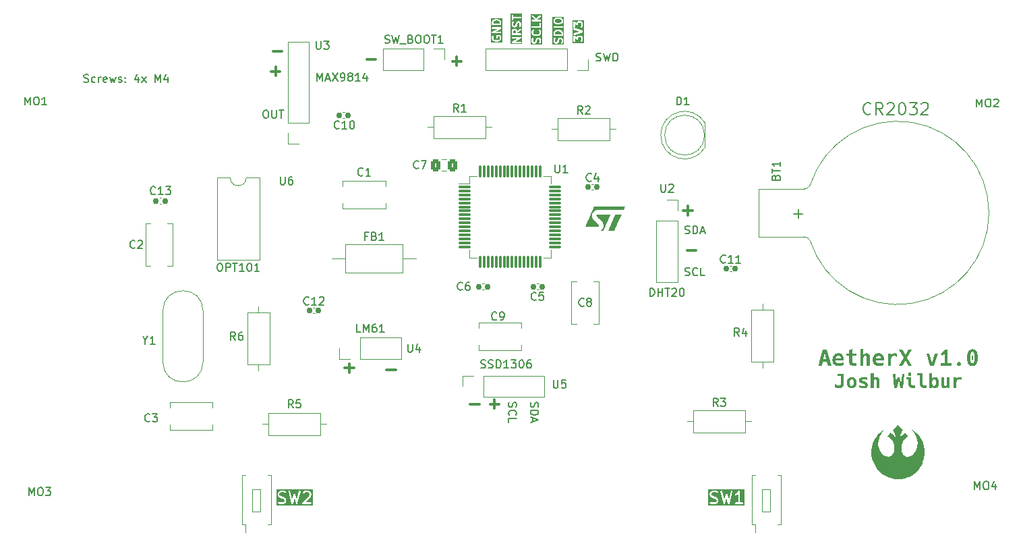
<source format=gto>
G04 #@! TF.GenerationSoftware,KiCad,Pcbnew,8.0.8*
G04 #@! TF.CreationDate,2025-02-09T14:04:56-05:00*
G04 #@! TF.ProjectId,AetherX_KiCad,41657468-6572-4585-9f4b-694361642e6b,rev?*
G04 #@! TF.SameCoordinates,Original*
G04 #@! TF.FileFunction,Legend,Top*
G04 #@! TF.FilePolarity,Positive*
%FSLAX46Y46*%
G04 Gerber Fmt 4.6, Leading zero omitted, Abs format (unit mm)*
G04 Created by KiCad (PCBNEW 8.0.8) date 2025-02-09 14:04:56*
%MOMM*%
%LPD*%
G01*
G04 APERTURE LIST*
G04 Aperture macros list*
%AMRoundRect*
0 Rectangle with rounded corners*
0 $1 Rounding radius*
0 $2 $3 $4 $5 $6 $7 $8 $9 X,Y pos of 4 corners*
0 Add a 4 corners polygon primitive as box body*
4,1,4,$2,$3,$4,$5,$6,$7,$8,$9,$2,$3,0*
0 Add four circle primitives for the rounded corners*
1,1,$1+$1,$2,$3*
1,1,$1+$1,$4,$5*
1,1,$1+$1,$6,$7*
1,1,$1+$1,$8,$9*
0 Add four rect primitives between the rounded corners*
20,1,$1+$1,$2,$3,$4,$5,0*
20,1,$1+$1,$4,$5,$6,$7,0*
20,1,$1+$1,$6,$7,$8,$9,0*
20,1,$1+$1,$8,$9,$2,$3,0*%
G04 Aperture macros list end*
%ADD10C,0.150000*%
%ADD11C,0.200000*%
%ADD12C,0.300000*%
%ADD13C,0.187500*%
%ADD14C,0.230000*%
%ADD15C,0.000000*%
%ADD16C,0.120000*%
%ADD17C,4.300000*%
%ADD18RoundRect,0.155000X-0.212500X-0.155000X0.212500X-0.155000X0.212500X0.155000X-0.212500X0.155000X0*%
%ADD19R,1.600000X1.600000*%
%ADD20O,1.600000X1.600000*%
%ADD21C,1.600000*%
%ADD22RoundRect,0.155000X0.212500X0.155000X-0.212500X0.155000X-0.212500X-0.155000X0.212500X-0.155000X0*%
%ADD23RoundRect,0.075000X-0.700000X-0.075000X0.700000X-0.075000X0.700000X0.075000X-0.700000X0.075000X0*%
%ADD24RoundRect,0.075000X-0.075000X-0.700000X0.075000X-0.700000X0.075000X0.700000X-0.075000X0.700000X0*%
%ADD25C,1.500000*%
%ADD26R,1.700000X1.700000*%
%ADD27O,1.700000X1.700000*%
%ADD28RoundRect,0.250000X0.337500X0.475000X-0.337500X0.475000X-0.337500X-0.475000X0.337500X-0.475000X0*%
%ADD29R,2.250000X2.250000*%
%ADD30C,2.250000*%
%ADD31R,1.800000X1.800000*%
%ADD32C,1.800000*%
%ADD33R,3.000000X3.000000*%
%ADD34C,3.000000*%
G04 APERTURE END LIST*
D10*
X164177800Y-112539160D02*
X164130180Y-112682017D01*
X164130180Y-112682017D02*
X164130180Y-112920112D01*
X164130180Y-112920112D02*
X164177800Y-113015350D01*
X164177800Y-113015350D02*
X164225419Y-113062969D01*
X164225419Y-113062969D02*
X164320657Y-113110588D01*
X164320657Y-113110588D02*
X164415895Y-113110588D01*
X164415895Y-113110588D02*
X164511133Y-113062969D01*
X164511133Y-113062969D02*
X164558752Y-113015350D01*
X164558752Y-113015350D02*
X164606371Y-112920112D01*
X164606371Y-112920112D02*
X164653990Y-112729636D01*
X164653990Y-112729636D02*
X164701609Y-112634398D01*
X164701609Y-112634398D02*
X164749228Y-112586779D01*
X164749228Y-112586779D02*
X164844466Y-112539160D01*
X164844466Y-112539160D02*
X164939704Y-112539160D01*
X164939704Y-112539160D02*
X165034942Y-112586779D01*
X165034942Y-112586779D02*
X165082561Y-112634398D01*
X165082561Y-112634398D02*
X165130180Y-112729636D01*
X165130180Y-112729636D02*
X165130180Y-112967731D01*
X165130180Y-112967731D02*
X165082561Y-113110588D01*
X164130180Y-113539160D02*
X165130180Y-113539160D01*
X165130180Y-113539160D02*
X165130180Y-113777255D01*
X165130180Y-113777255D02*
X165082561Y-113920112D01*
X165082561Y-113920112D02*
X164987323Y-114015350D01*
X164987323Y-114015350D02*
X164892085Y-114062969D01*
X164892085Y-114062969D02*
X164701609Y-114110588D01*
X164701609Y-114110588D02*
X164558752Y-114110588D01*
X164558752Y-114110588D02*
X164368276Y-114062969D01*
X164368276Y-114062969D02*
X164273038Y-114015350D01*
X164273038Y-114015350D02*
X164177800Y-113920112D01*
X164177800Y-113920112D02*
X164130180Y-113777255D01*
X164130180Y-113777255D02*
X164130180Y-113539160D01*
X164415895Y-114491541D02*
X164415895Y-114967731D01*
X164130180Y-114396303D02*
X165130180Y-114729636D01*
X165130180Y-114729636D02*
X164130180Y-115062969D01*
X161427800Y-112539160D02*
X161380180Y-112682017D01*
X161380180Y-112682017D02*
X161380180Y-112920112D01*
X161380180Y-112920112D02*
X161427800Y-113015350D01*
X161427800Y-113015350D02*
X161475419Y-113062969D01*
X161475419Y-113062969D02*
X161570657Y-113110588D01*
X161570657Y-113110588D02*
X161665895Y-113110588D01*
X161665895Y-113110588D02*
X161761133Y-113062969D01*
X161761133Y-113062969D02*
X161808752Y-113015350D01*
X161808752Y-113015350D02*
X161856371Y-112920112D01*
X161856371Y-112920112D02*
X161903990Y-112729636D01*
X161903990Y-112729636D02*
X161951609Y-112634398D01*
X161951609Y-112634398D02*
X161999228Y-112586779D01*
X161999228Y-112586779D02*
X162094466Y-112539160D01*
X162094466Y-112539160D02*
X162189704Y-112539160D01*
X162189704Y-112539160D02*
X162284942Y-112586779D01*
X162284942Y-112586779D02*
X162332561Y-112634398D01*
X162332561Y-112634398D02*
X162380180Y-112729636D01*
X162380180Y-112729636D02*
X162380180Y-112967731D01*
X162380180Y-112967731D02*
X162332561Y-113110588D01*
X161475419Y-114110588D02*
X161427800Y-114062969D01*
X161427800Y-114062969D02*
X161380180Y-113920112D01*
X161380180Y-113920112D02*
X161380180Y-113824874D01*
X161380180Y-113824874D02*
X161427800Y-113682017D01*
X161427800Y-113682017D02*
X161523038Y-113586779D01*
X161523038Y-113586779D02*
X161618276Y-113539160D01*
X161618276Y-113539160D02*
X161808752Y-113491541D01*
X161808752Y-113491541D02*
X161951609Y-113491541D01*
X161951609Y-113491541D02*
X162142085Y-113539160D01*
X162142085Y-113539160D02*
X162237323Y-113586779D01*
X162237323Y-113586779D02*
X162332561Y-113682017D01*
X162332561Y-113682017D02*
X162380180Y-113824874D01*
X162380180Y-113824874D02*
X162380180Y-113920112D01*
X162380180Y-113920112D02*
X162332561Y-114062969D01*
X162332561Y-114062969D02*
X162284942Y-114110588D01*
X161380180Y-115015350D02*
X161380180Y-114539160D01*
X161380180Y-114539160D02*
X162380180Y-114539160D01*
D11*
X130810149Y-75867219D02*
X131000625Y-75867219D01*
X131000625Y-75867219D02*
X131095863Y-75914838D01*
X131095863Y-75914838D02*
X131191101Y-76010076D01*
X131191101Y-76010076D02*
X131238720Y-76200552D01*
X131238720Y-76200552D02*
X131238720Y-76533885D01*
X131238720Y-76533885D02*
X131191101Y-76724361D01*
X131191101Y-76724361D02*
X131095863Y-76819600D01*
X131095863Y-76819600D02*
X131000625Y-76867219D01*
X131000625Y-76867219D02*
X130810149Y-76867219D01*
X130810149Y-76867219D02*
X130714911Y-76819600D01*
X130714911Y-76819600D02*
X130619673Y-76724361D01*
X130619673Y-76724361D02*
X130572054Y-76533885D01*
X130572054Y-76533885D02*
X130572054Y-76200552D01*
X130572054Y-76200552D02*
X130619673Y-76010076D01*
X130619673Y-76010076D02*
X130714911Y-75914838D01*
X130714911Y-75914838D02*
X130810149Y-75867219D01*
X131667292Y-75867219D02*
X131667292Y-76676742D01*
X131667292Y-76676742D02*
X131714911Y-76771980D01*
X131714911Y-76771980D02*
X131762530Y-76819600D01*
X131762530Y-76819600D02*
X131857768Y-76867219D01*
X131857768Y-76867219D02*
X132048244Y-76867219D01*
X132048244Y-76867219D02*
X132143482Y-76819600D01*
X132143482Y-76819600D02*
X132191101Y-76771980D01*
X132191101Y-76771980D02*
X132238720Y-76676742D01*
X132238720Y-76676742D02*
X132238720Y-75867219D01*
X132572054Y-75867219D02*
X133143482Y-75867219D01*
X132857768Y-76867219D02*
X132857768Y-75867219D01*
D10*
X183539160Y-96572200D02*
X183682017Y-96619819D01*
X183682017Y-96619819D02*
X183920112Y-96619819D01*
X183920112Y-96619819D02*
X184015350Y-96572200D01*
X184015350Y-96572200D02*
X184062969Y-96524580D01*
X184062969Y-96524580D02*
X184110588Y-96429342D01*
X184110588Y-96429342D02*
X184110588Y-96334104D01*
X184110588Y-96334104D02*
X184062969Y-96238866D01*
X184062969Y-96238866D02*
X184015350Y-96191247D01*
X184015350Y-96191247D02*
X183920112Y-96143628D01*
X183920112Y-96143628D02*
X183729636Y-96096009D01*
X183729636Y-96096009D02*
X183634398Y-96048390D01*
X183634398Y-96048390D02*
X183586779Y-96000771D01*
X183586779Y-96000771D02*
X183539160Y-95905533D01*
X183539160Y-95905533D02*
X183539160Y-95810295D01*
X183539160Y-95810295D02*
X183586779Y-95715057D01*
X183586779Y-95715057D02*
X183634398Y-95667438D01*
X183634398Y-95667438D02*
X183729636Y-95619819D01*
X183729636Y-95619819D02*
X183967731Y-95619819D01*
X183967731Y-95619819D02*
X184110588Y-95667438D01*
X185110588Y-96524580D02*
X185062969Y-96572200D01*
X185062969Y-96572200D02*
X184920112Y-96619819D01*
X184920112Y-96619819D02*
X184824874Y-96619819D01*
X184824874Y-96619819D02*
X184682017Y-96572200D01*
X184682017Y-96572200D02*
X184586779Y-96476961D01*
X184586779Y-96476961D02*
X184539160Y-96381723D01*
X184539160Y-96381723D02*
X184491541Y-96191247D01*
X184491541Y-96191247D02*
X184491541Y-96048390D01*
X184491541Y-96048390D02*
X184539160Y-95857914D01*
X184539160Y-95857914D02*
X184586779Y-95762676D01*
X184586779Y-95762676D02*
X184682017Y-95667438D01*
X184682017Y-95667438D02*
X184824874Y-95619819D01*
X184824874Y-95619819D02*
X184920112Y-95619819D01*
X184920112Y-95619819D02*
X185062969Y-95667438D01*
X185062969Y-95667438D02*
X185110588Y-95715057D01*
X186015350Y-96619819D02*
X185539160Y-96619819D01*
X185539160Y-96619819D02*
X185539160Y-95619819D01*
X183539160Y-91322200D02*
X183682017Y-91369819D01*
X183682017Y-91369819D02*
X183920112Y-91369819D01*
X183920112Y-91369819D02*
X184015350Y-91322200D01*
X184015350Y-91322200D02*
X184062969Y-91274580D01*
X184062969Y-91274580D02*
X184110588Y-91179342D01*
X184110588Y-91179342D02*
X184110588Y-91084104D01*
X184110588Y-91084104D02*
X184062969Y-90988866D01*
X184062969Y-90988866D02*
X184015350Y-90941247D01*
X184015350Y-90941247D02*
X183920112Y-90893628D01*
X183920112Y-90893628D02*
X183729636Y-90846009D01*
X183729636Y-90846009D02*
X183634398Y-90798390D01*
X183634398Y-90798390D02*
X183586779Y-90750771D01*
X183586779Y-90750771D02*
X183539160Y-90655533D01*
X183539160Y-90655533D02*
X183539160Y-90560295D01*
X183539160Y-90560295D02*
X183586779Y-90465057D01*
X183586779Y-90465057D02*
X183634398Y-90417438D01*
X183634398Y-90417438D02*
X183729636Y-90369819D01*
X183729636Y-90369819D02*
X183967731Y-90369819D01*
X183967731Y-90369819D02*
X184110588Y-90417438D01*
X184539160Y-91369819D02*
X184539160Y-90369819D01*
X184539160Y-90369819D02*
X184777255Y-90369819D01*
X184777255Y-90369819D02*
X184920112Y-90417438D01*
X184920112Y-90417438D02*
X185015350Y-90512676D01*
X185015350Y-90512676D02*
X185062969Y-90607914D01*
X185062969Y-90607914D02*
X185110588Y-90798390D01*
X185110588Y-90798390D02*
X185110588Y-90941247D01*
X185110588Y-90941247D02*
X185062969Y-91131723D01*
X185062969Y-91131723D02*
X185015350Y-91226961D01*
X185015350Y-91226961D02*
X184920112Y-91322200D01*
X184920112Y-91322200D02*
X184777255Y-91369819D01*
X184777255Y-91369819D02*
X184539160Y-91369819D01*
X185491541Y-91084104D02*
X185967731Y-91084104D01*
X185396303Y-91369819D02*
X185729636Y-90369819D01*
X185729636Y-90369819D02*
X186062969Y-91369819D01*
D12*
G36*
X201890823Y-107910000D02*
G01*
X201487334Y-107910000D01*
X201361304Y-107409790D01*
X200821528Y-107409790D01*
X200698429Y-107910000D01*
X200294940Y-107910000D01*
X200518524Y-107085436D01*
X200902128Y-107085436D01*
X201283635Y-107085436D01*
X201092149Y-106252568D01*
X200902128Y-107085436D01*
X200518524Y-107085436D01*
X200845952Y-105877899D01*
X201339811Y-105877899D01*
X201890823Y-107910000D01*
G37*
G36*
X202908949Y-106352951D02*
G01*
X203014376Y-106374418D01*
X203110839Y-106411341D01*
X203170167Y-106444542D01*
X203250959Y-106505525D01*
X203320777Y-106578563D01*
X203379621Y-106663657D01*
X203407571Y-106716140D01*
X203444330Y-106806663D01*
X203470586Y-106904330D01*
X203486339Y-107009140D01*
X203491509Y-107106710D01*
X203491591Y-107121095D01*
X203491591Y-107284738D01*
X202454047Y-107284738D01*
X202468747Y-107397624D01*
X202512848Y-107487154D01*
X202586350Y-107553329D01*
X202689253Y-107596147D01*
X202797464Y-107613989D01*
X202872191Y-107616908D01*
X202975494Y-107611550D01*
X203079141Y-107595476D01*
X203183131Y-107568685D01*
X203287465Y-107531179D01*
X203392142Y-107482956D01*
X203427110Y-107464501D01*
X203427110Y-107825003D01*
X203321947Y-107864513D01*
X203215650Y-107895849D01*
X203108219Y-107919010D01*
X202999655Y-107933996D01*
X202889957Y-107940808D01*
X202853140Y-107941263D01*
X202734272Y-107936313D01*
X202624658Y-107921466D01*
X202524299Y-107896719D01*
X202416084Y-107853958D01*
X202321196Y-107796942D01*
X202252302Y-107738541D01*
X202182413Y-107656166D01*
X202126983Y-107561083D01*
X202086013Y-107453292D01*
X202062917Y-107353758D01*
X202049863Y-107245399D01*
X202046650Y-107152358D01*
X202050694Y-107049112D01*
X202060294Y-106972107D01*
X202457955Y-106972107D01*
X203088101Y-106972107D01*
X203077110Y-106870899D01*
X203036505Y-106778522D01*
X203009944Y-106747404D01*
X202922317Y-106692707D01*
X202822411Y-106672390D01*
X202787194Y-106671200D01*
X202685551Y-106682191D01*
X202589714Y-106722796D01*
X202556140Y-106749357D01*
X202496475Y-106830461D01*
X202464345Y-106928544D01*
X202457955Y-106972107D01*
X202060294Y-106972107D01*
X202062825Y-106951802D01*
X202086593Y-106847862D01*
X202120925Y-106751676D01*
X202131158Y-106728841D01*
X202178877Y-106643295D01*
X202245041Y-106559172D01*
X202324421Y-106487876D01*
X202384682Y-106447473D01*
X202474502Y-106403449D01*
X202574947Y-106372002D01*
X202671552Y-106354805D01*
X202776291Y-106347238D01*
X202807711Y-106346845D01*
X202908949Y-106352951D01*
G37*
G36*
X204749441Y-107910000D02*
G01*
X204642677Y-107907160D01*
X204537091Y-107897178D01*
X204437810Y-107877658D01*
X204395289Y-107864570D01*
X204303402Y-107816459D01*
X204232396Y-107740484D01*
X204214061Y-107707278D01*
X204181912Y-107612000D01*
X204166456Y-107514656D01*
X204161356Y-107413097D01*
X204161304Y-107400997D01*
X204161304Y-106702463D01*
X203770516Y-106702463D01*
X203770516Y-106378108D01*
X204161304Y-106378108D01*
X204161304Y-105961430D01*
X204561863Y-105784110D01*
X204561863Y-106378108D01*
X205085519Y-106378108D01*
X205085519Y-106702463D01*
X204561863Y-106702463D01*
X204561863Y-107401974D01*
X204579945Y-107498467D01*
X204613154Y-107542658D01*
X204707191Y-107580566D01*
X204777773Y-107585645D01*
X205085519Y-107585645D01*
X205085519Y-107910000D01*
X204749441Y-107910000D01*
G37*
G36*
X205537857Y-105784110D02*
G01*
X205935973Y-105784110D01*
X205935973Y-106611605D01*
X205980500Y-106517770D01*
X206045020Y-106443445D01*
X206081542Y-106415722D01*
X206172703Y-106371127D01*
X206270019Y-106350141D01*
X206332623Y-106346845D01*
X206432732Y-106355974D01*
X206530101Y-106388067D01*
X206611318Y-106443266D01*
X206656489Y-106492903D01*
X206710092Y-106585488D01*
X206743011Y-106685758D01*
X206760445Y-106787368D01*
X206767267Y-106901928D01*
X206767376Y-106919351D01*
X206767376Y-107910000D01*
X206369260Y-107910000D01*
X206369260Y-106978457D01*
X206363776Y-106878799D01*
X206340936Y-106781346D01*
X206322854Y-106744961D01*
X206245574Y-106681572D01*
X206180704Y-106671200D01*
X206082251Y-106692559D01*
X206007626Y-106756637D01*
X205999476Y-106768408D01*
X205958360Y-106859006D01*
X205939012Y-106963958D01*
X205935973Y-107034633D01*
X205935973Y-107910000D01*
X205537857Y-107910000D01*
X205537857Y-105784110D01*
G37*
G36*
X207961845Y-106352951D02*
G01*
X208067272Y-106374418D01*
X208163735Y-106411341D01*
X208223063Y-106444542D01*
X208303855Y-106505525D01*
X208373673Y-106578563D01*
X208432517Y-106663657D01*
X208460467Y-106716140D01*
X208497226Y-106806663D01*
X208523482Y-106904330D01*
X208539235Y-107009140D01*
X208544405Y-107106710D01*
X208544487Y-107121095D01*
X208544487Y-107284738D01*
X207506943Y-107284738D01*
X207521643Y-107397624D01*
X207565744Y-107487154D01*
X207639246Y-107553329D01*
X207742149Y-107596147D01*
X207850360Y-107613989D01*
X207925087Y-107616908D01*
X208028390Y-107611550D01*
X208132037Y-107595476D01*
X208236027Y-107568685D01*
X208340361Y-107531179D01*
X208445038Y-107482956D01*
X208480006Y-107464501D01*
X208480006Y-107825003D01*
X208374843Y-107864513D01*
X208268546Y-107895849D01*
X208161115Y-107919010D01*
X208052551Y-107933996D01*
X207942853Y-107940808D01*
X207906036Y-107941263D01*
X207787168Y-107936313D01*
X207677554Y-107921466D01*
X207577195Y-107896719D01*
X207468980Y-107853958D01*
X207374092Y-107796942D01*
X207305198Y-107738541D01*
X207235309Y-107656166D01*
X207179879Y-107561083D01*
X207138909Y-107453292D01*
X207115813Y-107353758D01*
X207102759Y-107245399D01*
X207099546Y-107152358D01*
X207103590Y-107049112D01*
X207113190Y-106972107D01*
X207510851Y-106972107D01*
X208140997Y-106972107D01*
X208130006Y-106870899D01*
X208089401Y-106778522D01*
X208062840Y-106747404D01*
X207975213Y-106692707D01*
X207875307Y-106672390D01*
X207840090Y-106671200D01*
X207738447Y-106682191D01*
X207642610Y-106722796D01*
X207609036Y-106749357D01*
X207549371Y-106830461D01*
X207517241Y-106928544D01*
X207510851Y-106972107D01*
X207113190Y-106972107D01*
X207115721Y-106951802D01*
X207139489Y-106847862D01*
X207173821Y-106751676D01*
X207184054Y-106728841D01*
X207231773Y-106643295D01*
X207297937Y-106559172D01*
X207377317Y-106487876D01*
X207437578Y-106447473D01*
X207527398Y-106403449D01*
X207627843Y-106372002D01*
X207724448Y-106354805D01*
X207829187Y-106347238D01*
X207860607Y-106346845D01*
X207961845Y-106352951D01*
G37*
G36*
X209001221Y-106378108D02*
G01*
X209361723Y-106378108D01*
X209401779Y-106609162D01*
X209454467Y-106523868D01*
X209524603Y-106454098D01*
X209581053Y-106416210D01*
X209677751Y-106373941D01*
X209776648Y-106352332D01*
X209864863Y-106346845D01*
X209967760Y-106353905D01*
X210065791Y-106375086D01*
X210158957Y-106410387D01*
X210177006Y-106419141D01*
X210177006Y-106804556D01*
X210095815Y-106740092D01*
X210001718Y-106696725D01*
X209894715Y-106674456D01*
X209829692Y-106671200D01*
X209727444Y-106679023D01*
X209629848Y-106705701D01*
X209547836Y-106751311D01*
X209478410Y-106820989D01*
X209432065Y-106910588D01*
X209413991Y-106981388D01*
X209404221Y-107068339D01*
X209401865Y-107169919D01*
X209401779Y-107198764D01*
X209401779Y-107910000D01*
X209001221Y-107910000D01*
X209001221Y-106378108D01*
G37*
G36*
X210991311Y-106878318D02*
G01*
X210409036Y-105877899D01*
X210826203Y-105877899D01*
X211197941Y-106543705D01*
X211571144Y-105877899D01*
X211988311Y-105877899D01*
X211408478Y-106892484D01*
X212004431Y-107910000D01*
X211587752Y-107910000D01*
X211197941Y-107247124D01*
X210809595Y-107910000D01*
X210392916Y-107910000D01*
X210991311Y-106878318D01*
G37*
G36*
X213833810Y-106378108D02*
G01*
X214239741Y-106378108D01*
X214566538Y-107574410D01*
X214894801Y-106378108D01*
X215300732Y-106378108D01*
X214814200Y-107910000D01*
X214320341Y-107910000D01*
X213833810Y-106378108D01*
G37*
G36*
X215665631Y-107566106D02*
G01*
X216116992Y-107566106D01*
X216116992Y-106299951D01*
X215810711Y-106631144D01*
X215619225Y-106432330D01*
X216119434Y-105877899D01*
X216509246Y-105877899D01*
X216509246Y-107566106D01*
X216960607Y-107566106D01*
X216960607Y-107910000D01*
X215665631Y-107910000D01*
X215665631Y-107566106D01*
G37*
G36*
X217929762Y-107941263D02*
G01*
X217835484Y-107922700D01*
X217760258Y-107870432D01*
X217704609Y-107785216D01*
X217688939Y-107692623D01*
X217706769Y-107591385D01*
X217760258Y-107510418D01*
X217843300Y-107456295D01*
X217931228Y-107441053D01*
X218030846Y-107460630D01*
X218103175Y-107510418D01*
X218157679Y-107596388D01*
X218173028Y-107692623D01*
X218155565Y-107791297D01*
X218103175Y-107870432D01*
X218018956Y-107925699D01*
X217929762Y-107941263D01*
G37*
G36*
X219653628Y-106545659D02*
G01*
X219674314Y-106641576D01*
X219677076Y-106663384D01*
X219684875Y-106761367D01*
X219686845Y-106791367D01*
X219691687Y-106890613D01*
X219691730Y-106897857D01*
X219689776Y-106989204D01*
X219683273Y-107090321D01*
X219679518Y-107124026D01*
X219663032Y-107224043D01*
X219620900Y-107288157D01*
X219585240Y-107237843D01*
X219566861Y-107140818D01*
X219564724Y-107125491D01*
X219555992Y-107027334D01*
X219553977Y-107000928D01*
X219548735Y-106902447D01*
X219548604Y-106889553D01*
X219551046Y-106793810D01*
X219558465Y-106692602D01*
X219562281Y-106660453D01*
X219579043Y-106562222D01*
X219617969Y-106499253D01*
X219653628Y-106545659D01*
G37*
G36*
X219721201Y-105853004D02*
G01*
X219832300Y-105877459D01*
X219931379Y-105920255D01*
X220018436Y-105981392D01*
X220093472Y-106060870D01*
X220126482Y-106107487D01*
X220175033Y-106195608D01*
X220215354Y-106296632D01*
X220247447Y-106410561D01*
X220267196Y-106510994D01*
X220281679Y-106619686D01*
X220290896Y-106736636D01*
X220294845Y-106861845D01*
X220295010Y-106894438D01*
X220292377Y-107021202D01*
X220284477Y-107139787D01*
X220271311Y-107250195D01*
X220252878Y-107352424D01*
X220215354Y-107490433D01*
X220165981Y-107610041D01*
X220104758Y-107711247D01*
X220031686Y-107794053D01*
X219946764Y-107858457D01*
X219849992Y-107904460D01*
X219741371Y-107932062D01*
X219620900Y-107941263D01*
X219519133Y-107934858D01*
X219408033Y-107910266D01*
X219308955Y-107867230D01*
X219221898Y-107805749D01*
X219146862Y-107725825D01*
X219113852Y-107678946D01*
X219065301Y-107591014D01*
X219024980Y-107490249D01*
X218992887Y-107376652D01*
X218973138Y-107276536D01*
X218958655Y-107168206D01*
X218949438Y-107051664D01*
X218945489Y-106926910D01*
X218945324Y-106894438D01*
X219351744Y-106894438D01*
X219353306Y-107006785D01*
X219357993Y-107109352D01*
X219367742Y-107219525D01*
X219384802Y-107330261D01*
X219411799Y-107433347D01*
X219415736Y-107444473D01*
X219463334Y-107535405D01*
X219539721Y-107600069D01*
X219619434Y-107616908D01*
X219714231Y-107592659D01*
X219787595Y-107519913D01*
X219824598Y-107444473D01*
X219852595Y-107344516D01*
X219870530Y-107236518D01*
X219881028Y-107128692D01*
X219886340Y-107028081D01*
X219888527Y-106917689D01*
X219888590Y-106894438D01*
X219887028Y-106781809D01*
X219882341Y-106679008D01*
X219872592Y-106568618D01*
X219855532Y-106457714D01*
X219828535Y-106354552D01*
X219824598Y-106343426D01*
X219776856Y-106252493D01*
X219699920Y-106187830D01*
X219619434Y-106170990D01*
X219518654Y-106199449D01*
X219447522Y-106276237D01*
X219415736Y-106343426D01*
X219387739Y-106443443D01*
X219369804Y-106551595D01*
X219359306Y-106659627D01*
X219353994Y-106760463D01*
X219351807Y-106871126D01*
X219351744Y-106894438D01*
X218945324Y-106894438D01*
X218947957Y-106767164D01*
X218955857Y-106648149D01*
X218969023Y-106537393D01*
X218987456Y-106434895D01*
X219017903Y-106318386D01*
X219056579Y-106214780D01*
X219103483Y-106124079D01*
X219113852Y-106107487D01*
X219182825Y-106018839D01*
X219263717Y-105948531D01*
X219356528Y-105896565D01*
X219461256Y-105862939D01*
X219577903Y-105847655D01*
X219619434Y-105846636D01*
X219721201Y-105853004D01*
G37*
G36*
X202877032Y-110729856D02*
G01*
X202790928Y-110726358D01*
X202750087Y-110721735D01*
X202665104Y-110706259D01*
X202630408Y-110697799D01*
X202546287Y-110672752D01*
X202460248Y-110639928D01*
X202380364Y-110603338D01*
X202380364Y-110190445D01*
X202445981Y-110250819D01*
X202486793Y-110281914D01*
X202560634Y-110327811D01*
X202600488Y-110347738D01*
X202686901Y-110380556D01*
X202775599Y-110398227D01*
X202835999Y-110401593D01*
X202921984Y-110393512D01*
X203006437Y-110359853D01*
X203038171Y-110333205D01*
X203082583Y-110257740D01*
X203100856Y-110168181D01*
X203103140Y-110114791D01*
X203103140Y-109225320D01*
X202671013Y-109225320D01*
X202671013Y-108924413D01*
X203455765Y-108924413D01*
X203455765Y-110127186D01*
X203452437Y-110223914D01*
X203442450Y-110311605D01*
X203421678Y-110404906D01*
X203391319Y-110485193D01*
X203343784Y-110562415D01*
X203319417Y-110590088D01*
X203250157Y-110645217D01*
X203170315Y-110683956D01*
X203135624Y-110695662D01*
X203045765Y-110716499D01*
X202955896Y-110727151D01*
X202877032Y-110729856D01*
G37*
G36*
X204558442Y-109339977D02*
G01*
X204643686Y-109355684D01*
X204731731Y-109385873D01*
X204794460Y-109418516D01*
X204866908Y-109471113D01*
X204929415Y-109535138D01*
X204981982Y-109610590D01*
X205006891Y-109657446D01*
X205039615Y-109738844D01*
X205062990Y-109827455D01*
X205077015Y-109923278D01*
X205081617Y-110013040D01*
X205081690Y-110026314D01*
X205078049Y-110118466D01*
X205067128Y-110204933D01*
X205045730Y-110296789D01*
X205014821Y-110381219D01*
X205005608Y-110401166D01*
X204957842Y-110484169D01*
X204900136Y-110555745D01*
X204832490Y-110615893D01*
X204790614Y-110644371D01*
X204708523Y-110685694D01*
X204618047Y-110713493D01*
X204530586Y-110726850D01*
X204460642Y-110729856D01*
X204368718Y-110724566D01*
X204283153Y-110708698D01*
X204194492Y-110678202D01*
X204131097Y-110645226D01*
X204057755Y-110591734D01*
X203994489Y-110526951D01*
X203941299Y-110450874D01*
X203916102Y-110403730D01*
X203883190Y-110321772D01*
X203859682Y-110232760D01*
X203845577Y-110136697D01*
X203840949Y-110046856D01*
X203840875Y-110033580D01*
X203840926Y-110032298D01*
X204191364Y-110032298D01*
X204195932Y-110122512D01*
X204211992Y-110212315D01*
X204243397Y-110297583D01*
X204264453Y-110334488D01*
X204326483Y-110402468D01*
X204409962Y-110440707D01*
X204461924Y-110446046D01*
X204547215Y-110430358D01*
X204623742Y-110377956D01*
X204658112Y-110334488D01*
X204696655Y-110256858D01*
X204719139Y-110173930D01*
X204730059Y-110078627D01*
X204731202Y-110032298D01*
X204726633Y-109941577D01*
X204710574Y-109851522D01*
X204679168Y-109766371D01*
X204658112Y-109729681D01*
X204596262Y-109661961D01*
X204513386Y-109623869D01*
X204461924Y-109618551D01*
X204375851Y-109634299D01*
X204304204Y-109681543D01*
X204264453Y-109730536D01*
X204225910Y-109807940D01*
X204203426Y-109890737D01*
X204192506Y-109985976D01*
X204191364Y-110032298D01*
X203840926Y-110032298D01*
X203844516Y-109942801D01*
X203855438Y-109857463D01*
X203876836Y-109766595D01*
X203907744Y-109682833D01*
X203916957Y-109663003D01*
X203964824Y-109580206D01*
X204022835Y-109508769D01*
X204090988Y-109448693D01*
X204133234Y-109420226D01*
X204216459Y-109378902D01*
X204307934Y-109351103D01*
X204396170Y-109337746D01*
X204466625Y-109334741D01*
X204558442Y-109339977D01*
G37*
G36*
X205925854Y-110729856D02*
G01*
X205839481Y-110727016D01*
X205749622Y-110718496D01*
X205656276Y-110704295D01*
X205559444Y-110684415D01*
X205476088Y-110663509D01*
X205424912Y-110649072D01*
X205424912Y-110349020D01*
X205513274Y-110394776D01*
X205601726Y-110431066D01*
X205690268Y-110457888D01*
X205778900Y-110475244D01*
X205867623Y-110483133D01*
X205897217Y-110483659D01*
X205993314Y-110476684D01*
X206082185Y-110447221D01*
X206137820Y-110379896D01*
X206143841Y-110337907D01*
X206110903Y-110255681D01*
X206085284Y-110234470D01*
X206005997Y-110197498D01*
X205919323Y-110172854D01*
X205885249Y-110165227D01*
X205788651Y-110143429D01*
X205698291Y-110118565D01*
X205602283Y-110077661D01*
X205525100Y-110025842D01*
X205466742Y-109963107D01*
X205421562Y-109873418D01*
X205404620Y-109786671D01*
X205403114Y-109748915D01*
X205412036Y-109655416D01*
X205438804Y-109573244D01*
X205490247Y-109494339D01*
X205545874Y-109442879D01*
X205625508Y-109395568D01*
X205708381Y-109365260D01*
X205803566Y-109345301D01*
X205894953Y-109336430D01*
X205960903Y-109334741D01*
X206052579Y-109338177D01*
X206143601Y-109348485D01*
X206169487Y-109352692D01*
X206254658Y-109370664D01*
X206342086Y-109395408D01*
X206383199Y-109409113D01*
X206383199Y-109714721D01*
X206305341Y-109667558D01*
X206223979Y-109628673D01*
X206181454Y-109612994D01*
X206096242Y-109591080D01*
X206008902Y-109581438D01*
X205983557Y-109580937D01*
X205895417Y-109586651D01*
X205811923Y-109609372D01*
X205799337Y-109615559D01*
X205739901Y-109677692D01*
X205734795Y-109708737D01*
X205774581Y-109785964D01*
X205795062Y-109801061D01*
X205874136Y-109837927D01*
X205958125Y-109862911D01*
X205990823Y-109870731D01*
X206104518Y-109898087D01*
X206193663Y-109924347D01*
X206278687Y-109962000D01*
X206354205Y-110013908D01*
X206384481Y-110043839D01*
X206435341Y-110120278D01*
X206463257Y-110203091D01*
X206473464Y-110288473D01*
X206473813Y-110308842D01*
X206465251Y-110407517D01*
X206439566Y-110493036D01*
X206383379Y-110581432D01*
X206300436Y-110649271D01*
X206214817Y-110688741D01*
X206112075Y-110715054D01*
X206023781Y-110726155D01*
X205925854Y-110729856D01*
G37*
G36*
X206876875Y-108842347D02*
G01*
X207225226Y-108842347D01*
X207225226Y-109566405D01*
X207264187Y-109484300D01*
X207320642Y-109419266D01*
X207352599Y-109395007D01*
X207432365Y-109355987D01*
X207517517Y-109337624D01*
X207572295Y-109334741D01*
X207659891Y-109342728D01*
X207745088Y-109370809D01*
X207816153Y-109419109D01*
X207855678Y-109462541D01*
X207902580Y-109543553D01*
X207931385Y-109631289D01*
X207946640Y-109720198D01*
X207952609Y-109820438D01*
X207952704Y-109835683D01*
X207952704Y-110702501D01*
X207604352Y-110702501D01*
X207604352Y-109887401D01*
X207599554Y-109800200D01*
X207579569Y-109714928D01*
X207563747Y-109683092D01*
X207496127Y-109627627D01*
X207439366Y-109618551D01*
X207353220Y-109637240D01*
X207287923Y-109693308D01*
X207280792Y-109703608D01*
X207244815Y-109782881D01*
X207227885Y-109874714D01*
X207225226Y-109936555D01*
X207225226Y-110702501D01*
X206876875Y-110702501D01*
X206876875Y-108842347D01*
G37*
G36*
X209618806Y-108924413D02*
G01*
X209927407Y-108924413D01*
X210055635Y-110221647D01*
X210209935Y-109362096D01*
X210502721Y-109362096D01*
X210682240Y-110221647D01*
X210782684Y-108924413D01*
X211093850Y-108924413D01*
X210888258Y-110702501D01*
X210559141Y-110702501D01*
X210355687Y-109752762D01*
X210165483Y-110702501D01*
X209838930Y-110702501D01*
X209618806Y-108924413D01*
G37*
G36*
X211631978Y-109197965D02*
G01*
X211596074Y-109162061D01*
X211596074Y-108823540D01*
X211631978Y-108787637D01*
X211910659Y-108787637D01*
X211946563Y-108823540D01*
X211946563Y-109162061D01*
X211910659Y-109197965D01*
X211631978Y-109197965D01*
G37*
G36*
X212064105Y-110702501D02*
G01*
X211975572Y-110698023D01*
X211884706Y-110681479D01*
X211797237Y-110647646D01*
X211727240Y-110597891D01*
X211705495Y-110575128D01*
X211657623Y-110501157D01*
X211626956Y-110419909D01*
X211606760Y-110323239D01*
X211597784Y-110228106D01*
X211596074Y-110158388D01*
X211596074Y-109645906D01*
X211312691Y-109645906D01*
X211312691Y-109362096D01*
X211946563Y-109362096D01*
X211946563Y-110136590D01*
X211951405Y-110222993D01*
X211972176Y-110310107D01*
X211996144Y-110353722D01*
X212067855Y-110404415D01*
X212154810Y-110418627D01*
X212161985Y-110418690D01*
X212441948Y-110418690D01*
X212441948Y-110702501D01*
X212064105Y-110702501D01*
G37*
G36*
X213508801Y-110702501D02*
G01*
X213420414Y-110697977D01*
X213329679Y-110681267D01*
X213242311Y-110647093D01*
X213172360Y-110596838D01*
X213150619Y-110573846D01*
X213102747Y-110499126D01*
X213072079Y-110417049D01*
X213051884Y-110319386D01*
X213042908Y-110223270D01*
X213041198Y-110152832D01*
X213041198Y-109126157D01*
X212686008Y-109126157D01*
X212686008Y-108842347D01*
X213391687Y-108842347D01*
X213391687Y-110133598D01*
X213396528Y-110220944D01*
X213417300Y-110308910D01*
X213441268Y-110352867D01*
X213512766Y-110404227D01*
X213599908Y-110418626D01*
X213607109Y-110418690D01*
X213887072Y-110418690D01*
X213887072Y-110702501D01*
X213508801Y-110702501D01*
G37*
G36*
X214568815Y-109551445D02*
G01*
X214620026Y-109477799D01*
X214688888Y-109411137D01*
X214767568Y-109365215D01*
X214856065Y-109340031D01*
X214925287Y-109334741D01*
X215019047Y-109343576D01*
X215103602Y-109370083D01*
X215178954Y-109414262D01*
X215245101Y-109476111D01*
X215278768Y-109519388D01*
X215322490Y-109593505D01*
X215357167Y-109677689D01*
X215382797Y-109771941D01*
X215397246Y-109858175D01*
X215405413Y-109951401D01*
X215407423Y-110031016D01*
X215404292Y-110129877D01*
X215394901Y-110221829D01*
X215379248Y-110306874D01*
X215352200Y-110399809D01*
X215316136Y-110482796D01*
X215279195Y-110544353D01*
X215218579Y-110616634D01*
X215148553Y-110671162D01*
X215069120Y-110707936D01*
X214980278Y-110726957D01*
X214925287Y-110729856D01*
X214838003Y-110721816D01*
X214748097Y-110692116D01*
X214671036Y-110640531D01*
X214606820Y-110567061D01*
X214568815Y-110501183D01*
X214534193Y-110702501D01*
X214219609Y-110702501D01*
X214219609Y-110032298D01*
X214568815Y-110032298D01*
X214573009Y-110121470D01*
X214587754Y-110210675D01*
X214616588Y-110295993D01*
X214635921Y-110333205D01*
X214692441Y-110401967D01*
X214774031Y-110442078D01*
X214814157Y-110446046D01*
X214901929Y-110424202D01*
X214968488Y-110364800D01*
X214990256Y-110331923D01*
X215025418Y-110252916D01*
X215045930Y-110168677D01*
X215055306Y-110083352D01*
X215056934Y-110025032D01*
X215052927Y-109936101D01*
X215038840Y-109847740D01*
X215011291Y-109764075D01*
X214992821Y-109727972D01*
X214938324Y-109661293D01*
X214857727Y-109622398D01*
X214817576Y-109618551D01*
X214732818Y-109637244D01*
X214663296Y-109693325D01*
X214636348Y-109731818D01*
X214600735Y-109809648D01*
X214578312Y-109902087D01*
X214569408Y-109997773D01*
X214568815Y-110032298D01*
X214219609Y-110032298D01*
X214219609Y-108842347D01*
X214568815Y-108842347D01*
X214568815Y-109551445D01*
G37*
G36*
X216087883Y-110729856D02*
G01*
X216000208Y-110721868D01*
X215914729Y-110693787D01*
X215843179Y-110645488D01*
X215803218Y-110602056D01*
X215755903Y-110520765D01*
X215726845Y-110433123D01*
X215711455Y-110344559D01*
X215705434Y-110244909D01*
X215705338Y-110229768D01*
X215705338Y-109362096D01*
X216055826Y-109362096D01*
X216055826Y-110177623D01*
X216061627Y-110268844D01*
X216087406Y-110361115D01*
X216148631Y-110429269D01*
X216220812Y-110446046D01*
X216305118Y-110427732D01*
X216373306Y-110367825D01*
X216376823Y-110362698D01*
X216413076Y-110283696D01*
X216430136Y-110191362D01*
X216432815Y-110128896D01*
X216432815Y-109362096D01*
X216783304Y-109362096D01*
X216783304Y-110702501D01*
X216467437Y-110702501D01*
X216432815Y-110501183D01*
X216396205Y-110578896D01*
X216337123Y-110649240D01*
X216260409Y-110697699D01*
X216166066Y-110724273D01*
X216087883Y-110729856D01*
G37*
G36*
X217276125Y-109362096D02*
G01*
X217591564Y-109362096D01*
X217626613Y-109564268D01*
X217672715Y-109489635D01*
X217734084Y-109428587D01*
X217783478Y-109395435D01*
X217868088Y-109358449D01*
X217954624Y-109339542D01*
X218031812Y-109334741D01*
X218121847Y-109340918D01*
X218207624Y-109359451D01*
X218289144Y-109390339D01*
X218304937Y-109397999D01*
X218304937Y-109735238D01*
X218233894Y-109678831D01*
X218151560Y-109640885D01*
X218057932Y-109621400D01*
X218001038Y-109618551D01*
X217911570Y-109625396D01*
X217826174Y-109648739D01*
X217754413Y-109688648D01*
X217693666Y-109749617D01*
X217653114Y-109828016D01*
X217637299Y-109889966D01*
X217628750Y-109966047D01*
X217626688Y-110054930D01*
X217626613Y-110080170D01*
X217626613Y-110702501D01*
X217276125Y-110702501D01*
X217276125Y-109362096D01*
G37*
X159054510Y-112729400D02*
X160197368Y-112729400D01*
X159625939Y-113300828D02*
X159625939Y-112157971D01*
D11*
G36*
X170828330Y-67434754D02*
G01*
X169406108Y-67434754D01*
X169406108Y-66606517D01*
X169517219Y-66606517D01*
X169517219Y-67225564D01*
X169519140Y-67245073D01*
X169534072Y-67281121D01*
X169561662Y-67308711D01*
X169597710Y-67323643D01*
X169636728Y-67323643D01*
X169672776Y-67308711D01*
X169700366Y-67281121D01*
X169715298Y-67245073D01*
X169717219Y-67225564D01*
X169717219Y-66826893D01*
X169932321Y-67015108D01*
X169940754Y-67021137D01*
X169942614Y-67022997D01*
X169944377Y-67023727D01*
X169948268Y-67026509D01*
X169963656Y-67031713D01*
X169978662Y-67037929D01*
X169982036Y-67037929D01*
X169985229Y-67039009D01*
X170001432Y-67037929D01*
X170017680Y-67037929D01*
X170020795Y-67036638D01*
X170024161Y-67036414D01*
X170038726Y-67029211D01*
X170053728Y-67022997D01*
X170056111Y-67020613D01*
X170059136Y-67019118D01*
X170069840Y-67006884D01*
X170081318Y-66995407D01*
X170082607Y-66992293D01*
X170084830Y-66989754D01*
X170090035Y-66974362D01*
X170096250Y-66959359D01*
X170096718Y-66954599D01*
X170097330Y-66952792D01*
X170097155Y-66950167D01*
X170098171Y-66939850D01*
X170098171Y-66820600D01*
X170127976Y-66760990D01*
X170152644Y-66736321D01*
X170212254Y-66706517D01*
X170403135Y-66706517D01*
X170462746Y-66736323D01*
X170487414Y-66760990D01*
X170517219Y-66820600D01*
X170517219Y-67059100D01*
X170487414Y-67118709D01*
X170451270Y-67154853D01*
X170438833Y-67170006D01*
X170423902Y-67206054D01*
X170423901Y-67245072D01*
X170438832Y-67281121D01*
X170466422Y-67308711D01*
X170502470Y-67323642D01*
X170541488Y-67323643D01*
X170577537Y-67308712D01*
X170592690Y-67296275D01*
X170640310Y-67248657D01*
X170646603Y-67240988D01*
X170648600Y-67239257D01*
X170650493Y-67236248D01*
X170652747Y-67233503D01*
X170653757Y-67231062D01*
X170659043Y-67222666D01*
X170706662Y-67127429D01*
X170713668Y-67109120D01*
X170713922Y-67105536D01*
X170715298Y-67102216D01*
X170717219Y-67082707D01*
X170717219Y-66796993D01*
X170715298Y-66777484D01*
X170713922Y-66774163D01*
X170713668Y-66770580D01*
X170706662Y-66752271D01*
X170659043Y-66657034D01*
X170653757Y-66648637D01*
X170652747Y-66646197D01*
X170650493Y-66643451D01*
X170648600Y-66640443D01*
X170646603Y-66638711D01*
X170640310Y-66631043D01*
X170592690Y-66583425D01*
X170585020Y-66577130D01*
X170583291Y-66575136D01*
X170580286Y-66573244D01*
X170577537Y-66570988D01*
X170575093Y-66569976D01*
X170566701Y-66564693D01*
X170471463Y-66517074D01*
X170453155Y-66510068D01*
X170449571Y-66509813D01*
X170446251Y-66508438D01*
X170426742Y-66506517D01*
X170188647Y-66506517D01*
X170169138Y-66508438D01*
X170165817Y-66509813D01*
X170162234Y-66510068D01*
X170143925Y-66517074D01*
X170048688Y-66564693D01*
X170040291Y-66569978D01*
X170037851Y-66570989D01*
X170035105Y-66573242D01*
X170032097Y-66575136D01*
X170030364Y-66577133D01*
X170022698Y-66583426D01*
X169975079Y-66631044D01*
X169968784Y-66638714D01*
X169966790Y-66640444D01*
X169964896Y-66643451D01*
X169962643Y-66646198D01*
X169961632Y-66648637D01*
X169956347Y-66657034D01*
X169916923Y-66735881D01*
X169683069Y-66531259D01*
X169674635Y-66525229D01*
X169672776Y-66523370D01*
X169671012Y-66522639D01*
X169667122Y-66519858D01*
X169651733Y-66514653D01*
X169636728Y-66508438D01*
X169633354Y-66508438D01*
X169630161Y-66507358D01*
X169613958Y-66508438D01*
X169597710Y-66508438D01*
X169594594Y-66509728D01*
X169591229Y-66509953D01*
X169576668Y-66517153D01*
X169561662Y-66523370D01*
X169559277Y-66525754D01*
X169556254Y-66527250D01*
X169545556Y-66539475D01*
X169534072Y-66550960D01*
X169532781Y-66554074D01*
X169530560Y-66556614D01*
X169525355Y-66572002D01*
X169519140Y-66587008D01*
X169518671Y-66591767D01*
X169518060Y-66593575D01*
X169518234Y-66596199D01*
X169517219Y-66606517D01*
X169406108Y-66606517D01*
X169406108Y-65641629D01*
X169518004Y-65641629D01*
X169520770Y-65680549D01*
X169538220Y-65715448D01*
X169567696Y-65741013D01*
X169585596Y-65749004D01*
X170300991Y-65987469D01*
X169585596Y-66225934D01*
X169567696Y-66233925D01*
X169538220Y-66259490D01*
X169520770Y-66294389D01*
X169518004Y-66333309D01*
X169530342Y-66370325D01*
X169555907Y-66399801D01*
X169590806Y-66417251D01*
X169629726Y-66420017D01*
X169648842Y-66415670D01*
X170648841Y-66082337D01*
X170666742Y-66074346D01*
X170672143Y-66069661D01*
X170678530Y-66066468D01*
X170686742Y-66056999D01*
X170696218Y-66048781D01*
X170699413Y-66042389D01*
X170704095Y-66036992D01*
X170708061Y-66025094D01*
X170713667Y-66013882D01*
X170714173Y-66006757D01*
X170716434Y-65999976D01*
X170715544Y-65987469D01*
X170716434Y-65974962D01*
X170714173Y-65968180D01*
X170713667Y-65961056D01*
X170708061Y-65949843D01*
X170704095Y-65937946D01*
X170699413Y-65932548D01*
X170696218Y-65926157D01*
X170686742Y-65917938D01*
X170678530Y-65908470D01*
X170672143Y-65905276D01*
X170666742Y-65900592D01*
X170648841Y-65892601D01*
X169648842Y-65559268D01*
X169629726Y-65554921D01*
X169590806Y-65557687D01*
X169555907Y-65575137D01*
X169530342Y-65604613D01*
X169518004Y-65641629D01*
X169406108Y-65641629D01*
X169406108Y-64796993D01*
X169517219Y-64796993D01*
X169517219Y-65416040D01*
X169519140Y-65435549D01*
X169534072Y-65471597D01*
X169561662Y-65499187D01*
X169597710Y-65514119D01*
X169636728Y-65514119D01*
X169672776Y-65499187D01*
X169700366Y-65471597D01*
X169715298Y-65435549D01*
X169717219Y-65416040D01*
X169717219Y-65017369D01*
X169932321Y-65205584D01*
X169940754Y-65211613D01*
X169942614Y-65213473D01*
X169944377Y-65214203D01*
X169948268Y-65216985D01*
X169963656Y-65222189D01*
X169978662Y-65228405D01*
X169982036Y-65228405D01*
X169985229Y-65229485D01*
X170001432Y-65228405D01*
X170017680Y-65228405D01*
X170020795Y-65227114D01*
X170024161Y-65226890D01*
X170038726Y-65219687D01*
X170053728Y-65213473D01*
X170056111Y-65211089D01*
X170059136Y-65209594D01*
X170069840Y-65197360D01*
X170081318Y-65185883D01*
X170082607Y-65182769D01*
X170084830Y-65180230D01*
X170090035Y-65164838D01*
X170096250Y-65149835D01*
X170096718Y-65145075D01*
X170097330Y-65143268D01*
X170097155Y-65140643D01*
X170098171Y-65130326D01*
X170098171Y-65011076D01*
X170127976Y-64951466D01*
X170152644Y-64926797D01*
X170212254Y-64896993D01*
X170403135Y-64896993D01*
X170462746Y-64926799D01*
X170487414Y-64951466D01*
X170517219Y-65011076D01*
X170517219Y-65249576D01*
X170487414Y-65309185D01*
X170451270Y-65345329D01*
X170438833Y-65360482D01*
X170423902Y-65396530D01*
X170423901Y-65435548D01*
X170438832Y-65471597D01*
X170466422Y-65499187D01*
X170502470Y-65514118D01*
X170541488Y-65514119D01*
X170577537Y-65499188D01*
X170592690Y-65486751D01*
X170640310Y-65439133D01*
X170646603Y-65431464D01*
X170648600Y-65429733D01*
X170650493Y-65426724D01*
X170652747Y-65423979D01*
X170653757Y-65421538D01*
X170659043Y-65413142D01*
X170706662Y-65317905D01*
X170713668Y-65299596D01*
X170713922Y-65296012D01*
X170715298Y-65292692D01*
X170717219Y-65273183D01*
X170717219Y-64987469D01*
X170715298Y-64967960D01*
X170713922Y-64964639D01*
X170713668Y-64961056D01*
X170706662Y-64942747D01*
X170659043Y-64847510D01*
X170653757Y-64839113D01*
X170652747Y-64836673D01*
X170650493Y-64833927D01*
X170648600Y-64830919D01*
X170646603Y-64829187D01*
X170640310Y-64821519D01*
X170592690Y-64773901D01*
X170585020Y-64767606D01*
X170583291Y-64765612D01*
X170580286Y-64763720D01*
X170577537Y-64761464D01*
X170575093Y-64760452D01*
X170566701Y-64755169D01*
X170471463Y-64707550D01*
X170453155Y-64700544D01*
X170449571Y-64700289D01*
X170446251Y-64698914D01*
X170426742Y-64696993D01*
X170188647Y-64696993D01*
X170169138Y-64698914D01*
X170165817Y-64700289D01*
X170162234Y-64700544D01*
X170143925Y-64707550D01*
X170048688Y-64755169D01*
X170040291Y-64760454D01*
X170037851Y-64761465D01*
X170035105Y-64763718D01*
X170032097Y-64765612D01*
X170030364Y-64767609D01*
X170022698Y-64773902D01*
X169975079Y-64821520D01*
X169968784Y-64829190D01*
X169966790Y-64830920D01*
X169964896Y-64833927D01*
X169962643Y-64836674D01*
X169961632Y-64839113D01*
X169956347Y-64847510D01*
X169916923Y-64926357D01*
X169683069Y-64721735D01*
X169674635Y-64715705D01*
X169672776Y-64713846D01*
X169671012Y-64713115D01*
X169667122Y-64710334D01*
X169651733Y-64705129D01*
X169636728Y-64698914D01*
X169633354Y-64698914D01*
X169630161Y-64697834D01*
X169613958Y-64698914D01*
X169597710Y-64698914D01*
X169594594Y-64700204D01*
X169591229Y-64700429D01*
X169576668Y-64707629D01*
X169561662Y-64713846D01*
X169559277Y-64716230D01*
X169556254Y-64717726D01*
X169545556Y-64729951D01*
X169534072Y-64741436D01*
X169532781Y-64744550D01*
X169530560Y-64747090D01*
X169525355Y-64762478D01*
X169519140Y-64777484D01*
X169518671Y-64782243D01*
X169518060Y-64784051D01*
X169518234Y-64786675D01*
X169517219Y-64796993D01*
X169406108Y-64796993D01*
X169406108Y-64585882D01*
X170828330Y-64585882D01*
X170828330Y-67434754D01*
G37*
G36*
X167844218Y-65998487D02*
G01*
X167915127Y-66033941D01*
X167982197Y-66101011D01*
X168017219Y-66206076D01*
X168017219Y-66327945D01*
X167217219Y-66327945D01*
X167217219Y-66206077D01*
X167252240Y-66101012D01*
X167319313Y-66033940D01*
X167390218Y-65998487D01*
X167558099Y-65956517D01*
X167676337Y-65956517D01*
X167844218Y-65998487D01*
G37*
G36*
X167923236Y-64470623D02*
G01*
X167987414Y-64534800D01*
X168017219Y-64594410D01*
X168017219Y-64737672D01*
X167987414Y-64797281D01*
X167923236Y-64861458D01*
X167771575Y-64899374D01*
X167462861Y-64899374D01*
X167311202Y-64861459D01*
X167247023Y-64797280D01*
X167217219Y-64737671D01*
X167217219Y-64594410D01*
X167247023Y-64534801D01*
X167311202Y-64470622D01*
X167462861Y-64432708D01*
X167771575Y-64432708D01*
X167923236Y-64470623D01*
G37*
G36*
X168328330Y-67639056D02*
G01*
X166906108Y-67639056D01*
X166906108Y-66999374D01*
X167017219Y-66999374D01*
X167017219Y-67237469D01*
X167019140Y-67256978D01*
X167020515Y-67260298D01*
X167020770Y-67263882D01*
X167027776Y-67282190D01*
X167075395Y-67377428D01*
X167080680Y-67385824D01*
X167081691Y-67388264D01*
X167083944Y-67391010D01*
X167085838Y-67394018D01*
X167087832Y-67395747D01*
X167094127Y-67403418D01*
X167141746Y-67451036D01*
X167149412Y-67457328D01*
X167151145Y-67459326D01*
X167154153Y-67461219D01*
X167156899Y-67463473D01*
X167159339Y-67464483D01*
X167167736Y-67469769D01*
X167262973Y-67517388D01*
X167281282Y-67524394D01*
X167284865Y-67524648D01*
X167288186Y-67526024D01*
X167307695Y-67527945D01*
X167402933Y-67527945D01*
X167422442Y-67526024D01*
X167425762Y-67524648D01*
X167429346Y-67524394D01*
X167447654Y-67517388D01*
X167542892Y-67469769D01*
X167551288Y-67464483D01*
X167553728Y-67463473D01*
X167556474Y-67461219D01*
X167559482Y-67459326D01*
X167561211Y-67457331D01*
X167568882Y-67451037D01*
X167616500Y-67403418D01*
X167622792Y-67395751D01*
X167624790Y-67394019D01*
X167626683Y-67391010D01*
X167628937Y-67388265D01*
X167629947Y-67385824D01*
X167635233Y-67377428D01*
X167682852Y-67282191D01*
X167683398Y-67280762D01*
X167683828Y-67280183D01*
X167686749Y-67272006D01*
X167689858Y-67263882D01*
X167689909Y-67263161D01*
X167690423Y-67261723D01*
X167735379Y-67081897D01*
X167770833Y-67010990D01*
X167795501Y-66986321D01*
X167855111Y-66956517D01*
X167903135Y-66956517D01*
X167962746Y-66986323D01*
X167987414Y-67010990D01*
X168017219Y-67070600D01*
X168017219Y-67268861D01*
X167974732Y-67396322D01*
X167970385Y-67415438D01*
X167973151Y-67454358D01*
X167990601Y-67489257D01*
X168020077Y-67514822D01*
X168057093Y-67527160D01*
X168096013Y-67524394D01*
X168130912Y-67506944D01*
X168156477Y-67477468D01*
X168164468Y-67459568D01*
X168212087Y-67316711D01*
X168214286Y-67307038D01*
X168215298Y-67304597D01*
X168215646Y-67301059D01*
X168216434Y-67297596D01*
X168216246Y-67294961D01*
X168217219Y-67285088D01*
X168217219Y-67046993D01*
X168215298Y-67027484D01*
X168213922Y-67024163D01*
X168213668Y-67020580D01*
X168206662Y-67002271D01*
X168159043Y-66907034D01*
X168153757Y-66898637D01*
X168152747Y-66896197D01*
X168150493Y-66893451D01*
X168148600Y-66890443D01*
X168146603Y-66888711D01*
X168140310Y-66881043D01*
X168092690Y-66833425D01*
X168085020Y-66827130D01*
X168083291Y-66825136D01*
X168080286Y-66823244D01*
X168077537Y-66820988D01*
X168075093Y-66819976D01*
X168066701Y-66814693D01*
X167971463Y-66767074D01*
X167953155Y-66760068D01*
X167949571Y-66759813D01*
X167946251Y-66758438D01*
X167926742Y-66756517D01*
X167831504Y-66756517D01*
X167811995Y-66758438D01*
X167808674Y-66759813D01*
X167805091Y-66760068D01*
X167786782Y-66767074D01*
X167691545Y-66814693D01*
X167683148Y-66819978D01*
X167680708Y-66820989D01*
X167677962Y-66823242D01*
X167674954Y-66825136D01*
X167673221Y-66827133D01*
X167665555Y-66833426D01*
X167617936Y-66881044D01*
X167611641Y-66888714D01*
X167609647Y-66890444D01*
X167607753Y-66893451D01*
X167605500Y-66896198D01*
X167604489Y-66898637D01*
X167599204Y-66907034D01*
X167551585Y-67002272D01*
X167551039Y-67003698D01*
X167550609Y-67004279D01*
X167547687Y-67012455D01*
X167544579Y-67020580D01*
X167544527Y-67021302D01*
X167544014Y-67022740D01*
X167499057Y-67202564D01*
X167463604Y-67273471D01*
X167438935Y-67298139D01*
X167379326Y-67327945D01*
X167331302Y-67327945D01*
X167271692Y-67298140D01*
X167247024Y-67273471D01*
X167217219Y-67213861D01*
X167217219Y-67015601D01*
X167259706Y-66888140D01*
X167264053Y-66869025D01*
X167261287Y-66830105D01*
X167243837Y-66795206D01*
X167214361Y-66769641D01*
X167177345Y-66757302D01*
X167138425Y-66760069D01*
X167103526Y-66777518D01*
X167077961Y-66806994D01*
X167069970Y-66824895D01*
X167022351Y-66967751D01*
X167020151Y-66977422D01*
X167019140Y-66979865D01*
X167018791Y-66983403D01*
X167018004Y-66986867D01*
X167018191Y-66989500D01*
X167017219Y-66999374D01*
X166906108Y-66999374D01*
X166906108Y-66189850D01*
X167017219Y-66189850D01*
X167017219Y-66427945D01*
X167019140Y-66447454D01*
X167034072Y-66483502D01*
X167061662Y-66511092D01*
X167097710Y-66526024D01*
X167117219Y-66527945D01*
X168117219Y-66527945D01*
X168136728Y-66526024D01*
X168172776Y-66511092D01*
X168200366Y-66483502D01*
X168215298Y-66447454D01*
X168217219Y-66427945D01*
X168217219Y-66189850D01*
X168216246Y-66179976D01*
X168216434Y-66177342D01*
X168215646Y-66173878D01*
X168215298Y-66170341D01*
X168214286Y-66167899D01*
X168212087Y-66158227D01*
X168164468Y-66015370D01*
X168156477Y-65997470D01*
X168154122Y-65994754D01*
X168152747Y-65991435D01*
X168140311Y-65976282D01*
X168045071Y-65881044D01*
X168037401Y-65874749D01*
X168035672Y-65872755D01*
X168032667Y-65870863D01*
X168029918Y-65868607D01*
X168027474Y-65867594D01*
X168019082Y-65862312D01*
X167923844Y-65814693D01*
X167922417Y-65814147D01*
X167921837Y-65813717D01*
X167913660Y-65810795D01*
X167905536Y-65807687D01*
X167904813Y-65807635D01*
X167903376Y-65807122D01*
X167712901Y-65759503D01*
X167709519Y-65759002D01*
X167708156Y-65758438D01*
X167700805Y-65757714D01*
X167693508Y-65756635D01*
X167692049Y-65756852D01*
X167688647Y-65756517D01*
X167545790Y-65756517D01*
X167542387Y-65756852D01*
X167540929Y-65756635D01*
X167533631Y-65757714D01*
X167526281Y-65758438D01*
X167524917Y-65759002D01*
X167521536Y-65759503D01*
X167331060Y-65807122D01*
X167329621Y-65807635D01*
X167328901Y-65807687D01*
X167320776Y-65810795D01*
X167312600Y-65813717D01*
X167312020Y-65814146D01*
X167310592Y-65814693D01*
X167215355Y-65862312D01*
X167206956Y-65867598D01*
X167204519Y-65868608D01*
X167201775Y-65870859D01*
X167198764Y-65872755D01*
X167197031Y-65874752D01*
X167189365Y-65881044D01*
X167094127Y-65976282D01*
X167081691Y-65991436D01*
X167080316Y-65994754D01*
X167077961Y-65997470D01*
X167069970Y-66015371D01*
X167022351Y-66158227D01*
X167020151Y-66167898D01*
X167019140Y-66170341D01*
X167018791Y-66173879D01*
X167018004Y-66177343D01*
X167018191Y-66179976D01*
X167017219Y-66189850D01*
X166906108Y-66189850D01*
X166906108Y-65408436D01*
X167019140Y-65408436D01*
X167019140Y-65447454D01*
X167034072Y-65483502D01*
X167061662Y-65511092D01*
X167097710Y-65526024D01*
X167117219Y-65527945D01*
X168117219Y-65527945D01*
X168136728Y-65526024D01*
X168172776Y-65511092D01*
X168200366Y-65483502D01*
X168215298Y-65447454D01*
X168215298Y-65408436D01*
X168200366Y-65372388D01*
X168172776Y-65344798D01*
X168136728Y-65329866D01*
X168117219Y-65327945D01*
X167117219Y-65327945D01*
X167097710Y-65329866D01*
X167061662Y-65344798D01*
X167034072Y-65372388D01*
X167019140Y-65408436D01*
X166906108Y-65408436D01*
X166906108Y-64570803D01*
X167017219Y-64570803D01*
X167017219Y-64761279D01*
X167019140Y-64780788D01*
X167020515Y-64784108D01*
X167020770Y-64787692D01*
X167027776Y-64806000D01*
X167075395Y-64901238D01*
X167080680Y-64909634D01*
X167081691Y-64912074D01*
X167083944Y-64914820D01*
X167085838Y-64917828D01*
X167087832Y-64919557D01*
X167094127Y-64927228D01*
X167189365Y-65022466D01*
X167204519Y-65034902D01*
X167211387Y-65037747D01*
X167217362Y-65042174D01*
X167235822Y-65048769D01*
X167426298Y-65096388D01*
X167429679Y-65096888D01*
X167431043Y-65097453D01*
X167438393Y-65098176D01*
X167445691Y-65099256D01*
X167447149Y-65099038D01*
X167450552Y-65099374D01*
X167783885Y-65099374D01*
X167787287Y-65099038D01*
X167788746Y-65099256D01*
X167796043Y-65098176D01*
X167803394Y-65097453D01*
X167804757Y-65096888D01*
X167808139Y-65096388D01*
X167998614Y-65048769D01*
X168017075Y-65042174D01*
X168023047Y-65037748D01*
X168029918Y-65034903D01*
X168045071Y-65022466D01*
X168140311Y-64927228D01*
X168146604Y-64919559D01*
X168148600Y-64917829D01*
X168150493Y-64914821D01*
X168152747Y-64912075D01*
X168153757Y-64909634D01*
X168159043Y-64901238D01*
X168206662Y-64806001D01*
X168213668Y-64787692D01*
X168213922Y-64784108D01*
X168215298Y-64780788D01*
X168217219Y-64761279D01*
X168217219Y-64570803D01*
X168215298Y-64551294D01*
X168213922Y-64547973D01*
X168213668Y-64544390D01*
X168206662Y-64526081D01*
X168159043Y-64430844D01*
X168153757Y-64422447D01*
X168152747Y-64420007D01*
X168150493Y-64417260D01*
X168148600Y-64414253D01*
X168146604Y-64412522D01*
X168140311Y-64404854D01*
X168045071Y-64309616D01*
X168029918Y-64297179D01*
X168023047Y-64294333D01*
X168017075Y-64289908D01*
X167998614Y-64283313D01*
X167808139Y-64235694D01*
X167804757Y-64235193D01*
X167803394Y-64234629D01*
X167796043Y-64233905D01*
X167788746Y-64232826D01*
X167787287Y-64233043D01*
X167783885Y-64232708D01*
X167450552Y-64232708D01*
X167447149Y-64233043D01*
X167445691Y-64232826D01*
X167438393Y-64233905D01*
X167431043Y-64234629D01*
X167429679Y-64235193D01*
X167426298Y-64235694D01*
X167235822Y-64283313D01*
X167217362Y-64289908D01*
X167211387Y-64294334D01*
X167204519Y-64297180D01*
X167189365Y-64309616D01*
X167094127Y-64404854D01*
X167087832Y-64412524D01*
X167085838Y-64414254D01*
X167083944Y-64417261D01*
X167081691Y-64420008D01*
X167080680Y-64422447D01*
X167075395Y-64430844D01*
X167027776Y-64526082D01*
X167020770Y-64544390D01*
X167020515Y-64547973D01*
X167019140Y-64551294D01*
X167017219Y-64570803D01*
X166906108Y-64570803D01*
X166906108Y-64121597D01*
X168328330Y-64121597D01*
X168328330Y-67639056D01*
G37*
D12*
X146054510Y-108479400D02*
X147197368Y-108479400D01*
X140804510Y-108229400D02*
X141947368Y-108229400D01*
X141375939Y-108800828D02*
X141375939Y-107657971D01*
X156554510Y-112729400D02*
X157697368Y-112729400D01*
D11*
G36*
X160094218Y-64653249D02*
G01*
X160165127Y-64688703D01*
X160232197Y-64755773D01*
X160267219Y-64860838D01*
X160267219Y-64982707D01*
X159467219Y-64982707D01*
X159467219Y-64860839D01*
X159502240Y-64755774D01*
X159569313Y-64688702D01*
X159640218Y-64653249D01*
X159808099Y-64611279D01*
X159926337Y-64611279D01*
X160094218Y-64653249D01*
G37*
G36*
X160578330Y-67389056D02*
G01*
X159156108Y-67389056D01*
X159156108Y-66701755D01*
X159267219Y-66701755D01*
X159267219Y-66844612D01*
X159268191Y-66854485D01*
X159268004Y-66857119D01*
X159268791Y-66860582D01*
X159269140Y-66864121D01*
X159270151Y-66866563D01*
X159272351Y-66876235D01*
X159319970Y-67019091D01*
X159327961Y-67036992D01*
X159330316Y-67039707D01*
X159331691Y-67043026D01*
X159344127Y-67058180D01*
X159439365Y-67153418D01*
X159447031Y-67159709D01*
X159448764Y-67161707D01*
X159451775Y-67163602D01*
X159454519Y-67165854D01*
X159456956Y-67166863D01*
X159465355Y-67172150D01*
X159560592Y-67219769D01*
X159562020Y-67220315D01*
X159562600Y-67220745D01*
X159570776Y-67223666D01*
X159578901Y-67226775D01*
X159579621Y-67226826D01*
X159581060Y-67227340D01*
X159771536Y-67274959D01*
X159774917Y-67275459D01*
X159776281Y-67276024D01*
X159783631Y-67276747D01*
X159790929Y-67277827D01*
X159792387Y-67277609D01*
X159795790Y-67277945D01*
X159938647Y-67277945D01*
X159942049Y-67277609D01*
X159943508Y-67277827D01*
X159950805Y-67276747D01*
X159958156Y-67276024D01*
X159959519Y-67275459D01*
X159962901Y-67274959D01*
X160153376Y-67227340D01*
X160154813Y-67226826D01*
X160155536Y-67226775D01*
X160163660Y-67223666D01*
X160171837Y-67220745D01*
X160172417Y-67220314D01*
X160173844Y-67219769D01*
X160269082Y-67172150D01*
X160277474Y-67166867D01*
X160279918Y-67165855D01*
X160282667Y-67163598D01*
X160285672Y-67161707D01*
X160287401Y-67159712D01*
X160295071Y-67153418D01*
X160390311Y-67058180D01*
X160402747Y-67043027D01*
X160404122Y-67039707D01*
X160406477Y-67036992D01*
X160414468Y-67019092D01*
X160462087Y-66876235D01*
X160464286Y-66866562D01*
X160465298Y-66864121D01*
X160465646Y-66860583D01*
X160466434Y-66857120D01*
X160466246Y-66854485D01*
X160467219Y-66844612D01*
X160467219Y-66749374D01*
X160466246Y-66739500D01*
X160466434Y-66736866D01*
X160465646Y-66733402D01*
X160465298Y-66729865D01*
X160464286Y-66727423D01*
X160462087Y-66717751D01*
X160414468Y-66574894D01*
X160406477Y-66556994D01*
X160404122Y-66554278D01*
X160402747Y-66550959D01*
X160390310Y-66535805D01*
X160342690Y-66488187D01*
X160327537Y-66475750D01*
X160302046Y-66465192D01*
X160291489Y-66460819D01*
X160271980Y-66458898D01*
X159938647Y-66458898D01*
X159919138Y-66460819D01*
X159883090Y-66475751D01*
X159855500Y-66503341D01*
X159840568Y-66539389D01*
X159838647Y-66558898D01*
X159838647Y-66749374D01*
X159840568Y-66768883D01*
X159855500Y-66804931D01*
X159883090Y-66832521D01*
X159919138Y-66847453D01*
X159958156Y-66847453D01*
X159994204Y-66832521D01*
X160021794Y-66804931D01*
X160036726Y-66768883D01*
X160038647Y-66749374D01*
X160038647Y-66658898D01*
X160230560Y-66658898D01*
X160232197Y-66660535D01*
X160267219Y-66765600D01*
X160267219Y-66828385D01*
X160232197Y-66933450D01*
X160165127Y-67000520D01*
X160094218Y-67035974D01*
X159926337Y-67077945D01*
X159808099Y-67077945D01*
X159640218Y-67035974D01*
X159569313Y-67000522D01*
X159502240Y-66933449D01*
X159467219Y-66828385D01*
X159467219Y-66725362D01*
X159504281Y-66651239D01*
X159511287Y-66632930D01*
X159514053Y-66594010D01*
X159501714Y-66556994D01*
X159476149Y-66527517D01*
X159441251Y-66510068D01*
X159402331Y-66507303D01*
X159365315Y-66519641D01*
X159335838Y-66545206D01*
X159325395Y-66561796D01*
X159277776Y-66657034D01*
X159270770Y-66675342D01*
X159270515Y-66678925D01*
X159269140Y-66682246D01*
X159267219Y-66701755D01*
X159156108Y-66701755D01*
X159156108Y-66123341D01*
X159267463Y-66123341D01*
X159269140Y-66136534D01*
X159269140Y-66149835D01*
X159271579Y-66155723D01*
X159272383Y-66162048D01*
X159278983Y-66173597D01*
X159284072Y-66185883D01*
X159288579Y-66190390D01*
X159291742Y-66195925D01*
X159302256Y-66204067D01*
X159311662Y-66213473D01*
X159317552Y-66215912D01*
X159322591Y-66219815D01*
X159335419Y-66223313D01*
X159347710Y-66228405D01*
X159357687Y-66229387D01*
X159360234Y-66230082D01*
X159362201Y-66229831D01*
X159367219Y-66230326D01*
X160367219Y-66230326D01*
X160386728Y-66228405D01*
X160422776Y-66213473D01*
X160450366Y-66185883D01*
X160465298Y-66149835D01*
X160465298Y-66110817D01*
X160450366Y-66074769D01*
X160422776Y-66047179D01*
X160386728Y-66032247D01*
X160367219Y-66030326D01*
X159743775Y-66030326D01*
X160416833Y-65645722D01*
X160420943Y-65642803D01*
X160422776Y-65642045D01*
X160424642Y-65640178D01*
X160432818Y-65634375D01*
X160440962Y-65623858D01*
X160450366Y-65614455D01*
X160452804Y-65608567D01*
X160456709Y-65603526D01*
X160460208Y-65590693D01*
X160465298Y-65578407D01*
X160465298Y-65572031D01*
X160466975Y-65565882D01*
X160465298Y-65552688D01*
X160465298Y-65539389D01*
X160462858Y-65533500D01*
X160462055Y-65527176D01*
X160455454Y-65515626D01*
X160450366Y-65503341D01*
X160445858Y-65498833D01*
X160442696Y-65493299D01*
X160432179Y-65485154D01*
X160422776Y-65475751D01*
X160416888Y-65473312D01*
X160411847Y-65469408D01*
X160399014Y-65465908D01*
X160386728Y-65460819D01*
X160376750Y-65459836D01*
X160374204Y-65459142D01*
X160372236Y-65459392D01*
X160367219Y-65458898D01*
X159367219Y-65458898D01*
X159347710Y-65460819D01*
X159311662Y-65475751D01*
X159284072Y-65503341D01*
X159269140Y-65539389D01*
X159269140Y-65578407D01*
X159284072Y-65614455D01*
X159311662Y-65642045D01*
X159347710Y-65656977D01*
X159367219Y-65658898D01*
X159990663Y-65658898D01*
X159317605Y-66043502D01*
X159313494Y-66046420D01*
X159311662Y-66047179D01*
X159309795Y-66049045D01*
X159301620Y-66054849D01*
X159293477Y-66065363D01*
X159284072Y-66074769D01*
X159281632Y-66080659D01*
X159277730Y-66085698D01*
X159274231Y-66098526D01*
X159269140Y-66110817D01*
X159269140Y-66117192D01*
X159267463Y-66123341D01*
X159156108Y-66123341D01*
X159156108Y-64844612D01*
X159267219Y-64844612D01*
X159267219Y-65082707D01*
X159269140Y-65102216D01*
X159284072Y-65138264D01*
X159311662Y-65165854D01*
X159347710Y-65180786D01*
X159367219Y-65182707D01*
X160367219Y-65182707D01*
X160386728Y-65180786D01*
X160422776Y-65165854D01*
X160450366Y-65138264D01*
X160465298Y-65102216D01*
X160467219Y-65082707D01*
X160467219Y-64844612D01*
X160466246Y-64834738D01*
X160466434Y-64832104D01*
X160465646Y-64828640D01*
X160465298Y-64825103D01*
X160464286Y-64822661D01*
X160462087Y-64812989D01*
X160414468Y-64670132D01*
X160406477Y-64652232D01*
X160404122Y-64649516D01*
X160402747Y-64646197D01*
X160390311Y-64631044D01*
X160295071Y-64535806D01*
X160287401Y-64529511D01*
X160285672Y-64527517D01*
X160282667Y-64525625D01*
X160279918Y-64523369D01*
X160277474Y-64522356D01*
X160269082Y-64517074D01*
X160173844Y-64469455D01*
X160172417Y-64468909D01*
X160171837Y-64468479D01*
X160163660Y-64465557D01*
X160155536Y-64462449D01*
X160154813Y-64462397D01*
X160153376Y-64461884D01*
X159962901Y-64414265D01*
X159959519Y-64413764D01*
X159958156Y-64413200D01*
X159950805Y-64412476D01*
X159943508Y-64411397D01*
X159942049Y-64411614D01*
X159938647Y-64411279D01*
X159795790Y-64411279D01*
X159792387Y-64411614D01*
X159790929Y-64411397D01*
X159783631Y-64412476D01*
X159776281Y-64413200D01*
X159774917Y-64413764D01*
X159771536Y-64414265D01*
X159581060Y-64461884D01*
X159579621Y-64462397D01*
X159578901Y-64462449D01*
X159570776Y-64465557D01*
X159562600Y-64468479D01*
X159562020Y-64468908D01*
X159560592Y-64469455D01*
X159465355Y-64517074D01*
X159456956Y-64522360D01*
X159454519Y-64523370D01*
X159451775Y-64525621D01*
X159448764Y-64527517D01*
X159447031Y-64529514D01*
X159439365Y-64535806D01*
X159344127Y-64631044D01*
X159331691Y-64646198D01*
X159330316Y-64649516D01*
X159327961Y-64652232D01*
X159319970Y-64670133D01*
X159272351Y-64812989D01*
X159270151Y-64822660D01*
X159269140Y-64825103D01*
X159268791Y-64828641D01*
X159268004Y-64832105D01*
X159268191Y-64834738D01*
X159267219Y-64844612D01*
X159156108Y-64844612D01*
X159156108Y-64300168D01*
X160578330Y-64300168D01*
X160578330Y-67389056D01*
G37*
D12*
X183804510Y-93479400D02*
X184947368Y-93479400D01*
D13*
X108063831Y-72320250D02*
X108206688Y-72367869D01*
X108206688Y-72367869D02*
X108444783Y-72367869D01*
X108444783Y-72367869D02*
X108540021Y-72320250D01*
X108540021Y-72320250D02*
X108587640Y-72272630D01*
X108587640Y-72272630D02*
X108635259Y-72177392D01*
X108635259Y-72177392D02*
X108635259Y-72082154D01*
X108635259Y-72082154D02*
X108587640Y-71986916D01*
X108587640Y-71986916D02*
X108540021Y-71939297D01*
X108540021Y-71939297D02*
X108444783Y-71891678D01*
X108444783Y-71891678D02*
X108254307Y-71844059D01*
X108254307Y-71844059D02*
X108159069Y-71796440D01*
X108159069Y-71796440D02*
X108111450Y-71748821D01*
X108111450Y-71748821D02*
X108063831Y-71653583D01*
X108063831Y-71653583D02*
X108063831Y-71558345D01*
X108063831Y-71558345D02*
X108111450Y-71463107D01*
X108111450Y-71463107D02*
X108159069Y-71415488D01*
X108159069Y-71415488D02*
X108254307Y-71367869D01*
X108254307Y-71367869D02*
X108492402Y-71367869D01*
X108492402Y-71367869D02*
X108635259Y-71415488D01*
X109492402Y-72320250D02*
X109397164Y-72367869D01*
X109397164Y-72367869D02*
X109206688Y-72367869D01*
X109206688Y-72367869D02*
X109111450Y-72320250D01*
X109111450Y-72320250D02*
X109063831Y-72272630D01*
X109063831Y-72272630D02*
X109016212Y-72177392D01*
X109016212Y-72177392D02*
X109016212Y-71891678D01*
X109016212Y-71891678D02*
X109063831Y-71796440D01*
X109063831Y-71796440D02*
X109111450Y-71748821D01*
X109111450Y-71748821D02*
X109206688Y-71701202D01*
X109206688Y-71701202D02*
X109397164Y-71701202D01*
X109397164Y-71701202D02*
X109492402Y-71748821D01*
X109920974Y-72367869D02*
X109920974Y-71701202D01*
X109920974Y-71891678D02*
X109968593Y-71796440D01*
X109968593Y-71796440D02*
X110016212Y-71748821D01*
X110016212Y-71748821D02*
X110111450Y-71701202D01*
X110111450Y-71701202D02*
X110206688Y-71701202D01*
X110920974Y-72320250D02*
X110825736Y-72367869D01*
X110825736Y-72367869D02*
X110635260Y-72367869D01*
X110635260Y-72367869D02*
X110540022Y-72320250D01*
X110540022Y-72320250D02*
X110492403Y-72225011D01*
X110492403Y-72225011D02*
X110492403Y-71844059D01*
X110492403Y-71844059D02*
X110540022Y-71748821D01*
X110540022Y-71748821D02*
X110635260Y-71701202D01*
X110635260Y-71701202D02*
X110825736Y-71701202D01*
X110825736Y-71701202D02*
X110920974Y-71748821D01*
X110920974Y-71748821D02*
X110968593Y-71844059D01*
X110968593Y-71844059D02*
X110968593Y-71939297D01*
X110968593Y-71939297D02*
X110492403Y-72034535D01*
X111301927Y-71701202D02*
X111492403Y-72367869D01*
X111492403Y-72367869D02*
X111682879Y-71891678D01*
X111682879Y-71891678D02*
X111873355Y-72367869D01*
X111873355Y-72367869D02*
X112063831Y-71701202D01*
X112397165Y-72320250D02*
X112492403Y-72367869D01*
X112492403Y-72367869D02*
X112682879Y-72367869D01*
X112682879Y-72367869D02*
X112778117Y-72320250D01*
X112778117Y-72320250D02*
X112825736Y-72225011D01*
X112825736Y-72225011D02*
X112825736Y-72177392D01*
X112825736Y-72177392D02*
X112778117Y-72082154D01*
X112778117Y-72082154D02*
X112682879Y-72034535D01*
X112682879Y-72034535D02*
X112540022Y-72034535D01*
X112540022Y-72034535D02*
X112444784Y-71986916D01*
X112444784Y-71986916D02*
X112397165Y-71891678D01*
X112397165Y-71891678D02*
X112397165Y-71844059D01*
X112397165Y-71844059D02*
X112444784Y-71748821D01*
X112444784Y-71748821D02*
X112540022Y-71701202D01*
X112540022Y-71701202D02*
X112682879Y-71701202D01*
X112682879Y-71701202D02*
X112778117Y-71748821D01*
X113254308Y-72272630D02*
X113301927Y-72320250D01*
X113301927Y-72320250D02*
X113254308Y-72367869D01*
X113254308Y-72367869D02*
X113206689Y-72320250D01*
X113206689Y-72320250D02*
X113254308Y-72272630D01*
X113254308Y-72272630D02*
X113254308Y-72367869D01*
X113254308Y-71748821D02*
X113301927Y-71796440D01*
X113301927Y-71796440D02*
X113254308Y-71844059D01*
X113254308Y-71844059D02*
X113206689Y-71796440D01*
X113206689Y-71796440D02*
X113254308Y-71748821D01*
X113254308Y-71748821D02*
X113254308Y-71844059D01*
X114920974Y-71701202D02*
X114920974Y-72367869D01*
X114682879Y-71320250D02*
X114444784Y-72034535D01*
X114444784Y-72034535D02*
X115063831Y-72034535D01*
X115349546Y-72367869D02*
X115873355Y-71701202D01*
X115349546Y-71701202D02*
X115873355Y-72367869D01*
X117016213Y-72367869D02*
X117016213Y-71367869D01*
X117016213Y-71367869D02*
X117349546Y-72082154D01*
X117349546Y-72082154D02*
X117682879Y-71367869D01*
X117682879Y-71367869D02*
X117682879Y-72367869D01*
X118587641Y-71701202D02*
X118587641Y-72367869D01*
X118349546Y-71320250D02*
X118111451Y-72034535D01*
X118111451Y-72034535D02*
X118730498Y-72034535D01*
D12*
X154304510Y-69729400D02*
X155447368Y-69729400D01*
X154875939Y-70300828D02*
X154875939Y-69157971D01*
D11*
G36*
X162236554Y-65891084D02*
G01*
X162261223Y-65915752D01*
X162291028Y-65975362D01*
X162291028Y-66232707D01*
X161967219Y-66232707D01*
X161967219Y-65975362D01*
X161997024Y-65915752D01*
X162021692Y-65891083D01*
X162081302Y-65861279D01*
X162176945Y-65861279D01*
X162236554Y-65891084D01*
G37*
G36*
X163078330Y-67591437D02*
G01*
X161656108Y-67591437D01*
X161656108Y-67373341D01*
X161767463Y-67373341D01*
X161769140Y-67386534D01*
X161769140Y-67399835D01*
X161771579Y-67405723D01*
X161772383Y-67412048D01*
X161778983Y-67423597D01*
X161784072Y-67435883D01*
X161788579Y-67440390D01*
X161791742Y-67445925D01*
X161802256Y-67454067D01*
X161811662Y-67463473D01*
X161817552Y-67465912D01*
X161822591Y-67469815D01*
X161835419Y-67473313D01*
X161847710Y-67478405D01*
X161857687Y-67479387D01*
X161860234Y-67480082D01*
X161862201Y-67479831D01*
X161867219Y-67480326D01*
X162867219Y-67480326D01*
X162886728Y-67478405D01*
X162922776Y-67463473D01*
X162950366Y-67435883D01*
X162965298Y-67399835D01*
X162965298Y-67360817D01*
X162950366Y-67324769D01*
X162922776Y-67297179D01*
X162886728Y-67282247D01*
X162867219Y-67280326D01*
X162243775Y-67280326D01*
X162916833Y-66895722D01*
X162920943Y-66892803D01*
X162922776Y-66892045D01*
X162924642Y-66890178D01*
X162932818Y-66884375D01*
X162940962Y-66873858D01*
X162950366Y-66864455D01*
X162952804Y-66858567D01*
X162956709Y-66853526D01*
X162960208Y-66840693D01*
X162965298Y-66828407D01*
X162965298Y-66822031D01*
X162966975Y-66815882D01*
X162965298Y-66802688D01*
X162965298Y-66789389D01*
X162962858Y-66783500D01*
X162962055Y-66777176D01*
X162955454Y-66765626D01*
X162950366Y-66753341D01*
X162945858Y-66748833D01*
X162942696Y-66743299D01*
X162932179Y-66735154D01*
X162922776Y-66725751D01*
X162916888Y-66723312D01*
X162911847Y-66719408D01*
X162899014Y-66715908D01*
X162886728Y-66710819D01*
X162876750Y-66709836D01*
X162874204Y-66709142D01*
X162872236Y-66709392D01*
X162867219Y-66708898D01*
X161867219Y-66708898D01*
X161847710Y-66710819D01*
X161811662Y-66725751D01*
X161784072Y-66753341D01*
X161769140Y-66789389D01*
X161769140Y-66828407D01*
X161784072Y-66864455D01*
X161811662Y-66892045D01*
X161847710Y-66906977D01*
X161867219Y-66908898D01*
X162490663Y-66908898D01*
X161817605Y-67293502D01*
X161813494Y-67296420D01*
X161811662Y-67297179D01*
X161809795Y-67299045D01*
X161801620Y-67304849D01*
X161793477Y-67315363D01*
X161784072Y-67324769D01*
X161781632Y-67330659D01*
X161777730Y-67335698D01*
X161774231Y-67348526D01*
X161769140Y-67360817D01*
X161769140Y-67367192D01*
X161767463Y-67373341D01*
X161656108Y-67373341D01*
X161656108Y-65951755D01*
X161767219Y-65951755D01*
X161767219Y-66332707D01*
X161769140Y-66352216D01*
X161784072Y-66388264D01*
X161811662Y-66415854D01*
X161847710Y-66430786D01*
X161867219Y-66432707D01*
X162867219Y-66432707D01*
X162886728Y-66430786D01*
X162922776Y-66415854D01*
X162950366Y-66388264D01*
X162965298Y-66352216D01*
X162965298Y-66313198D01*
X162950366Y-66277150D01*
X162922776Y-66249560D01*
X162886728Y-66234628D01*
X162867219Y-66232707D01*
X162491028Y-66232707D01*
X162491028Y-66146677D01*
X162924565Y-65843202D01*
X162939446Y-65830441D01*
X162960415Y-65797536D01*
X162967196Y-65759111D01*
X162958756Y-65721017D01*
X162936381Y-65689052D01*
X162903476Y-65668083D01*
X162865052Y-65661302D01*
X162826957Y-65669742D01*
X162809873Y-65679356D01*
X162481347Y-65909323D01*
X162480471Y-65907033D01*
X162432852Y-65811796D01*
X162427566Y-65803399D01*
X162426556Y-65800959D01*
X162424302Y-65798213D01*
X162422409Y-65795205D01*
X162420411Y-65793472D01*
X162414119Y-65785806D01*
X162366501Y-65738187D01*
X162358830Y-65731892D01*
X162357101Y-65729898D01*
X162354093Y-65728004D01*
X162351347Y-65725751D01*
X162348907Y-65724740D01*
X162340511Y-65719455D01*
X162245273Y-65671836D01*
X162226965Y-65664830D01*
X162223381Y-65664575D01*
X162220061Y-65663200D01*
X162200552Y-65661279D01*
X162057695Y-65661279D01*
X162038186Y-65663200D01*
X162034865Y-65664575D01*
X162031282Y-65664830D01*
X162012973Y-65671836D01*
X161917736Y-65719455D01*
X161909339Y-65724740D01*
X161906899Y-65725751D01*
X161904153Y-65728004D01*
X161901145Y-65729898D01*
X161899412Y-65731895D01*
X161891746Y-65738188D01*
X161844127Y-65785806D01*
X161837832Y-65793476D01*
X161835838Y-65795206D01*
X161833944Y-65798213D01*
X161831691Y-65800960D01*
X161830680Y-65803399D01*
X161825395Y-65811796D01*
X161777776Y-65907034D01*
X161770770Y-65925342D01*
X161770515Y-65928925D01*
X161769140Y-65932246D01*
X161767219Y-65951755D01*
X161656108Y-65951755D01*
X161656108Y-64951755D01*
X161767219Y-64951755D01*
X161767219Y-65189850D01*
X161769140Y-65209359D01*
X161770515Y-65212679D01*
X161770770Y-65216263D01*
X161777776Y-65234571D01*
X161825395Y-65329809D01*
X161830680Y-65338205D01*
X161831691Y-65340645D01*
X161833944Y-65343391D01*
X161835838Y-65346399D01*
X161837832Y-65348128D01*
X161844127Y-65355799D01*
X161891746Y-65403417D01*
X161899412Y-65409709D01*
X161901145Y-65411707D01*
X161904153Y-65413600D01*
X161906899Y-65415854D01*
X161909339Y-65416864D01*
X161917736Y-65422150D01*
X162012973Y-65469769D01*
X162031282Y-65476775D01*
X162034865Y-65477029D01*
X162038186Y-65478405D01*
X162057695Y-65480326D01*
X162152933Y-65480326D01*
X162172442Y-65478405D01*
X162175762Y-65477029D01*
X162179346Y-65476775D01*
X162197654Y-65469769D01*
X162292892Y-65422150D01*
X162301288Y-65416864D01*
X162303728Y-65415854D01*
X162306474Y-65413600D01*
X162309482Y-65411707D01*
X162311211Y-65409712D01*
X162318882Y-65403418D01*
X162366500Y-65355799D01*
X162372792Y-65348132D01*
X162374790Y-65346400D01*
X162376683Y-65343391D01*
X162378937Y-65340646D01*
X162379947Y-65338205D01*
X162385233Y-65329809D01*
X162432852Y-65234572D01*
X162433398Y-65233143D01*
X162433828Y-65232564D01*
X162436749Y-65224387D01*
X162439858Y-65216263D01*
X162439909Y-65215542D01*
X162440423Y-65214104D01*
X162485379Y-65034278D01*
X162520833Y-64963371D01*
X162545501Y-64938702D01*
X162605111Y-64908898D01*
X162653135Y-64908898D01*
X162712746Y-64938704D01*
X162737414Y-64963371D01*
X162767219Y-65022981D01*
X162767219Y-65221242D01*
X162724732Y-65348703D01*
X162720385Y-65367819D01*
X162723151Y-65406739D01*
X162740601Y-65441638D01*
X162770077Y-65467203D01*
X162807093Y-65479541D01*
X162846013Y-65476775D01*
X162880912Y-65459325D01*
X162906477Y-65429849D01*
X162914468Y-65411949D01*
X162962087Y-65269092D01*
X162964286Y-65259419D01*
X162965298Y-65256978D01*
X162965646Y-65253440D01*
X162966434Y-65249977D01*
X162966246Y-65247342D01*
X162967219Y-65237469D01*
X162967219Y-64999374D01*
X162965298Y-64979865D01*
X162963922Y-64976544D01*
X162963668Y-64972961D01*
X162956662Y-64954652D01*
X162909043Y-64859415D01*
X162903757Y-64851018D01*
X162902747Y-64848578D01*
X162900493Y-64845832D01*
X162898600Y-64842824D01*
X162896603Y-64841092D01*
X162890310Y-64833424D01*
X162842690Y-64785806D01*
X162835020Y-64779511D01*
X162833291Y-64777517D01*
X162830286Y-64775625D01*
X162827537Y-64773369D01*
X162825093Y-64772357D01*
X162816701Y-64767074D01*
X162721463Y-64719455D01*
X162703155Y-64712449D01*
X162699571Y-64712194D01*
X162696251Y-64710819D01*
X162676742Y-64708898D01*
X162581504Y-64708898D01*
X162561995Y-64710819D01*
X162558674Y-64712194D01*
X162555091Y-64712449D01*
X162536782Y-64719455D01*
X162441545Y-64767074D01*
X162433148Y-64772359D01*
X162430708Y-64773370D01*
X162427962Y-64775623D01*
X162424954Y-64777517D01*
X162423221Y-64779514D01*
X162415555Y-64785807D01*
X162367936Y-64833425D01*
X162361641Y-64841095D01*
X162359647Y-64842825D01*
X162357753Y-64845832D01*
X162355500Y-64848579D01*
X162354489Y-64851018D01*
X162349204Y-64859415D01*
X162301585Y-64954653D01*
X162301039Y-64956079D01*
X162300609Y-64956660D01*
X162297687Y-64964836D01*
X162294579Y-64972961D01*
X162294527Y-64973683D01*
X162294014Y-64975121D01*
X162249057Y-65154945D01*
X162213604Y-65225852D01*
X162188935Y-65250520D01*
X162129326Y-65280326D01*
X162081302Y-65280326D01*
X162021692Y-65250521D01*
X161997024Y-65225852D01*
X161967219Y-65166242D01*
X161967219Y-64967982D01*
X162009706Y-64840521D01*
X162014053Y-64821406D01*
X162011287Y-64782486D01*
X161993837Y-64747587D01*
X161964361Y-64722022D01*
X161927345Y-64709683D01*
X161888425Y-64712450D01*
X161853526Y-64729899D01*
X161827961Y-64759375D01*
X161819970Y-64777276D01*
X161772351Y-64920132D01*
X161770151Y-64929803D01*
X161769140Y-64932246D01*
X161768791Y-64935784D01*
X161768004Y-64939248D01*
X161768191Y-64941881D01*
X161767219Y-64951755D01*
X161656108Y-64951755D01*
X161656108Y-63951755D01*
X161767219Y-63951755D01*
X161767219Y-64523183D01*
X161769140Y-64542692D01*
X161784072Y-64578740D01*
X161811662Y-64606330D01*
X161847710Y-64621262D01*
X161886728Y-64621262D01*
X161922776Y-64606330D01*
X161950366Y-64578740D01*
X161965298Y-64542692D01*
X161967219Y-64523183D01*
X161967219Y-64337469D01*
X162867219Y-64337469D01*
X162886728Y-64335548D01*
X162922776Y-64320616D01*
X162950366Y-64293026D01*
X162965298Y-64256978D01*
X162965298Y-64217960D01*
X162950366Y-64181912D01*
X162922776Y-64154322D01*
X162886728Y-64139390D01*
X162867219Y-64137469D01*
X161967219Y-64137469D01*
X161967219Y-63951755D01*
X161965298Y-63932246D01*
X161950366Y-63896198D01*
X161922776Y-63868608D01*
X161886728Y-63853676D01*
X161847710Y-63853676D01*
X161811662Y-63868608D01*
X161784072Y-63896198D01*
X161769140Y-63932246D01*
X161767219Y-63951755D01*
X161656108Y-63951755D01*
X161656108Y-63742565D01*
X163078330Y-63742565D01*
X163078330Y-67591437D01*
G37*
D12*
X131554510Y-70979400D02*
X132697368Y-70979400D01*
X132125939Y-71550828D02*
X132125939Y-70407971D01*
X183304510Y-88479400D02*
X184447368Y-88479400D01*
X183875939Y-89050828D02*
X183875939Y-87907971D01*
X131804510Y-68479400D02*
X132947368Y-68479400D01*
D11*
G36*
X165578330Y-67639056D02*
G01*
X164156108Y-67639056D01*
X164156108Y-66999374D01*
X164267219Y-66999374D01*
X164267219Y-67237469D01*
X164269140Y-67256978D01*
X164270515Y-67260298D01*
X164270770Y-67263882D01*
X164277776Y-67282190D01*
X164325395Y-67377428D01*
X164330680Y-67385824D01*
X164331691Y-67388264D01*
X164333944Y-67391010D01*
X164335838Y-67394018D01*
X164337832Y-67395747D01*
X164344127Y-67403418D01*
X164391746Y-67451036D01*
X164399412Y-67457328D01*
X164401145Y-67459326D01*
X164404153Y-67461219D01*
X164406899Y-67463473D01*
X164409339Y-67464483D01*
X164417736Y-67469769D01*
X164512973Y-67517388D01*
X164531282Y-67524394D01*
X164534865Y-67524648D01*
X164538186Y-67526024D01*
X164557695Y-67527945D01*
X164652933Y-67527945D01*
X164672442Y-67526024D01*
X164675762Y-67524648D01*
X164679346Y-67524394D01*
X164697654Y-67517388D01*
X164792892Y-67469769D01*
X164801288Y-67464483D01*
X164803728Y-67463473D01*
X164806474Y-67461219D01*
X164809482Y-67459326D01*
X164811211Y-67457331D01*
X164818882Y-67451037D01*
X164866500Y-67403418D01*
X164872792Y-67395751D01*
X164874790Y-67394019D01*
X164876683Y-67391010D01*
X164878937Y-67388265D01*
X164879947Y-67385824D01*
X164885233Y-67377428D01*
X164932852Y-67282191D01*
X164933398Y-67280762D01*
X164933828Y-67280183D01*
X164936749Y-67272006D01*
X164939858Y-67263882D01*
X164939909Y-67263161D01*
X164940423Y-67261723D01*
X164985379Y-67081897D01*
X165020833Y-67010990D01*
X165045501Y-66986321D01*
X165105111Y-66956517D01*
X165153135Y-66956517D01*
X165212746Y-66986323D01*
X165237414Y-67010990D01*
X165267219Y-67070600D01*
X165267219Y-67268861D01*
X165224732Y-67396322D01*
X165220385Y-67415438D01*
X165223151Y-67454358D01*
X165240601Y-67489257D01*
X165270077Y-67514822D01*
X165307093Y-67527160D01*
X165346013Y-67524394D01*
X165380912Y-67506944D01*
X165406477Y-67477468D01*
X165414468Y-67459568D01*
X165462087Y-67316711D01*
X165464286Y-67307038D01*
X165465298Y-67304597D01*
X165465646Y-67301059D01*
X165466434Y-67297596D01*
X165466246Y-67294961D01*
X165467219Y-67285088D01*
X165467219Y-67046993D01*
X165465298Y-67027484D01*
X165463922Y-67024163D01*
X165463668Y-67020580D01*
X165456662Y-67002271D01*
X165409043Y-66907034D01*
X165403757Y-66898637D01*
X165402747Y-66896197D01*
X165400493Y-66893451D01*
X165398600Y-66890443D01*
X165396603Y-66888711D01*
X165390310Y-66881043D01*
X165342690Y-66833425D01*
X165335020Y-66827130D01*
X165333291Y-66825136D01*
X165330286Y-66823244D01*
X165327537Y-66820988D01*
X165325093Y-66819976D01*
X165316701Y-66814693D01*
X165221463Y-66767074D01*
X165203155Y-66760068D01*
X165199571Y-66759813D01*
X165196251Y-66758438D01*
X165176742Y-66756517D01*
X165081504Y-66756517D01*
X165061995Y-66758438D01*
X165058674Y-66759813D01*
X165055091Y-66760068D01*
X165036782Y-66767074D01*
X164941545Y-66814693D01*
X164933148Y-66819978D01*
X164930708Y-66820989D01*
X164927962Y-66823242D01*
X164924954Y-66825136D01*
X164923221Y-66827133D01*
X164915555Y-66833426D01*
X164867936Y-66881044D01*
X164861641Y-66888714D01*
X164859647Y-66890444D01*
X164857753Y-66893451D01*
X164855500Y-66896198D01*
X164854489Y-66898637D01*
X164849204Y-66907034D01*
X164801585Y-67002272D01*
X164801039Y-67003698D01*
X164800609Y-67004279D01*
X164797687Y-67012455D01*
X164794579Y-67020580D01*
X164794527Y-67021302D01*
X164794014Y-67022740D01*
X164749057Y-67202564D01*
X164713604Y-67273471D01*
X164688935Y-67298139D01*
X164629326Y-67327945D01*
X164581302Y-67327945D01*
X164521692Y-67298140D01*
X164497024Y-67273471D01*
X164467219Y-67213861D01*
X164467219Y-67015601D01*
X164509706Y-66888140D01*
X164514053Y-66869025D01*
X164511287Y-66830105D01*
X164493837Y-66795206D01*
X164464361Y-66769641D01*
X164427345Y-66757302D01*
X164388425Y-66760069D01*
X164353526Y-66777518D01*
X164327961Y-66806994D01*
X164319970Y-66824895D01*
X164272351Y-66967751D01*
X164270151Y-66977422D01*
X164269140Y-66979865D01*
X164268791Y-66983403D01*
X164268004Y-66986867D01*
X164268191Y-66989500D01*
X164267219Y-66999374D01*
X164156108Y-66999374D01*
X164156108Y-66046993D01*
X164267219Y-66046993D01*
X164267219Y-66142231D01*
X164268191Y-66152104D01*
X164268004Y-66154738D01*
X164268791Y-66158201D01*
X164269140Y-66161740D01*
X164270151Y-66164182D01*
X164272351Y-66173854D01*
X164319970Y-66316710D01*
X164327961Y-66334611D01*
X164330316Y-66337326D01*
X164331691Y-66340645D01*
X164344127Y-66355799D01*
X164439365Y-66451037D01*
X164447031Y-66457328D01*
X164448764Y-66459326D01*
X164451775Y-66461221D01*
X164454519Y-66463473D01*
X164456956Y-66464482D01*
X164465355Y-66469769D01*
X164560592Y-66517388D01*
X164562020Y-66517934D01*
X164562600Y-66518364D01*
X164570776Y-66521285D01*
X164578901Y-66524394D01*
X164579621Y-66524445D01*
X164581060Y-66524959D01*
X164771536Y-66572578D01*
X164774917Y-66573078D01*
X164776281Y-66573643D01*
X164783631Y-66574366D01*
X164790929Y-66575446D01*
X164792387Y-66575228D01*
X164795790Y-66575564D01*
X164938647Y-66575564D01*
X164942049Y-66575228D01*
X164943508Y-66575446D01*
X164950805Y-66574366D01*
X164958156Y-66573643D01*
X164959519Y-66573078D01*
X164962901Y-66572578D01*
X165153376Y-66524959D01*
X165154813Y-66524445D01*
X165155536Y-66524394D01*
X165163660Y-66521285D01*
X165171837Y-66518364D01*
X165172417Y-66517933D01*
X165173844Y-66517388D01*
X165269082Y-66469769D01*
X165277474Y-66464486D01*
X165279918Y-66463474D01*
X165282667Y-66461217D01*
X165285672Y-66459326D01*
X165287401Y-66457331D01*
X165295071Y-66451037D01*
X165390311Y-66355799D01*
X165402747Y-66340646D01*
X165404122Y-66337326D01*
X165406477Y-66334611D01*
X165414468Y-66316711D01*
X165462087Y-66173854D01*
X165464286Y-66164181D01*
X165465298Y-66161740D01*
X165465646Y-66158202D01*
X165466434Y-66154739D01*
X165466246Y-66152104D01*
X165467219Y-66142231D01*
X165467219Y-66046993D01*
X165466246Y-66037119D01*
X165466434Y-66034485D01*
X165465646Y-66031021D01*
X165465298Y-66027484D01*
X165464286Y-66025042D01*
X165462087Y-66015370D01*
X165414468Y-65872513D01*
X165406477Y-65854613D01*
X165404122Y-65851897D01*
X165402747Y-65848578D01*
X165390310Y-65833424D01*
X165342690Y-65785806D01*
X165327537Y-65773369D01*
X165291488Y-65758438D01*
X165252470Y-65758439D01*
X165216422Y-65773370D01*
X165188832Y-65800960D01*
X165173901Y-65837009D01*
X165173902Y-65876027D01*
X165188833Y-65912075D01*
X165201270Y-65927228D01*
X165232197Y-65958154D01*
X165267219Y-66063219D01*
X165267219Y-66126004D01*
X165232197Y-66231069D01*
X165165127Y-66298139D01*
X165094218Y-66333593D01*
X164926337Y-66375564D01*
X164808099Y-66375564D01*
X164640218Y-66333593D01*
X164569313Y-66298141D01*
X164502240Y-66231068D01*
X164467219Y-66126004D01*
X164467219Y-66063220D01*
X164502240Y-65958154D01*
X164533167Y-65927228D01*
X164545604Y-65912075D01*
X164560535Y-65876026D01*
X164560535Y-65837008D01*
X164545604Y-65800960D01*
X164518014Y-65773370D01*
X164481966Y-65758439D01*
X164442948Y-65758439D01*
X164406899Y-65773370D01*
X164391746Y-65785807D01*
X164344127Y-65833425D01*
X164331691Y-65848579D01*
X164330316Y-65851897D01*
X164327961Y-65854613D01*
X164319970Y-65872514D01*
X164272351Y-66015370D01*
X164270151Y-66025041D01*
X164269140Y-66027484D01*
X164268791Y-66031022D01*
X164268004Y-66034486D01*
X164268191Y-66037119D01*
X164267219Y-66046993D01*
X164156108Y-66046993D01*
X164156108Y-65408436D01*
X164269140Y-65408436D01*
X164269140Y-65447454D01*
X164284072Y-65483502D01*
X164311662Y-65511092D01*
X164347710Y-65526024D01*
X164367219Y-65527945D01*
X165367219Y-65527945D01*
X165386728Y-65526024D01*
X165422776Y-65511092D01*
X165450366Y-65483502D01*
X165465298Y-65447454D01*
X165467219Y-65427945D01*
X165467219Y-64951755D01*
X165465298Y-64932246D01*
X165450366Y-64896198D01*
X165422776Y-64868608D01*
X165386728Y-64853676D01*
X165347710Y-64853676D01*
X165311662Y-64868608D01*
X165284072Y-64896198D01*
X165269140Y-64932246D01*
X165267219Y-64951755D01*
X165267219Y-65327945D01*
X164367219Y-65327945D01*
X164347710Y-65329866D01*
X164311662Y-65344798D01*
X164284072Y-65372388D01*
X164269140Y-65408436D01*
X164156108Y-65408436D01*
X164156108Y-64027484D01*
X164269140Y-64027484D01*
X164269140Y-64066502D01*
X164284072Y-64102550D01*
X164296508Y-64117704D01*
X164697225Y-64518421D01*
X164367219Y-64518421D01*
X164347710Y-64520342D01*
X164311662Y-64535274D01*
X164284072Y-64562864D01*
X164269140Y-64598912D01*
X164269140Y-64637930D01*
X164284072Y-64673978D01*
X164311662Y-64701568D01*
X164347710Y-64716500D01*
X164367219Y-64718421D01*
X165367219Y-64718421D01*
X165386728Y-64716500D01*
X165422776Y-64701568D01*
X165450366Y-64673978D01*
X165465298Y-64637930D01*
X165465298Y-64598912D01*
X165450366Y-64562864D01*
X165422776Y-64535274D01*
X165386728Y-64520342D01*
X165367219Y-64518421D01*
X164980069Y-64518421D01*
X164948031Y-64486383D01*
X165427219Y-64126993D01*
X165441674Y-64113751D01*
X165461553Y-64080176D01*
X165467071Y-64041550D01*
X165457388Y-64003753D01*
X165433977Y-63972538D01*
X165400403Y-63952659D01*
X165361777Y-63947141D01*
X165323979Y-63956824D01*
X165307219Y-63966993D01*
X164805174Y-64343526D01*
X164437930Y-63976282D01*
X164422776Y-63963846D01*
X164386728Y-63948914D01*
X164347710Y-63948914D01*
X164311662Y-63963846D01*
X164284072Y-63991436D01*
X164269140Y-64027484D01*
X164156108Y-64027484D01*
X164156108Y-63836030D01*
X165578330Y-63836030D01*
X165578330Y-67639056D01*
G37*
D12*
X143554510Y-69479400D02*
X144697368Y-69479400D01*
D10*
X100666667Y-75204819D02*
X100666667Y-74204819D01*
X100666667Y-74204819D02*
X101000000Y-74919104D01*
X101000000Y-74919104D02*
X101333333Y-74204819D01*
X101333333Y-74204819D02*
X101333333Y-75204819D01*
X102000000Y-74204819D02*
X102190476Y-74204819D01*
X102190476Y-74204819D02*
X102285714Y-74252438D01*
X102285714Y-74252438D02*
X102380952Y-74347676D01*
X102380952Y-74347676D02*
X102428571Y-74538152D01*
X102428571Y-74538152D02*
X102428571Y-74871485D01*
X102428571Y-74871485D02*
X102380952Y-75061961D01*
X102380952Y-75061961D02*
X102285714Y-75157200D01*
X102285714Y-75157200D02*
X102190476Y-75204819D01*
X102190476Y-75204819D02*
X102000000Y-75204819D01*
X102000000Y-75204819D02*
X101904762Y-75157200D01*
X101904762Y-75157200D02*
X101809524Y-75061961D01*
X101809524Y-75061961D02*
X101761905Y-74871485D01*
X101761905Y-74871485D02*
X101761905Y-74538152D01*
X101761905Y-74538152D02*
X101809524Y-74347676D01*
X101809524Y-74347676D02*
X101904762Y-74252438D01*
X101904762Y-74252438D02*
X102000000Y-74204819D01*
X103380952Y-75204819D02*
X102809524Y-75204819D01*
X103095238Y-75204819D02*
X103095238Y-74204819D01*
X103095238Y-74204819D02*
X103000000Y-74347676D01*
X103000000Y-74347676D02*
X102904762Y-74442914D01*
X102904762Y-74442914D02*
X102809524Y-74490533D01*
X136289642Y-100199580D02*
X136242023Y-100247200D01*
X136242023Y-100247200D02*
X136099166Y-100294819D01*
X136099166Y-100294819D02*
X136003928Y-100294819D01*
X136003928Y-100294819D02*
X135861071Y-100247200D01*
X135861071Y-100247200D02*
X135765833Y-100151961D01*
X135765833Y-100151961D02*
X135718214Y-100056723D01*
X135718214Y-100056723D02*
X135670595Y-99866247D01*
X135670595Y-99866247D02*
X135670595Y-99723390D01*
X135670595Y-99723390D02*
X135718214Y-99532914D01*
X135718214Y-99532914D02*
X135765833Y-99437676D01*
X135765833Y-99437676D02*
X135861071Y-99342438D01*
X135861071Y-99342438D02*
X136003928Y-99294819D01*
X136003928Y-99294819D02*
X136099166Y-99294819D01*
X136099166Y-99294819D02*
X136242023Y-99342438D01*
X136242023Y-99342438D02*
X136289642Y-99390057D01*
X137242023Y-100294819D02*
X136670595Y-100294819D01*
X136956309Y-100294819D02*
X136956309Y-99294819D01*
X136956309Y-99294819D02*
X136861071Y-99437676D01*
X136861071Y-99437676D02*
X136765833Y-99532914D01*
X136765833Y-99532914D02*
X136670595Y-99580533D01*
X137622976Y-99390057D02*
X137670595Y-99342438D01*
X137670595Y-99342438D02*
X137765833Y-99294819D01*
X137765833Y-99294819D02*
X138003928Y-99294819D01*
X138003928Y-99294819D02*
X138099166Y-99342438D01*
X138099166Y-99342438D02*
X138146785Y-99390057D01*
X138146785Y-99390057D02*
X138194404Y-99485295D01*
X138194404Y-99485295D02*
X138194404Y-99580533D01*
X138194404Y-99580533D02*
X138146785Y-99723390D01*
X138146785Y-99723390D02*
X137575357Y-100294819D01*
X137575357Y-100294819D02*
X138194404Y-100294819D01*
X132738095Y-84204819D02*
X132738095Y-85014342D01*
X132738095Y-85014342D02*
X132785714Y-85109580D01*
X132785714Y-85109580D02*
X132833333Y-85157200D01*
X132833333Y-85157200D02*
X132928571Y-85204819D01*
X132928571Y-85204819D02*
X133119047Y-85204819D01*
X133119047Y-85204819D02*
X133214285Y-85157200D01*
X133214285Y-85157200D02*
X133261904Y-85109580D01*
X133261904Y-85109580D02*
X133309523Y-85014342D01*
X133309523Y-85014342D02*
X133309523Y-84204819D01*
X134214285Y-84204819D02*
X134023809Y-84204819D01*
X134023809Y-84204819D02*
X133928571Y-84252438D01*
X133928571Y-84252438D02*
X133880952Y-84300057D01*
X133880952Y-84300057D02*
X133785714Y-84442914D01*
X133785714Y-84442914D02*
X133738095Y-84633390D01*
X133738095Y-84633390D02*
X133738095Y-85014342D01*
X133738095Y-85014342D02*
X133785714Y-85109580D01*
X133785714Y-85109580D02*
X133833333Y-85157200D01*
X133833333Y-85157200D02*
X133928571Y-85204819D01*
X133928571Y-85204819D02*
X134119047Y-85204819D01*
X134119047Y-85204819D02*
X134214285Y-85157200D01*
X134214285Y-85157200D02*
X134261904Y-85109580D01*
X134261904Y-85109580D02*
X134309523Y-85014342D01*
X134309523Y-85014342D02*
X134309523Y-84776247D01*
X134309523Y-84776247D02*
X134261904Y-84681009D01*
X134261904Y-84681009D02*
X134214285Y-84633390D01*
X134214285Y-84633390D02*
X134119047Y-84585771D01*
X134119047Y-84585771D02*
X133928571Y-84585771D01*
X133928571Y-84585771D02*
X133833333Y-84633390D01*
X133833333Y-84633390D02*
X133785714Y-84681009D01*
X133785714Y-84681009D02*
X133738095Y-84776247D01*
X125035238Y-95074819D02*
X125225714Y-95074819D01*
X125225714Y-95074819D02*
X125320952Y-95122438D01*
X125320952Y-95122438D02*
X125416190Y-95217676D01*
X125416190Y-95217676D02*
X125463809Y-95408152D01*
X125463809Y-95408152D02*
X125463809Y-95741485D01*
X125463809Y-95741485D02*
X125416190Y-95931961D01*
X125416190Y-95931961D02*
X125320952Y-96027200D01*
X125320952Y-96027200D02*
X125225714Y-96074819D01*
X125225714Y-96074819D02*
X125035238Y-96074819D01*
X125035238Y-96074819D02*
X124940000Y-96027200D01*
X124940000Y-96027200D02*
X124844762Y-95931961D01*
X124844762Y-95931961D02*
X124797143Y-95741485D01*
X124797143Y-95741485D02*
X124797143Y-95408152D01*
X124797143Y-95408152D02*
X124844762Y-95217676D01*
X124844762Y-95217676D02*
X124940000Y-95122438D01*
X124940000Y-95122438D02*
X125035238Y-95074819D01*
X125892381Y-96074819D02*
X125892381Y-95074819D01*
X125892381Y-95074819D02*
X126273333Y-95074819D01*
X126273333Y-95074819D02*
X126368571Y-95122438D01*
X126368571Y-95122438D02*
X126416190Y-95170057D01*
X126416190Y-95170057D02*
X126463809Y-95265295D01*
X126463809Y-95265295D02*
X126463809Y-95408152D01*
X126463809Y-95408152D02*
X126416190Y-95503390D01*
X126416190Y-95503390D02*
X126368571Y-95551009D01*
X126368571Y-95551009D02*
X126273333Y-95598628D01*
X126273333Y-95598628D02*
X125892381Y-95598628D01*
X126749524Y-95074819D02*
X127320952Y-95074819D01*
X127035238Y-96074819D02*
X127035238Y-95074819D01*
X128178095Y-96074819D02*
X127606667Y-96074819D01*
X127892381Y-96074819D02*
X127892381Y-95074819D01*
X127892381Y-95074819D02*
X127797143Y-95217676D01*
X127797143Y-95217676D02*
X127701905Y-95312914D01*
X127701905Y-95312914D02*
X127606667Y-95360533D01*
X128797143Y-95074819D02*
X128892381Y-95074819D01*
X128892381Y-95074819D02*
X128987619Y-95122438D01*
X128987619Y-95122438D02*
X129035238Y-95170057D01*
X129035238Y-95170057D02*
X129082857Y-95265295D01*
X129082857Y-95265295D02*
X129130476Y-95455771D01*
X129130476Y-95455771D02*
X129130476Y-95693866D01*
X129130476Y-95693866D02*
X129082857Y-95884342D01*
X129082857Y-95884342D02*
X129035238Y-95979580D01*
X129035238Y-95979580D02*
X128987619Y-96027200D01*
X128987619Y-96027200D02*
X128892381Y-96074819D01*
X128892381Y-96074819D02*
X128797143Y-96074819D01*
X128797143Y-96074819D02*
X128701905Y-96027200D01*
X128701905Y-96027200D02*
X128654286Y-95979580D01*
X128654286Y-95979580D02*
X128606667Y-95884342D01*
X128606667Y-95884342D02*
X128559048Y-95693866D01*
X128559048Y-95693866D02*
X128559048Y-95455771D01*
X128559048Y-95455771D02*
X128606667Y-95265295D01*
X128606667Y-95265295D02*
X128654286Y-95170057D01*
X128654286Y-95170057D02*
X128701905Y-95122438D01*
X128701905Y-95122438D02*
X128797143Y-95074819D01*
X130082857Y-96074819D02*
X129511429Y-96074819D01*
X129797143Y-96074819D02*
X129797143Y-95074819D01*
X129797143Y-95074819D02*
X129701905Y-95217676D01*
X129701905Y-95217676D02*
X129606667Y-95312914D01*
X129606667Y-95312914D02*
X129511429Y-95360533D01*
X170663333Y-76334819D02*
X170330000Y-75858628D01*
X170091905Y-76334819D02*
X170091905Y-75334819D01*
X170091905Y-75334819D02*
X170472857Y-75334819D01*
X170472857Y-75334819D02*
X170568095Y-75382438D01*
X170568095Y-75382438D02*
X170615714Y-75430057D01*
X170615714Y-75430057D02*
X170663333Y-75525295D01*
X170663333Y-75525295D02*
X170663333Y-75668152D01*
X170663333Y-75668152D02*
X170615714Y-75763390D01*
X170615714Y-75763390D02*
X170568095Y-75811009D01*
X170568095Y-75811009D02*
X170472857Y-75858628D01*
X170472857Y-75858628D02*
X170091905Y-75858628D01*
X171044286Y-75430057D02*
X171091905Y-75382438D01*
X171091905Y-75382438D02*
X171187143Y-75334819D01*
X171187143Y-75334819D02*
X171425238Y-75334819D01*
X171425238Y-75334819D02*
X171520476Y-75382438D01*
X171520476Y-75382438D02*
X171568095Y-75430057D01*
X171568095Y-75430057D02*
X171615714Y-75525295D01*
X171615714Y-75525295D02*
X171615714Y-75620533D01*
X171615714Y-75620533D02*
X171568095Y-75763390D01*
X171568095Y-75763390D02*
X170996667Y-76334819D01*
X170996667Y-76334819D02*
X171615714Y-76334819D01*
X164833333Y-99609580D02*
X164785714Y-99657200D01*
X164785714Y-99657200D02*
X164642857Y-99704819D01*
X164642857Y-99704819D02*
X164547619Y-99704819D01*
X164547619Y-99704819D02*
X164404762Y-99657200D01*
X164404762Y-99657200D02*
X164309524Y-99561961D01*
X164309524Y-99561961D02*
X164261905Y-99466723D01*
X164261905Y-99466723D02*
X164214286Y-99276247D01*
X164214286Y-99276247D02*
X164214286Y-99133390D01*
X164214286Y-99133390D02*
X164261905Y-98942914D01*
X164261905Y-98942914D02*
X164309524Y-98847676D01*
X164309524Y-98847676D02*
X164404762Y-98752438D01*
X164404762Y-98752438D02*
X164547619Y-98704819D01*
X164547619Y-98704819D02*
X164642857Y-98704819D01*
X164642857Y-98704819D02*
X164785714Y-98752438D01*
X164785714Y-98752438D02*
X164833333Y-98800057D01*
X165738095Y-98704819D02*
X165261905Y-98704819D01*
X165261905Y-98704819D02*
X165214286Y-99181009D01*
X165214286Y-99181009D02*
X165261905Y-99133390D01*
X165261905Y-99133390D02*
X165357143Y-99085771D01*
X165357143Y-99085771D02*
X165595238Y-99085771D01*
X165595238Y-99085771D02*
X165690476Y-99133390D01*
X165690476Y-99133390D02*
X165738095Y-99181009D01*
X165738095Y-99181009D02*
X165785714Y-99276247D01*
X165785714Y-99276247D02*
X165785714Y-99514342D01*
X165785714Y-99514342D02*
X165738095Y-99609580D01*
X165738095Y-99609580D02*
X165690476Y-99657200D01*
X165690476Y-99657200D02*
X165595238Y-99704819D01*
X165595238Y-99704819D02*
X165357143Y-99704819D01*
X165357143Y-99704819D02*
X165261905Y-99657200D01*
X165261905Y-99657200D02*
X165214286Y-99609580D01*
X167238095Y-82704819D02*
X167238095Y-83514342D01*
X167238095Y-83514342D02*
X167285714Y-83609580D01*
X167285714Y-83609580D02*
X167333333Y-83657200D01*
X167333333Y-83657200D02*
X167428571Y-83704819D01*
X167428571Y-83704819D02*
X167619047Y-83704819D01*
X167619047Y-83704819D02*
X167714285Y-83657200D01*
X167714285Y-83657200D02*
X167761904Y-83609580D01*
X167761904Y-83609580D02*
X167809523Y-83514342D01*
X167809523Y-83514342D02*
X167809523Y-82704819D01*
X168809523Y-83704819D02*
X168238095Y-83704819D01*
X168523809Y-83704819D02*
X168523809Y-82704819D01*
X168523809Y-82704819D02*
X168428571Y-82847676D01*
X168428571Y-82847676D02*
X168333333Y-82942914D01*
X168333333Y-82942914D02*
X168238095Y-82990533D01*
X187663333Y-113004819D02*
X187330000Y-112528628D01*
X187091905Y-113004819D02*
X187091905Y-112004819D01*
X187091905Y-112004819D02*
X187472857Y-112004819D01*
X187472857Y-112004819D02*
X187568095Y-112052438D01*
X187568095Y-112052438D02*
X187615714Y-112100057D01*
X187615714Y-112100057D02*
X187663333Y-112195295D01*
X187663333Y-112195295D02*
X187663333Y-112338152D01*
X187663333Y-112338152D02*
X187615714Y-112433390D01*
X187615714Y-112433390D02*
X187568095Y-112481009D01*
X187568095Y-112481009D02*
X187472857Y-112528628D01*
X187472857Y-112528628D02*
X187091905Y-112528628D01*
X187996667Y-112004819D02*
X188615714Y-112004819D01*
X188615714Y-112004819D02*
X188282381Y-112385771D01*
X188282381Y-112385771D02*
X188425238Y-112385771D01*
X188425238Y-112385771D02*
X188520476Y-112433390D01*
X188520476Y-112433390D02*
X188568095Y-112481009D01*
X188568095Y-112481009D02*
X188615714Y-112576247D01*
X188615714Y-112576247D02*
X188615714Y-112814342D01*
X188615714Y-112814342D02*
X188568095Y-112909580D01*
X188568095Y-112909580D02*
X188520476Y-112957200D01*
X188520476Y-112957200D02*
X188425238Y-113004819D01*
X188425238Y-113004819D02*
X188139524Y-113004819D01*
X188139524Y-113004819D02*
X188044286Y-112957200D01*
X188044286Y-112957200D02*
X187996667Y-112909580D01*
X155583333Y-98359580D02*
X155535714Y-98407200D01*
X155535714Y-98407200D02*
X155392857Y-98454819D01*
X155392857Y-98454819D02*
X155297619Y-98454819D01*
X155297619Y-98454819D02*
X155154762Y-98407200D01*
X155154762Y-98407200D02*
X155059524Y-98311961D01*
X155059524Y-98311961D02*
X155011905Y-98216723D01*
X155011905Y-98216723D02*
X154964286Y-98026247D01*
X154964286Y-98026247D02*
X154964286Y-97883390D01*
X154964286Y-97883390D02*
X155011905Y-97692914D01*
X155011905Y-97692914D02*
X155059524Y-97597676D01*
X155059524Y-97597676D02*
X155154762Y-97502438D01*
X155154762Y-97502438D02*
X155297619Y-97454819D01*
X155297619Y-97454819D02*
X155392857Y-97454819D01*
X155392857Y-97454819D02*
X155535714Y-97502438D01*
X155535714Y-97502438D02*
X155583333Y-97550057D01*
X156440476Y-97454819D02*
X156250000Y-97454819D01*
X156250000Y-97454819D02*
X156154762Y-97502438D01*
X156154762Y-97502438D02*
X156107143Y-97550057D01*
X156107143Y-97550057D02*
X156011905Y-97692914D01*
X156011905Y-97692914D02*
X155964286Y-97883390D01*
X155964286Y-97883390D02*
X155964286Y-98264342D01*
X155964286Y-98264342D02*
X156011905Y-98359580D01*
X156011905Y-98359580D02*
X156059524Y-98407200D01*
X156059524Y-98407200D02*
X156154762Y-98454819D01*
X156154762Y-98454819D02*
X156345238Y-98454819D01*
X156345238Y-98454819D02*
X156440476Y-98407200D01*
X156440476Y-98407200D02*
X156488095Y-98359580D01*
X156488095Y-98359580D02*
X156535714Y-98264342D01*
X156535714Y-98264342D02*
X156535714Y-98026247D01*
X156535714Y-98026247D02*
X156488095Y-97931009D01*
X156488095Y-97931009D02*
X156440476Y-97883390D01*
X156440476Y-97883390D02*
X156345238Y-97835771D01*
X156345238Y-97835771D02*
X156154762Y-97835771D01*
X156154762Y-97835771D02*
X156059524Y-97883390D01*
X156059524Y-97883390D02*
X156011905Y-97931009D01*
X156011905Y-97931009D02*
X155964286Y-98026247D01*
X117039642Y-86359580D02*
X116992023Y-86407200D01*
X116992023Y-86407200D02*
X116849166Y-86454819D01*
X116849166Y-86454819D02*
X116753928Y-86454819D01*
X116753928Y-86454819D02*
X116611071Y-86407200D01*
X116611071Y-86407200D02*
X116515833Y-86311961D01*
X116515833Y-86311961D02*
X116468214Y-86216723D01*
X116468214Y-86216723D02*
X116420595Y-86026247D01*
X116420595Y-86026247D02*
X116420595Y-85883390D01*
X116420595Y-85883390D02*
X116468214Y-85692914D01*
X116468214Y-85692914D02*
X116515833Y-85597676D01*
X116515833Y-85597676D02*
X116611071Y-85502438D01*
X116611071Y-85502438D02*
X116753928Y-85454819D01*
X116753928Y-85454819D02*
X116849166Y-85454819D01*
X116849166Y-85454819D02*
X116992023Y-85502438D01*
X116992023Y-85502438D02*
X117039642Y-85550057D01*
X117992023Y-86454819D02*
X117420595Y-86454819D01*
X117706309Y-86454819D02*
X117706309Y-85454819D01*
X117706309Y-85454819D02*
X117611071Y-85597676D01*
X117611071Y-85597676D02*
X117515833Y-85692914D01*
X117515833Y-85692914D02*
X117420595Y-85740533D01*
X118325357Y-85454819D02*
X118944404Y-85454819D01*
X118944404Y-85454819D02*
X118611071Y-85835771D01*
X118611071Y-85835771D02*
X118753928Y-85835771D01*
X118753928Y-85835771D02*
X118849166Y-85883390D01*
X118849166Y-85883390D02*
X118896785Y-85931009D01*
X118896785Y-85931009D02*
X118944404Y-86026247D01*
X118944404Y-86026247D02*
X118944404Y-86264342D01*
X118944404Y-86264342D02*
X118896785Y-86359580D01*
X118896785Y-86359580D02*
X118849166Y-86407200D01*
X118849166Y-86407200D02*
X118753928Y-86454819D01*
X118753928Y-86454819D02*
X118468214Y-86454819D01*
X118468214Y-86454819D02*
X118372976Y-86407200D01*
X118372976Y-86407200D02*
X118325357Y-86359580D01*
X134333333Y-113204819D02*
X134000000Y-112728628D01*
X133761905Y-113204819D02*
X133761905Y-112204819D01*
X133761905Y-112204819D02*
X134142857Y-112204819D01*
X134142857Y-112204819D02*
X134238095Y-112252438D01*
X134238095Y-112252438D02*
X134285714Y-112300057D01*
X134285714Y-112300057D02*
X134333333Y-112395295D01*
X134333333Y-112395295D02*
X134333333Y-112538152D01*
X134333333Y-112538152D02*
X134285714Y-112633390D01*
X134285714Y-112633390D02*
X134238095Y-112681009D01*
X134238095Y-112681009D02*
X134142857Y-112728628D01*
X134142857Y-112728628D02*
X133761905Y-112728628D01*
X135238095Y-112204819D02*
X134761905Y-112204819D01*
X134761905Y-112204819D02*
X134714286Y-112681009D01*
X134714286Y-112681009D02*
X134761905Y-112633390D01*
X134761905Y-112633390D02*
X134857143Y-112585771D01*
X134857143Y-112585771D02*
X135095238Y-112585771D01*
X135095238Y-112585771D02*
X135190476Y-112633390D01*
X135190476Y-112633390D02*
X135238095Y-112681009D01*
X135238095Y-112681009D02*
X135285714Y-112776247D01*
X135285714Y-112776247D02*
X135285714Y-113014342D01*
X135285714Y-113014342D02*
X135238095Y-113109580D01*
X135238095Y-113109580D02*
X135190476Y-113157200D01*
X135190476Y-113157200D02*
X135095238Y-113204819D01*
X135095238Y-113204819D02*
X134857143Y-113204819D01*
X134857143Y-113204819D02*
X134761905Y-113157200D01*
X134761905Y-113157200D02*
X134714286Y-113109580D01*
X115773809Y-104728628D02*
X115773809Y-105204819D01*
X115440476Y-104204819D02*
X115773809Y-104728628D01*
X115773809Y-104728628D02*
X116107142Y-104204819D01*
X116964285Y-105204819D02*
X116392857Y-105204819D01*
X116678571Y-105204819D02*
X116678571Y-104204819D01*
X116678571Y-104204819D02*
X116583333Y-104347676D01*
X116583333Y-104347676D02*
X116488095Y-104442914D01*
X116488095Y-104442914D02*
X116392857Y-104490533D01*
X180513095Y-85134819D02*
X180513095Y-85944342D01*
X180513095Y-85944342D02*
X180560714Y-86039580D01*
X180560714Y-86039580D02*
X180608333Y-86087200D01*
X180608333Y-86087200D02*
X180703571Y-86134819D01*
X180703571Y-86134819D02*
X180894047Y-86134819D01*
X180894047Y-86134819D02*
X180989285Y-86087200D01*
X180989285Y-86087200D02*
X181036904Y-86039580D01*
X181036904Y-86039580D02*
X181084523Y-85944342D01*
X181084523Y-85944342D02*
X181084523Y-85134819D01*
X181513095Y-85230057D02*
X181560714Y-85182438D01*
X181560714Y-85182438D02*
X181655952Y-85134819D01*
X181655952Y-85134819D02*
X181894047Y-85134819D01*
X181894047Y-85134819D02*
X181989285Y-85182438D01*
X181989285Y-85182438D02*
X182036904Y-85230057D01*
X182036904Y-85230057D02*
X182084523Y-85325295D01*
X182084523Y-85325295D02*
X182084523Y-85420533D01*
X182084523Y-85420533D02*
X182036904Y-85563390D01*
X182036904Y-85563390D02*
X181465476Y-86134819D01*
X181465476Y-86134819D02*
X182084523Y-86134819D01*
X179130952Y-99214819D02*
X179130952Y-98214819D01*
X179130952Y-98214819D02*
X179369047Y-98214819D01*
X179369047Y-98214819D02*
X179511904Y-98262438D01*
X179511904Y-98262438D02*
X179607142Y-98357676D01*
X179607142Y-98357676D02*
X179654761Y-98452914D01*
X179654761Y-98452914D02*
X179702380Y-98643390D01*
X179702380Y-98643390D02*
X179702380Y-98786247D01*
X179702380Y-98786247D02*
X179654761Y-98976723D01*
X179654761Y-98976723D02*
X179607142Y-99071961D01*
X179607142Y-99071961D02*
X179511904Y-99167200D01*
X179511904Y-99167200D02*
X179369047Y-99214819D01*
X179369047Y-99214819D02*
X179130952Y-99214819D01*
X180130952Y-99214819D02*
X180130952Y-98214819D01*
X180130952Y-98691009D02*
X180702380Y-98691009D01*
X180702380Y-99214819D02*
X180702380Y-98214819D01*
X181035714Y-98214819D02*
X181607142Y-98214819D01*
X181321428Y-99214819D02*
X181321428Y-98214819D01*
X181892857Y-98310057D02*
X181940476Y-98262438D01*
X181940476Y-98262438D02*
X182035714Y-98214819D01*
X182035714Y-98214819D02*
X182273809Y-98214819D01*
X182273809Y-98214819D02*
X182369047Y-98262438D01*
X182369047Y-98262438D02*
X182416666Y-98310057D01*
X182416666Y-98310057D02*
X182464285Y-98405295D01*
X182464285Y-98405295D02*
X182464285Y-98500533D01*
X182464285Y-98500533D02*
X182416666Y-98643390D01*
X182416666Y-98643390D02*
X181845238Y-99214819D01*
X181845238Y-99214819D02*
X182464285Y-99214819D01*
X183083333Y-98214819D02*
X183178571Y-98214819D01*
X183178571Y-98214819D02*
X183273809Y-98262438D01*
X183273809Y-98262438D02*
X183321428Y-98310057D01*
X183321428Y-98310057D02*
X183369047Y-98405295D01*
X183369047Y-98405295D02*
X183416666Y-98595771D01*
X183416666Y-98595771D02*
X183416666Y-98833866D01*
X183416666Y-98833866D02*
X183369047Y-99024342D01*
X183369047Y-99024342D02*
X183321428Y-99119580D01*
X183321428Y-99119580D02*
X183273809Y-99167200D01*
X183273809Y-99167200D02*
X183178571Y-99214819D01*
X183178571Y-99214819D02*
X183083333Y-99214819D01*
X183083333Y-99214819D02*
X182988095Y-99167200D01*
X182988095Y-99167200D02*
X182940476Y-99119580D01*
X182940476Y-99119580D02*
X182892857Y-99024342D01*
X182892857Y-99024342D02*
X182845238Y-98833866D01*
X182845238Y-98833866D02*
X182845238Y-98595771D01*
X182845238Y-98595771D02*
X182892857Y-98405295D01*
X182892857Y-98405295D02*
X182940476Y-98310057D01*
X182940476Y-98310057D02*
X182988095Y-98262438D01*
X182988095Y-98262438D02*
X183083333Y-98214819D01*
X150083333Y-83109580D02*
X150035714Y-83157200D01*
X150035714Y-83157200D02*
X149892857Y-83204819D01*
X149892857Y-83204819D02*
X149797619Y-83204819D01*
X149797619Y-83204819D02*
X149654762Y-83157200D01*
X149654762Y-83157200D02*
X149559524Y-83061961D01*
X149559524Y-83061961D02*
X149511905Y-82966723D01*
X149511905Y-82966723D02*
X149464286Y-82776247D01*
X149464286Y-82776247D02*
X149464286Y-82633390D01*
X149464286Y-82633390D02*
X149511905Y-82442914D01*
X149511905Y-82442914D02*
X149559524Y-82347676D01*
X149559524Y-82347676D02*
X149654762Y-82252438D01*
X149654762Y-82252438D02*
X149797619Y-82204819D01*
X149797619Y-82204819D02*
X149892857Y-82204819D01*
X149892857Y-82204819D02*
X150035714Y-82252438D01*
X150035714Y-82252438D02*
X150083333Y-82300057D01*
X150416667Y-82204819D02*
X151083333Y-82204819D01*
X151083333Y-82204819D02*
X150654762Y-83204819D01*
X114483333Y-93109580D02*
X114435714Y-93157200D01*
X114435714Y-93157200D02*
X114292857Y-93204819D01*
X114292857Y-93204819D02*
X114197619Y-93204819D01*
X114197619Y-93204819D02*
X114054762Y-93157200D01*
X114054762Y-93157200D02*
X113959524Y-93061961D01*
X113959524Y-93061961D02*
X113911905Y-92966723D01*
X113911905Y-92966723D02*
X113864286Y-92776247D01*
X113864286Y-92776247D02*
X113864286Y-92633390D01*
X113864286Y-92633390D02*
X113911905Y-92442914D01*
X113911905Y-92442914D02*
X113959524Y-92347676D01*
X113959524Y-92347676D02*
X114054762Y-92252438D01*
X114054762Y-92252438D02*
X114197619Y-92204819D01*
X114197619Y-92204819D02*
X114292857Y-92204819D01*
X114292857Y-92204819D02*
X114435714Y-92252438D01*
X114435714Y-92252438D02*
X114483333Y-92300057D01*
X114864286Y-92300057D02*
X114911905Y-92252438D01*
X114911905Y-92252438D02*
X115007143Y-92204819D01*
X115007143Y-92204819D02*
X115245238Y-92204819D01*
X115245238Y-92204819D02*
X115340476Y-92252438D01*
X115340476Y-92252438D02*
X115388095Y-92300057D01*
X115388095Y-92300057D02*
X115435714Y-92395295D01*
X115435714Y-92395295D02*
X115435714Y-92490533D01*
X115435714Y-92490533D02*
X115388095Y-92633390D01*
X115388095Y-92633390D02*
X114816667Y-93204819D01*
X114816667Y-93204819D02*
X115435714Y-93204819D01*
D11*
X145857143Y-67404600D02*
X146000000Y-67452219D01*
X146000000Y-67452219D02*
X146238095Y-67452219D01*
X146238095Y-67452219D02*
X146333333Y-67404600D01*
X146333333Y-67404600D02*
X146380952Y-67356980D01*
X146380952Y-67356980D02*
X146428571Y-67261742D01*
X146428571Y-67261742D02*
X146428571Y-67166504D01*
X146428571Y-67166504D02*
X146380952Y-67071266D01*
X146380952Y-67071266D02*
X146333333Y-67023647D01*
X146333333Y-67023647D02*
X146238095Y-66976028D01*
X146238095Y-66976028D02*
X146047619Y-66928409D01*
X146047619Y-66928409D02*
X145952381Y-66880790D01*
X145952381Y-66880790D02*
X145904762Y-66833171D01*
X145904762Y-66833171D02*
X145857143Y-66737933D01*
X145857143Y-66737933D02*
X145857143Y-66642695D01*
X145857143Y-66642695D02*
X145904762Y-66547457D01*
X145904762Y-66547457D02*
X145952381Y-66499838D01*
X145952381Y-66499838D02*
X146047619Y-66452219D01*
X146047619Y-66452219D02*
X146285714Y-66452219D01*
X146285714Y-66452219D02*
X146428571Y-66499838D01*
X146761905Y-66452219D02*
X147000000Y-67452219D01*
X147000000Y-67452219D02*
X147190476Y-66737933D01*
X147190476Y-66737933D02*
X147380952Y-67452219D01*
X147380952Y-67452219D02*
X147619048Y-66452219D01*
X147761905Y-67547457D02*
X148523809Y-67547457D01*
X149095238Y-66928409D02*
X149238095Y-66976028D01*
X149238095Y-66976028D02*
X149285714Y-67023647D01*
X149285714Y-67023647D02*
X149333333Y-67118885D01*
X149333333Y-67118885D02*
X149333333Y-67261742D01*
X149333333Y-67261742D02*
X149285714Y-67356980D01*
X149285714Y-67356980D02*
X149238095Y-67404600D01*
X149238095Y-67404600D02*
X149142857Y-67452219D01*
X149142857Y-67452219D02*
X148761905Y-67452219D01*
X148761905Y-67452219D02*
X148761905Y-66452219D01*
X148761905Y-66452219D02*
X149095238Y-66452219D01*
X149095238Y-66452219D02*
X149190476Y-66499838D01*
X149190476Y-66499838D02*
X149238095Y-66547457D01*
X149238095Y-66547457D02*
X149285714Y-66642695D01*
X149285714Y-66642695D02*
X149285714Y-66737933D01*
X149285714Y-66737933D02*
X149238095Y-66833171D01*
X149238095Y-66833171D02*
X149190476Y-66880790D01*
X149190476Y-66880790D02*
X149095238Y-66928409D01*
X149095238Y-66928409D02*
X148761905Y-66928409D01*
X149952381Y-66452219D02*
X150142857Y-66452219D01*
X150142857Y-66452219D02*
X150238095Y-66499838D01*
X150238095Y-66499838D02*
X150333333Y-66595076D01*
X150333333Y-66595076D02*
X150380952Y-66785552D01*
X150380952Y-66785552D02*
X150380952Y-67118885D01*
X150380952Y-67118885D02*
X150333333Y-67309361D01*
X150333333Y-67309361D02*
X150238095Y-67404600D01*
X150238095Y-67404600D02*
X150142857Y-67452219D01*
X150142857Y-67452219D02*
X149952381Y-67452219D01*
X149952381Y-67452219D02*
X149857143Y-67404600D01*
X149857143Y-67404600D02*
X149761905Y-67309361D01*
X149761905Y-67309361D02*
X149714286Y-67118885D01*
X149714286Y-67118885D02*
X149714286Y-66785552D01*
X149714286Y-66785552D02*
X149761905Y-66595076D01*
X149761905Y-66595076D02*
X149857143Y-66499838D01*
X149857143Y-66499838D02*
X149952381Y-66452219D01*
X151000000Y-66452219D02*
X151190476Y-66452219D01*
X151190476Y-66452219D02*
X151285714Y-66499838D01*
X151285714Y-66499838D02*
X151380952Y-66595076D01*
X151380952Y-66595076D02*
X151428571Y-66785552D01*
X151428571Y-66785552D02*
X151428571Y-67118885D01*
X151428571Y-67118885D02*
X151380952Y-67309361D01*
X151380952Y-67309361D02*
X151285714Y-67404600D01*
X151285714Y-67404600D02*
X151190476Y-67452219D01*
X151190476Y-67452219D02*
X151000000Y-67452219D01*
X151000000Y-67452219D02*
X150904762Y-67404600D01*
X150904762Y-67404600D02*
X150809524Y-67309361D01*
X150809524Y-67309361D02*
X150761905Y-67118885D01*
X150761905Y-67118885D02*
X150761905Y-66785552D01*
X150761905Y-66785552D02*
X150809524Y-66595076D01*
X150809524Y-66595076D02*
X150904762Y-66499838D01*
X150904762Y-66499838D02*
X151000000Y-66452219D01*
X151714286Y-66452219D02*
X152285714Y-66452219D01*
X152000000Y-67452219D02*
X152000000Y-66452219D01*
X153142857Y-67452219D02*
X152571429Y-67452219D01*
X152857143Y-67452219D02*
X152857143Y-66452219D01*
X152857143Y-66452219D02*
X152761905Y-66595076D01*
X152761905Y-66595076D02*
X152666667Y-66690314D01*
X152666667Y-66690314D02*
X152571429Y-66737933D01*
D10*
X143666666Y-91661009D02*
X143333333Y-91661009D01*
X143333333Y-92184819D02*
X143333333Y-91184819D01*
X143333333Y-91184819D02*
X143809523Y-91184819D01*
X144523809Y-91661009D02*
X144666666Y-91708628D01*
X144666666Y-91708628D02*
X144714285Y-91756247D01*
X144714285Y-91756247D02*
X144761904Y-91851485D01*
X144761904Y-91851485D02*
X144761904Y-91994342D01*
X144761904Y-91994342D02*
X144714285Y-92089580D01*
X144714285Y-92089580D02*
X144666666Y-92137200D01*
X144666666Y-92137200D02*
X144571428Y-92184819D01*
X144571428Y-92184819D02*
X144190476Y-92184819D01*
X144190476Y-92184819D02*
X144190476Y-91184819D01*
X144190476Y-91184819D02*
X144523809Y-91184819D01*
X144523809Y-91184819D02*
X144619047Y-91232438D01*
X144619047Y-91232438D02*
X144666666Y-91280057D01*
X144666666Y-91280057D02*
X144714285Y-91375295D01*
X144714285Y-91375295D02*
X144714285Y-91470533D01*
X144714285Y-91470533D02*
X144666666Y-91565771D01*
X144666666Y-91565771D02*
X144619047Y-91613390D01*
X144619047Y-91613390D02*
X144523809Y-91661009D01*
X144523809Y-91661009D02*
X144190476Y-91661009D01*
X145714285Y-92184819D02*
X145142857Y-92184819D01*
X145428571Y-92184819D02*
X145428571Y-91184819D01*
X145428571Y-91184819D02*
X145333333Y-91327676D01*
X145333333Y-91327676D02*
X145238095Y-91422914D01*
X145238095Y-91422914D02*
X145142857Y-91470533D01*
X143083333Y-84009580D02*
X143035714Y-84057200D01*
X143035714Y-84057200D02*
X142892857Y-84104819D01*
X142892857Y-84104819D02*
X142797619Y-84104819D01*
X142797619Y-84104819D02*
X142654762Y-84057200D01*
X142654762Y-84057200D02*
X142559524Y-83961961D01*
X142559524Y-83961961D02*
X142511905Y-83866723D01*
X142511905Y-83866723D02*
X142464286Y-83676247D01*
X142464286Y-83676247D02*
X142464286Y-83533390D01*
X142464286Y-83533390D02*
X142511905Y-83342914D01*
X142511905Y-83342914D02*
X142559524Y-83247676D01*
X142559524Y-83247676D02*
X142654762Y-83152438D01*
X142654762Y-83152438D02*
X142797619Y-83104819D01*
X142797619Y-83104819D02*
X142892857Y-83104819D01*
X142892857Y-83104819D02*
X143035714Y-83152438D01*
X143035714Y-83152438D02*
X143083333Y-83200057D01*
X144035714Y-84104819D02*
X143464286Y-84104819D01*
X143750000Y-84104819D02*
X143750000Y-83104819D01*
X143750000Y-83104819D02*
X143654762Y-83247676D01*
X143654762Y-83247676D02*
X143559524Y-83342914D01*
X143559524Y-83342914D02*
X143464286Y-83390533D01*
X171765833Y-84699580D02*
X171718214Y-84747200D01*
X171718214Y-84747200D02*
X171575357Y-84794819D01*
X171575357Y-84794819D02*
X171480119Y-84794819D01*
X171480119Y-84794819D02*
X171337262Y-84747200D01*
X171337262Y-84747200D02*
X171242024Y-84651961D01*
X171242024Y-84651961D02*
X171194405Y-84556723D01*
X171194405Y-84556723D02*
X171146786Y-84366247D01*
X171146786Y-84366247D02*
X171146786Y-84223390D01*
X171146786Y-84223390D02*
X171194405Y-84032914D01*
X171194405Y-84032914D02*
X171242024Y-83937676D01*
X171242024Y-83937676D02*
X171337262Y-83842438D01*
X171337262Y-83842438D02*
X171480119Y-83794819D01*
X171480119Y-83794819D02*
X171575357Y-83794819D01*
X171575357Y-83794819D02*
X171718214Y-83842438D01*
X171718214Y-83842438D02*
X171765833Y-83890057D01*
X172622976Y-84128152D02*
X172622976Y-84794819D01*
X172384881Y-83747200D02*
X172146786Y-84461485D01*
X172146786Y-84461485D02*
X172765833Y-84461485D01*
D11*
X172392857Y-69654600D02*
X172535714Y-69702219D01*
X172535714Y-69702219D02*
X172773809Y-69702219D01*
X172773809Y-69702219D02*
X172869047Y-69654600D01*
X172869047Y-69654600D02*
X172916666Y-69606980D01*
X172916666Y-69606980D02*
X172964285Y-69511742D01*
X172964285Y-69511742D02*
X172964285Y-69416504D01*
X172964285Y-69416504D02*
X172916666Y-69321266D01*
X172916666Y-69321266D02*
X172869047Y-69273647D01*
X172869047Y-69273647D02*
X172773809Y-69226028D01*
X172773809Y-69226028D02*
X172583333Y-69178409D01*
X172583333Y-69178409D02*
X172488095Y-69130790D01*
X172488095Y-69130790D02*
X172440476Y-69083171D01*
X172440476Y-69083171D02*
X172392857Y-68987933D01*
X172392857Y-68987933D02*
X172392857Y-68892695D01*
X172392857Y-68892695D02*
X172440476Y-68797457D01*
X172440476Y-68797457D02*
X172488095Y-68749838D01*
X172488095Y-68749838D02*
X172583333Y-68702219D01*
X172583333Y-68702219D02*
X172821428Y-68702219D01*
X172821428Y-68702219D02*
X172964285Y-68749838D01*
X173297619Y-68702219D02*
X173535714Y-69702219D01*
X173535714Y-69702219D02*
X173726190Y-68987933D01*
X173726190Y-68987933D02*
X173916666Y-69702219D01*
X173916666Y-69702219D02*
X174154762Y-68702219D01*
X174535714Y-69702219D02*
X174535714Y-68702219D01*
X174535714Y-68702219D02*
X174773809Y-68702219D01*
X174773809Y-68702219D02*
X174916666Y-68749838D01*
X174916666Y-68749838D02*
X175011904Y-68845076D01*
X175011904Y-68845076D02*
X175059523Y-68940314D01*
X175059523Y-68940314D02*
X175107142Y-69130790D01*
X175107142Y-69130790D02*
X175107142Y-69273647D01*
X175107142Y-69273647D02*
X175059523Y-69464123D01*
X175059523Y-69464123D02*
X175011904Y-69559361D01*
X175011904Y-69559361D02*
X174916666Y-69654600D01*
X174916666Y-69654600D02*
X174773809Y-69702219D01*
X174773809Y-69702219D02*
X174535714Y-69702219D01*
D10*
X159873333Y-102109580D02*
X159825714Y-102157200D01*
X159825714Y-102157200D02*
X159682857Y-102204819D01*
X159682857Y-102204819D02*
X159587619Y-102204819D01*
X159587619Y-102204819D02*
X159444762Y-102157200D01*
X159444762Y-102157200D02*
X159349524Y-102061961D01*
X159349524Y-102061961D02*
X159301905Y-101966723D01*
X159301905Y-101966723D02*
X159254286Y-101776247D01*
X159254286Y-101776247D02*
X159254286Y-101633390D01*
X159254286Y-101633390D02*
X159301905Y-101442914D01*
X159301905Y-101442914D02*
X159349524Y-101347676D01*
X159349524Y-101347676D02*
X159444762Y-101252438D01*
X159444762Y-101252438D02*
X159587619Y-101204819D01*
X159587619Y-101204819D02*
X159682857Y-101204819D01*
X159682857Y-101204819D02*
X159825714Y-101252438D01*
X159825714Y-101252438D02*
X159873333Y-101300057D01*
X160349524Y-102204819D02*
X160540000Y-102204819D01*
X160540000Y-102204819D02*
X160635238Y-102157200D01*
X160635238Y-102157200D02*
X160682857Y-102109580D01*
X160682857Y-102109580D02*
X160778095Y-101966723D01*
X160778095Y-101966723D02*
X160825714Y-101776247D01*
X160825714Y-101776247D02*
X160825714Y-101395295D01*
X160825714Y-101395295D02*
X160778095Y-101300057D01*
X160778095Y-101300057D02*
X160730476Y-101252438D01*
X160730476Y-101252438D02*
X160635238Y-101204819D01*
X160635238Y-101204819D02*
X160444762Y-101204819D01*
X160444762Y-101204819D02*
X160349524Y-101252438D01*
X160349524Y-101252438D02*
X160301905Y-101300057D01*
X160301905Y-101300057D02*
X160254286Y-101395295D01*
X160254286Y-101395295D02*
X160254286Y-101633390D01*
X160254286Y-101633390D02*
X160301905Y-101728628D01*
X160301905Y-101728628D02*
X160349524Y-101776247D01*
X160349524Y-101776247D02*
X160444762Y-101823866D01*
X160444762Y-101823866D02*
X160635238Y-101823866D01*
X160635238Y-101823866D02*
X160730476Y-101776247D01*
X160730476Y-101776247D02*
X160778095Y-101728628D01*
X160778095Y-101728628D02*
X160825714Y-101633390D01*
D14*
G36*
X136781667Y-125463635D02*
G01*
X132218333Y-125463635D01*
X132218333Y-123967682D01*
X132385000Y-123967682D01*
X132385000Y-124110540D01*
X132387210Y-124132975D01*
X132388791Y-124136792D01*
X132389084Y-124140914D01*
X132397141Y-124161969D01*
X132468569Y-124304826D01*
X132474648Y-124314483D01*
X132475810Y-124317288D01*
X132478401Y-124320446D01*
X132480579Y-124323905D01*
X132482872Y-124325893D01*
X132490111Y-124334715D01*
X132561540Y-124406143D01*
X132570360Y-124413381D01*
X132572349Y-124415674D01*
X132575807Y-124417851D01*
X132578967Y-124420444D01*
X132581771Y-124421605D01*
X132591427Y-124427684D01*
X132734284Y-124499113D01*
X132735927Y-124499741D01*
X132736593Y-124500235D01*
X132745984Y-124503590D01*
X132755339Y-124507170D01*
X132756168Y-124507228D01*
X132757823Y-124507820D01*
X133031288Y-124576186D01*
X133146163Y-124633623D01*
X133191200Y-124678661D01*
X133242143Y-124780545D01*
X133242143Y-124869105D01*
X133191200Y-124970989D01*
X133146164Y-125016026D01*
X133044281Y-125066968D01*
X132732949Y-125066968D01*
X132536366Y-125001441D01*
X132514383Y-124996443D01*
X132469625Y-124999624D01*
X132429492Y-125019690D01*
X132400092Y-125053589D01*
X132385903Y-125096157D01*
X132389084Y-125140915D01*
X132409150Y-125181048D01*
X132443049Y-125210448D01*
X132463634Y-125219639D01*
X132677920Y-125291067D01*
X132689048Y-125293597D01*
X132691851Y-125294758D01*
X132695915Y-125295158D01*
X132699903Y-125296065D01*
X132702933Y-125295849D01*
X132714286Y-125296968D01*
X133071428Y-125296968D01*
X133093863Y-125294758D01*
X133097680Y-125293176D01*
X133101802Y-125292884D01*
X133122857Y-125284827D01*
X133265715Y-125213399D01*
X133275371Y-125207320D01*
X133278177Y-125206158D01*
X133281338Y-125203563D01*
X133284793Y-125201389D01*
X133286779Y-125199098D01*
X133295604Y-125191857D01*
X133367032Y-125120428D01*
X133374270Y-125111607D01*
X133376563Y-125109619D01*
X133378740Y-125106160D01*
X133381333Y-125103001D01*
X133382494Y-125100196D01*
X133388573Y-125090541D01*
X133460002Y-124947684D01*
X133468059Y-124926629D01*
X133468352Y-124922505D01*
X133469933Y-124918689D01*
X133472143Y-124896254D01*
X133472143Y-124753397D01*
X133469933Y-124730962D01*
X133468352Y-124727145D01*
X133468059Y-124723022D01*
X133460002Y-124701967D01*
X133388573Y-124559110D01*
X133382494Y-124549454D01*
X133381333Y-124546650D01*
X133378740Y-124543490D01*
X133376563Y-124540032D01*
X133374270Y-124538043D01*
X133367032Y-124529223D01*
X133295604Y-124457794D01*
X133286782Y-124450555D01*
X133284794Y-124448262D01*
X133281335Y-124446084D01*
X133278177Y-124443493D01*
X133275372Y-124442331D01*
X133265715Y-124436252D01*
X133122858Y-124364823D01*
X133121212Y-124364193D01*
X133120548Y-124363701D01*
X133111165Y-124360348D01*
X133101803Y-124356766D01*
X133100973Y-124356707D01*
X133099319Y-124356116D01*
X132825855Y-124287750D01*
X132710978Y-124230311D01*
X132665939Y-124185273D01*
X132615000Y-124083393D01*
X132615000Y-123994828D01*
X132665939Y-123892948D01*
X132710978Y-123847910D01*
X132812862Y-123796968D01*
X133124194Y-123796968D01*
X133320776Y-123862495D01*
X133342759Y-123867493D01*
X133387517Y-123864313D01*
X133427651Y-123844247D01*
X133457050Y-123810348D01*
X133471239Y-123767781D01*
X133468059Y-123723022D01*
X133449682Y-123686268D01*
X133742223Y-123686268D01*
X133745269Y-123708604D01*
X134102412Y-125208604D01*
X134105064Y-125216299D01*
X134105432Y-125219064D01*
X134106879Y-125221564D01*
X134109759Y-125229917D01*
X134119543Y-125243438D01*
X134127914Y-125257896D01*
X134132603Y-125261485D01*
X134136065Y-125266269D01*
X134150289Y-125275022D01*
X134163546Y-125285169D01*
X134169249Y-125286689D01*
X134174279Y-125289785D01*
X134190768Y-125292428D01*
X134206901Y-125296730D01*
X134212754Y-125295952D01*
X134218585Y-125296887D01*
X134234823Y-125293020D01*
X134251381Y-125290821D01*
X134256494Y-125287860D01*
X134262234Y-125286494D01*
X134275755Y-125276709D01*
X134290213Y-125268339D01*
X134293802Y-125263649D01*
X134298586Y-125260188D01*
X134307339Y-125245963D01*
X134317486Y-125232707D01*
X134320589Y-125224432D01*
X134322102Y-125221974D01*
X134322543Y-125219222D01*
X134325402Y-125211599D01*
X134499999Y-124556859D01*
X134674597Y-125211599D01*
X134677455Y-125219222D01*
X134677897Y-125221974D01*
X134679409Y-125224432D01*
X134682513Y-125232707D01*
X134692659Y-125245963D01*
X134701413Y-125260188D01*
X134706196Y-125263649D01*
X134709786Y-125268339D01*
X134724243Y-125276709D01*
X134737765Y-125286494D01*
X134743504Y-125287860D01*
X134748618Y-125290821D01*
X134765175Y-125293020D01*
X134781414Y-125296887D01*
X134787244Y-125295952D01*
X134793098Y-125296730D01*
X134809230Y-125292428D01*
X134825720Y-125289785D01*
X134830749Y-125286689D01*
X134836453Y-125285169D01*
X134849709Y-125275022D01*
X134863934Y-125266269D01*
X134867395Y-125261485D01*
X134872085Y-125257896D01*
X134880455Y-125243438D01*
X134890240Y-125229917D01*
X134893119Y-125221564D01*
X134894567Y-125219064D01*
X134894934Y-125216299D01*
X134897587Y-125208604D01*
X134909271Y-125159533D01*
X135458637Y-125159533D01*
X135458637Y-125204403D01*
X135475809Y-125245859D01*
X135507537Y-125277587D01*
X135548993Y-125294759D01*
X135549003Y-125294759D01*
X135571428Y-125296968D01*
X136500000Y-125296968D01*
X136522435Y-125294758D01*
X136563891Y-125277587D01*
X136595619Y-125245859D01*
X136612790Y-125204403D01*
X136612790Y-125159533D01*
X136595619Y-125118077D01*
X136563891Y-125086349D01*
X136522435Y-125069178D01*
X136500000Y-125066968D01*
X135849062Y-125066968D01*
X136509888Y-124406142D01*
X136524189Y-124388716D01*
X136525770Y-124384897D01*
X136528478Y-124381776D01*
X136537669Y-124361191D01*
X136609098Y-124146907D01*
X136611627Y-124135781D01*
X136612790Y-124132975D01*
X136613190Y-124128904D01*
X136614096Y-124124924D01*
X136613881Y-124121898D01*
X136615000Y-124110540D01*
X136615000Y-123967682D01*
X136612790Y-123945247D01*
X136611209Y-123941430D01*
X136610916Y-123937307D01*
X136602859Y-123916252D01*
X136531430Y-123773395D01*
X136525350Y-123763736D01*
X136524189Y-123760934D01*
X136521597Y-123757776D01*
X136519420Y-123754317D01*
X136517126Y-123752328D01*
X136509888Y-123743507D01*
X136438460Y-123672080D01*
X136429639Y-123664840D01*
X136427651Y-123662548D01*
X136424195Y-123660373D01*
X136421034Y-123657778D01*
X136418225Y-123656614D01*
X136408572Y-123650538D01*
X136265715Y-123579109D01*
X136244660Y-123571052D01*
X136240536Y-123570758D01*
X136236720Y-123569178D01*
X136214285Y-123566968D01*
X135857143Y-123566968D01*
X135834708Y-123569178D01*
X135830891Y-123570758D01*
X135826768Y-123571052D01*
X135805713Y-123579109D01*
X135662855Y-123650538D01*
X135653196Y-123656617D01*
X135650394Y-123657779D01*
X135647236Y-123660370D01*
X135643777Y-123662548D01*
X135641788Y-123664841D01*
X135632967Y-123672080D01*
X135561540Y-123743508D01*
X135547238Y-123760934D01*
X135530066Y-123802390D01*
X135530066Y-123847260D01*
X135547238Y-123888716D01*
X135578966Y-123920444D01*
X135620422Y-123937616D01*
X135665292Y-123937616D01*
X135706748Y-123920444D01*
X135724174Y-123906142D01*
X135782406Y-123847910D01*
X135884290Y-123796968D01*
X136187137Y-123796968D01*
X136289022Y-123847910D01*
X136334057Y-123892946D01*
X136385000Y-123994830D01*
X136385000Y-124091877D01*
X136328057Y-124262704D01*
X135490111Y-125100651D01*
X135475809Y-125118077D01*
X135458637Y-125159533D01*
X134909271Y-125159533D01*
X135254730Y-123708604D01*
X135257776Y-123686268D01*
X135250674Y-123641962D01*
X135227158Y-123603748D01*
X135190806Y-123577442D01*
X135147157Y-123567049D01*
X135102851Y-123574151D01*
X135064637Y-123597667D01*
X135038331Y-123634019D01*
X135030984Y-123655332D01*
X134779401Y-124711977D01*
X134611116Y-124080909D01*
X134609145Y-124075655D01*
X134608852Y-124073444D01*
X134607331Y-124070817D01*
X134603200Y-124059801D01*
X134593977Y-124047751D01*
X134586370Y-124034612D01*
X134580454Y-124030084D01*
X134575927Y-124024169D01*
X134562787Y-124016561D01*
X134550738Y-124007339D01*
X134543543Y-124005420D01*
X134537095Y-124001687D01*
X134522044Y-123999687D01*
X134507383Y-123995778D01*
X134499999Y-123996758D01*
X134492615Y-123995778D01*
X134477953Y-123999687D01*
X134462903Y-124001687D01*
X134456454Y-124005420D01*
X134449260Y-124007339D01*
X134437210Y-124016561D01*
X134424071Y-124024169D01*
X134419543Y-124030084D01*
X134413628Y-124034612D01*
X134406020Y-124047751D01*
X134396798Y-124059801D01*
X134392666Y-124070817D01*
X134391146Y-124073444D01*
X134390852Y-124075655D01*
X134388882Y-124080909D01*
X134220597Y-124711977D01*
X133969015Y-123655332D01*
X133961668Y-123634019D01*
X133935362Y-123597667D01*
X133897148Y-123574151D01*
X133852842Y-123567049D01*
X133809193Y-123577442D01*
X133772841Y-123603748D01*
X133749325Y-123641962D01*
X133742223Y-123686268D01*
X133449682Y-123686268D01*
X133447992Y-123682889D01*
X133414094Y-123653490D01*
X133393509Y-123644298D01*
X133179223Y-123572869D01*
X133168094Y-123570338D01*
X133165292Y-123569178D01*
X133161229Y-123568777D01*
X133157241Y-123567871D01*
X133154210Y-123568086D01*
X133142857Y-123566968D01*
X132785714Y-123566968D01*
X132763279Y-123569178D01*
X132759462Y-123570758D01*
X132755339Y-123571052D01*
X132734284Y-123579109D01*
X132591427Y-123650538D01*
X132581771Y-123656616D01*
X132578967Y-123657778D01*
X132575807Y-123660370D01*
X132572349Y-123662548D01*
X132570360Y-123664840D01*
X132561540Y-123672079D01*
X132490111Y-123743507D01*
X132482872Y-123752328D01*
X132480579Y-123754317D01*
X132478401Y-123757775D01*
X132475810Y-123760934D01*
X132474648Y-123763738D01*
X132468569Y-123773396D01*
X132397141Y-123916253D01*
X132389084Y-123937308D01*
X132388791Y-123941429D01*
X132387210Y-123945247D01*
X132385000Y-123967682D01*
X132218333Y-123967682D01*
X132218333Y-123400301D01*
X136781667Y-123400301D01*
X136781667Y-125463635D01*
G37*
D10*
X190333333Y-104204819D02*
X190000000Y-103728628D01*
X189761905Y-104204819D02*
X189761905Y-103204819D01*
X189761905Y-103204819D02*
X190142857Y-103204819D01*
X190142857Y-103204819D02*
X190238095Y-103252438D01*
X190238095Y-103252438D02*
X190285714Y-103300057D01*
X190285714Y-103300057D02*
X190333333Y-103395295D01*
X190333333Y-103395295D02*
X190333333Y-103538152D01*
X190333333Y-103538152D02*
X190285714Y-103633390D01*
X190285714Y-103633390D02*
X190238095Y-103681009D01*
X190238095Y-103681009D02*
X190142857Y-103728628D01*
X190142857Y-103728628D02*
X189761905Y-103728628D01*
X191190476Y-103538152D02*
X191190476Y-104204819D01*
X190952381Y-103157200D02*
X190714286Y-103871485D01*
X190714286Y-103871485D02*
X191333333Y-103871485D01*
X101166667Y-124204819D02*
X101166667Y-123204819D01*
X101166667Y-123204819D02*
X101500000Y-123919104D01*
X101500000Y-123919104D02*
X101833333Y-123204819D01*
X101833333Y-123204819D02*
X101833333Y-124204819D01*
X102500000Y-123204819D02*
X102690476Y-123204819D01*
X102690476Y-123204819D02*
X102785714Y-123252438D01*
X102785714Y-123252438D02*
X102880952Y-123347676D01*
X102880952Y-123347676D02*
X102928571Y-123538152D01*
X102928571Y-123538152D02*
X102928571Y-123871485D01*
X102928571Y-123871485D02*
X102880952Y-124061961D01*
X102880952Y-124061961D02*
X102785714Y-124157200D01*
X102785714Y-124157200D02*
X102690476Y-124204819D01*
X102690476Y-124204819D02*
X102500000Y-124204819D01*
X102500000Y-124204819D02*
X102404762Y-124157200D01*
X102404762Y-124157200D02*
X102309524Y-124061961D01*
X102309524Y-124061961D02*
X102261905Y-123871485D01*
X102261905Y-123871485D02*
X102261905Y-123538152D01*
X102261905Y-123538152D02*
X102309524Y-123347676D01*
X102309524Y-123347676D02*
X102404762Y-123252438D01*
X102404762Y-123252438D02*
X102500000Y-123204819D01*
X103261905Y-123204819D02*
X103880952Y-123204819D01*
X103880952Y-123204819D02*
X103547619Y-123585771D01*
X103547619Y-123585771D02*
X103690476Y-123585771D01*
X103690476Y-123585771D02*
X103785714Y-123633390D01*
X103785714Y-123633390D02*
X103833333Y-123681009D01*
X103833333Y-123681009D02*
X103880952Y-123776247D01*
X103880952Y-123776247D02*
X103880952Y-124014342D01*
X103880952Y-124014342D02*
X103833333Y-124109580D01*
X103833333Y-124109580D02*
X103785714Y-124157200D01*
X103785714Y-124157200D02*
X103690476Y-124204819D01*
X103690476Y-124204819D02*
X103404762Y-124204819D01*
X103404762Y-124204819D02*
X103309524Y-124157200D01*
X103309524Y-124157200D02*
X103261905Y-124109580D01*
D14*
G36*
X191029457Y-125463635D02*
G01*
X186468333Y-125463635D01*
X186468333Y-123967682D01*
X186635000Y-123967682D01*
X186635000Y-124110540D01*
X186637210Y-124132975D01*
X186638791Y-124136792D01*
X186639084Y-124140914D01*
X186647141Y-124161969D01*
X186718569Y-124304826D01*
X186724648Y-124314483D01*
X186725810Y-124317288D01*
X186728401Y-124320446D01*
X186730579Y-124323905D01*
X186732872Y-124325893D01*
X186740111Y-124334715D01*
X186811540Y-124406143D01*
X186820360Y-124413381D01*
X186822349Y-124415674D01*
X186825807Y-124417851D01*
X186828967Y-124420444D01*
X186831771Y-124421605D01*
X186841427Y-124427684D01*
X186984284Y-124499113D01*
X186985927Y-124499741D01*
X186986593Y-124500235D01*
X186995984Y-124503590D01*
X187005339Y-124507170D01*
X187006168Y-124507228D01*
X187007823Y-124507820D01*
X187281288Y-124576186D01*
X187396163Y-124633623D01*
X187441200Y-124678661D01*
X187492143Y-124780545D01*
X187492143Y-124869105D01*
X187441200Y-124970989D01*
X187396164Y-125016026D01*
X187294281Y-125066968D01*
X186982949Y-125066968D01*
X186786366Y-125001441D01*
X186764383Y-124996443D01*
X186719625Y-124999624D01*
X186679492Y-125019690D01*
X186650092Y-125053589D01*
X186635903Y-125096157D01*
X186639084Y-125140915D01*
X186659150Y-125181048D01*
X186693049Y-125210448D01*
X186713634Y-125219639D01*
X186927920Y-125291067D01*
X186939048Y-125293597D01*
X186941851Y-125294758D01*
X186945915Y-125295158D01*
X186949903Y-125296065D01*
X186952933Y-125295849D01*
X186964286Y-125296968D01*
X187321428Y-125296968D01*
X187343863Y-125294758D01*
X187347680Y-125293176D01*
X187351802Y-125292884D01*
X187372857Y-125284827D01*
X187515715Y-125213399D01*
X187525371Y-125207320D01*
X187528177Y-125206158D01*
X187531338Y-125203563D01*
X187534793Y-125201389D01*
X187536779Y-125199098D01*
X187545604Y-125191857D01*
X187617032Y-125120428D01*
X187624270Y-125111607D01*
X187626563Y-125109619D01*
X187628740Y-125106160D01*
X187631333Y-125103001D01*
X187632494Y-125100196D01*
X187638573Y-125090541D01*
X187710002Y-124947684D01*
X187718059Y-124926629D01*
X187718352Y-124922505D01*
X187719933Y-124918689D01*
X187722143Y-124896254D01*
X187722143Y-124753397D01*
X187719933Y-124730962D01*
X187718352Y-124727145D01*
X187718059Y-124723022D01*
X187710002Y-124701967D01*
X187638573Y-124559110D01*
X187632494Y-124549454D01*
X187631333Y-124546650D01*
X187628740Y-124543490D01*
X187626563Y-124540032D01*
X187624270Y-124538043D01*
X187617032Y-124529223D01*
X187545604Y-124457794D01*
X187536782Y-124450555D01*
X187534794Y-124448262D01*
X187531335Y-124446084D01*
X187528177Y-124443493D01*
X187525372Y-124442331D01*
X187515715Y-124436252D01*
X187372858Y-124364823D01*
X187371212Y-124364193D01*
X187370548Y-124363701D01*
X187361165Y-124360348D01*
X187351803Y-124356766D01*
X187350973Y-124356707D01*
X187349319Y-124356116D01*
X187075855Y-124287750D01*
X186960978Y-124230311D01*
X186915939Y-124185273D01*
X186865000Y-124083393D01*
X186865000Y-123994828D01*
X186915939Y-123892948D01*
X186960978Y-123847910D01*
X187062862Y-123796968D01*
X187374194Y-123796968D01*
X187570776Y-123862495D01*
X187592759Y-123867493D01*
X187637517Y-123864313D01*
X187677651Y-123844247D01*
X187707050Y-123810348D01*
X187721239Y-123767781D01*
X187718059Y-123723022D01*
X187699682Y-123686268D01*
X187992223Y-123686268D01*
X187995269Y-123708604D01*
X188352412Y-125208604D01*
X188355064Y-125216299D01*
X188355432Y-125219064D01*
X188356879Y-125221564D01*
X188359759Y-125229917D01*
X188369543Y-125243438D01*
X188377914Y-125257896D01*
X188382603Y-125261485D01*
X188386065Y-125266269D01*
X188400289Y-125275022D01*
X188413546Y-125285169D01*
X188419249Y-125286689D01*
X188424279Y-125289785D01*
X188440768Y-125292428D01*
X188456901Y-125296730D01*
X188462754Y-125295952D01*
X188468585Y-125296887D01*
X188484823Y-125293020D01*
X188501381Y-125290821D01*
X188506494Y-125287860D01*
X188512234Y-125286494D01*
X188525755Y-125276709D01*
X188540213Y-125268339D01*
X188543802Y-125263649D01*
X188548586Y-125260188D01*
X188557339Y-125245963D01*
X188567486Y-125232707D01*
X188570589Y-125224432D01*
X188572102Y-125221974D01*
X188572543Y-125219222D01*
X188575402Y-125211599D01*
X188749999Y-124556859D01*
X188924597Y-125211599D01*
X188927455Y-125219222D01*
X188927897Y-125221974D01*
X188929409Y-125224432D01*
X188932513Y-125232707D01*
X188942659Y-125245963D01*
X188951413Y-125260188D01*
X188956196Y-125263649D01*
X188959786Y-125268339D01*
X188974243Y-125276709D01*
X188987765Y-125286494D01*
X188993504Y-125287860D01*
X188998618Y-125290821D01*
X189015175Y-125293020D01*
X189031414Y-125296887D01*
X189037244Y-125295952D01*
X189043098Y-125296730D01*
X189059230Y-125292428D01*
X189075720Y-125289785D01*
X189080749Y-125286689D01*
X189086453Y-125285169D01*
X189099709Y-125275022D01*
X189113934Y-125266269D01*
X189117395Y-125261485D01*
X189122085Y-125257896D01*
X189130455Y-125243438D01*
X189140240Y-125229917D01*
X189143119Y-125221564D01*
X189144567Y-125219064D01*
X189144934Y-125216299D01*
X189147587Y-125208604D01*
X189412455Y-124096157D01*
X189778760Y-124096157D01*
X189781941Y-124140915D01*
X189802008Y-124181048D01*
X189835906Y-124210448D01*
X189878474Y-124224637D01*
X189923232Y-124221456D01*
X189944287Y-124213399D01*
X190087144Y-124141970D01*
X190096797Y-124135892D01*
X190099605Y-124134730D01*
X190102766Y-124132135D01*
X190106222Y-124129960D01*
X190108210Y-124127667D01*
X190117031Y-124120428D01*
X190206428Y-124031031D01*
X190206428Y-125066968D01*
X189892857Y-125066968D01*
X189870422Y-125069178D01*
X189828966Y-125086349D01*
X189797238Y-125118077D01*
X189780067Y-125159533D01*
X189780067Y-125204403D01*
X189797238Y-125245859D01*
X189828966Y-125277587D01*
X189870422Y-125294758D01*
X189892857Y-125296968D01*
X190750000Y-125296968D01*
X190772435Y-125294758D01*
X190813891Y-125277587D01*
X190845619Y-125245859D01*
X190862790Y-125204403D01*
X190862790Y-125159533D01*
X190845619Y-125118077D01*
X190813891Y-125086349D01*
X190772435Y-125069178D01*
X190750000Y-125066968D01*
X190436428Y-125066968D01*
X190436428Y-123681968D01*
X190436420Y-123681887D01*
X190436428Y-123681847D01*
X190436404Y-123681729D01*
X190434218Y-123659533D01*
X190429862Y-123649018D01*
X190427629Y-123637848D01*
X190421357Y-123628483D01*
X190417047Y-123618077D01*
X190408996Y-123610026D01*
X190402660Y-123600565D01*
X190393285Y-123594315D01*
X190385319Y-123586349D01*
X190374800Y-123581992D01*
X190365326Y-123575676D01*
X190354270Y-123573488D01*
X190343863Y-123569178D01*
X190332482Y-123569178D01*
X190321307Y-123566967D01*
X190310253Y-123569178D01*
X190298993Y-123569178D01*
X190288478Y-123573532D01*
X190277309Y-123575767D01*
X190267945Y-123582037D01*
X190257537Y-123586349D01*
X190249484Y-123594401D01*
X190240026Y-123600736D01*
X190225891Y-123617994D01*
X190225809Y-123618077D01*
X190225793Y-123618113D01*
X190225742Y-123618177D01*
X190089200Y-123822990D01*
X189967593Y-123944597D01*
X189841427Y-124007681D01*
X189822349Y-124019691D01*
X189792949Y-124053589D01*
X189778760Y-124096157D01*
X189412455Y-124096157D01*
X189504730Y-123708604D01*
X189507776Y-123686268D01*
X189500674Y-123641962D01*
X189477158Y-123603748D01*
X189440806Y-123577442D01*
X189397157Y-123567049D01*
X189352851Y-123574151D01*
X189314637Y-123597667D01*
X189288331Y-123634019D01*
X189280984Y-123655332D01*
X189029401Y-124711977D01*
X188861116Y-124080909D01*
X188859145Y-124075655D01*
X188858852Y-124073444D01*
X188857331Y-124070817D01*
X188853200Y-124059801D01*
X188843977Y-124047751D01*
X188836370Y-124034612D01*
X188830454Y-124030084D01*
X188825927Y-124024169D01*
X188812787Y-124016561D01*
X188800738Y-124007339D01*
X188793543Y-124005420D01*
X188787095Y-124001687D01*
X188772044Y-123999687D01*
X188757383Y-123995778D01*
X188749999Y-123996758D01*
X188742615Y-123995778D01*
X188727953Y-123999687D01*
X188712903Y-124001687D01*
X188706454Y-124005420D01*
X188699260Y-124007339D01*
X188687210Y-124016561D01*
X188674071Y-124024169D01*
X188669543Y-124030084D01*
X188663628Y-124034612D01*
X188656020Y-124047751D01*
X188646798Y-124059801D01*
X188642666Y-124070817D01*
X188641146Y-124073444D01*
X188640852Y-124075655D01*
X188638882Y-124080909D01*
X188470597Y-124711977D01*
X188219015Y-123655332D01*
X188211668Y-123634019D01*
X188185362Y-123597667D01*
X188147148Y-123574151D01*
X188102842Y-123567049D01*
X188059193Y-123577442D01*
X188022841Y-123603748D01*
X187999325Y-123641962D01*
X187992223Y-123686268D01*
X187699682Y-123686268D01*
X187697992Y-123682889D01*
X187664094Y-123653490D01*
X187643509Y-123644298D01*
X187429223Y-123572869D01*
X187418094Y-123570338D01*
X187415292Y-123569178D01*
X187411229Y-123568777D01*
X187407241Y-123567871D01*
X187404210Y-123568086D01*
X187392857Y-123566968D01*
X187035714Y-123566968D01*
X187013279Y-123569178D01*
X187009462Y-123570758D01*
X187005339Y-123571052D01*
X186984284Y-123579109D01*
X186841427Y-123650538D01*
X186831771Y-123656616D01*
X186828967Y-123657778D01*
X186825807Y-123660370D01*
X186822349Y-123662548D01*
X186820360Y-123664840D01*
X186811540Y-123672079D01*
X186740111Y-123743507D01*
X186732872Y-123752328D01*
X186730579Y-123754317D01*
X186728401Y-123757775D01*
X186725810Y-123760934D01*
X186724648Y-123763738D01*
X186718569Y-123773396D01*
X186647141Y-123916253D01*
X186639084Y-123937308D01*
X186638791Y-123941429D01*
X186637210Y-123945247D01*
X186635000Y-123967682D01*
X186468333Y-123967682D01*
X186468333Y-123400300D01*
X191029457Y-123400300D01*
X191029457Y-125463635D01*
G37*
D10*
X155083333Y-76084819D02*
X154750000Y-75608628D01*
X154511905Y-76084819D02*
X154511905Y-75084819D01*
X154511905Y-75084819D02*
X154892857Y-75084819D01*
X154892857Y-75084819D02*
X154988095Y-75132438D01*
X154988095Y-75132438D02*
X155035714Y-75180057D01*
X155035714Y-75180057D02*
X155083333Y-75275295D01*
X155083333Y-75275295D02*
X155083333Y-75418152D01*
X155083333Y-75418152D02*
X155035714Y-75513390D01*
X155035714Y-75513390D02*
X154988095Y-75561009D01*
X154988095Y-75561009D02*
X154892857Y-75608628D01*
X154892857Y-75608628D02*
X154511905Y-75608628D01*
X156035714Y-76084819D02*
X155464286Y-76084819D01*
X155750000Y-76084819D02*
X155750000Y-75084819D01*
X155750000Y-75084819D02*
X155654762Y-75227676D01*
X155654762Y-75227676D02*
X155559524Y-75322914D01*
X155559524Y-75322914D02*
X155464286Y-75370533D01*
X137238095Y-67204819D02*
X137238095Y-68014342D01*
X137238095Y-68014342D02*
X137285714Y-68109580D01*
X137285714Y-68109580D02*
X137333333Y-68157200D01*
X137333333Y-68157200D02*
X137428571Y-68204819D01*
X137428571Y-68204819D02*
X137619047Y-68204819D01*
X137619047Y-68204819D02*
X137714285Y-68157200D01*
X137714285Y-68157200D02*
X137761904Y-68109580D01*
X137761904Y-68109580D02*
X137809523Y-68014342D01*
X137809523Y-68014342D02*
X137809523Y-67204819D01*
X138190476Y-67204819D02*
X138809523Y-67204819D01*
X138809523Y-67204819D02*
X138476190Y-67585771D01*
X138476190Y-67585771D02*
X138619047Y-67585771D01*
X138619047Y-67585771D02*
X138714285Y-67633390D01*
X138714285Y-67633390D02*
X138761904Y-67681009D01*
X138761904Y-67681009D02*
X138809523Y-67776247D01*
X138809523Y-67776247D02*
X138809523Y-68014342D01*
X138809523Y-68014342D02*
X138761904Y-68109580D01*
X138761904Y-68109580D02*
X138714285Y-68157200D01*
X138714285Y-68157200D02*
X138619047Y-68204819D01*
X138619047Y-68204819D02*
X138333333Y-68204819D01*
X138333333Y-68204819D02*
X138238095Y-68157200D01*
X138238095Y-68157200D02*
X138190476Y-68109580D01*
X137357143Y-72204819D02*
X137357143Y-71204819D01*
X137357143Y-71204819D02*
X137690476Y-71919104D01*
X137690476Y-71919104D02*
X138023809Y-71204819D01*
X138023809Y-71204819D02*
X138023809Y-72204819D01*
X138452381Y-71919104D02*
X138928571Y-71919104D01*
X138357143Y-72204819D02*
X138690476Y-71204819D01*
X138690476Y-71204819D02*
X139023809Y-72204819D01*
X139261905Y-71204819D02*
X139928571Y-72204819D01*
X139928571Y-71204819D02*
X139261905Y-72204819D01*
X140357143Y-72204819D02*
X140547619Y-72204819D01*
X140547619Y-72204819D02*
X140642857Y-72157200D01*
X140642857Y-72157200D02*
X140690476Y-72109580D01*
X140690476Y-72109580D02*
X140785714Y-71966723D01*
X140785714Y-71966723D02*
X140833333Y-71776247D01*
X140833333Y-71776247D02*
X140833333Y-71395295D01*
X140833333Y-71395295D02*
X140785714Y-71300057D01*
X140785714Y-71300057D02*
X140738095Y-71252438D01*
X140738095Y-71252438D02*
X140642857Y-71204819D01*
X140642857Y-71204819D02*
X140452381Y-71204819D01*
X140452381Y-71204819D02*
X140357143Y-71252438D01*
X140357143Y-71252438D02*
X140309524Y-71300057D01*
X140309524Y-71300057D02*
X140261905Y-71395295D01*
X140261905Y-71395295D02*
X140261905Y-71633390D01*
X140261905Y-71633390D02*
X140309524Y-71728628D01*
X140309524Y-71728628D02*
X140357143Y-71776247D01*
X140357143Y-71776247D02*
X140452381Y-71823866D01*
X140452381Y-71823866D02*
X140642857Y-71823866D01*
X140642857Y-71823866D02*
X140738095Y-71776247D01*
X140738095Y-71776247D02*
X140785714Y-71728628D01*
X140785714Y-71728628D02*
X140833333Y-71633390D01*
X141404762Y-71633390D02*
X141309524Y-71585771D01*
X141309524Y-71585771D02*
X141261905Y-71538152D01*
X141261905Y-71538152D02*
X141214286Y-71442914D01*
X141214286Y-71442914D02*
X141214286Y-71395295D01*
X141214286Y-71395295D02*
X141261905Y-71300057D01*
X141261905Y-71300057D02*
X141309524Y-71252438D01*
X141309524Y-71252438D02*
X141404762Y-71204819D01*
X141404762Y-71204819D02*
X141595238Y-71204819D01*
X141595238Y-71204819D02*
X141690476Y-71252438D01*
X141690476Y-71252438D02*
X141738095Y-71300057D01*
X141738095Y-71300057D02*
X141785714Y-71395295D01*
X141785714Y-71395295D02*
X141785714Y-71442914D01*
X141785714Y-71442914D02*
X141738095Y-71538152D01*
X141738095Y-71538152D02*
X141690476Y-71585771D01*
X141690476Y-71585771D02*
X141595238Y-71633390D01*
X141595238Y-71633390D02*
X141404762Y-71633390D01*
X141404762Y-71633390D02*
X141309524Y-71681009D01*
X141309524Y-71681009D02*
X141261905Y-71728628D01*
X141261905Y-71728628D02*
X141214286Y-71823866D01*
X141214286Y-71823866D02*
X141214286Y-72014342D01*
X141214286Y-72014342D02*
X141261905Y-72109580D01*
X141261905Y-72109580D02*
X141309524Y-72157200D01*
X141309524Y-72157200D02*
X141404762Y-72204819D01*
X141404762Y-72204819D02*
X141595238Y-72204819D01*
X141595238Y-72204819D02*
X141690476Y-72157200D01*
X141690476Y-72157200D02*
X141738095Y-72109580D01*
X141738095Y-72109580D02*
X141785714Y-72014342D01*
X141785714Y-72014342D02*
X141785714Y-71823866D01*
X141785714Y-71823866D02*
X141738095Y-71728628D01*
X141738095Y-71728628D02*
X141690476Y-71681009D01*
X141690476Y-71681009D02*
X141595238Y-71633390D01*
X142738095Y-72204819D02*
X142166667Y-72204819D01*
X142452381Y-72204819D02*
X142452381Y-71204819D01*
X142452381Y-71204819D02*
X142357143Y-71347676D01*
X142357143Y-71347676D02*
X142261905Y-71442914D01*
X142261905Y-71442914D02*
X142166667Y-71490533D01*
X143595238Y-71538152D02*
X143595238Y-72204819D01*
X143357143Y-71157200D02*
X143119048Y-71871485D01*
X143119048Y-71871485D02*
X143738095Y-71871485D01*
X188607142Y-94949580D02*
X188559523Y-94997200D01*
X188559523Y-94997200D02*
X188416666Y-95044819D01*
X188416666Y-95044819D02*
X188321428Y-95044819D01*
X188321428Y-95044819D02*
X188178571Y-94997200D01*
X188178571Y-94997200D02*
X188083333Y-94901961D01*
X188083333Y-94901961D02*
X188035714Y-94806723D01*
X188035714Y-94806723D02*
X187988095Y-94616247D01*
X187988095Y-94616247D02*
X187988095Y-94473390D01*
X187988095Y-94473390D02*
X188035714Y-94282914D01*
X188035714Y-94282914D02*
X188083333Y-94187676D01*
X188083333Y-94187676D02*
X188178571Y-94092438D01*
X188178571Y-94092438D02*
X188321428Y-94044819D01*
X188321428Y-94044819D02*
X188416666Y-94044819D01*
X188416666Y-94044819D02*
X188559523Y-94092438D01*
X188559523Y-94092438D02*
X188607142Y-94140057D01*
X189559523Y-95044819D02*
X188988095Y-95044819D01*
X189273809Y-95044819D02*
X189273809Y-94044819D01*
X189273809Y-94044819D02*
X189178571Y-94187676D01*
X189178571Y-94187676D02*
X189083333Y-94282914D01*
X189083333Y-94282914D02*
X188988095Y-94330533D01*
X190511904Y-95044819D02*
X189940476Y-95044819D01*
X190226190Y-95044819D02*
X190226190Y-94044819D01*
X190226190Y-94044819D02*
X190130952Y-94187676D01*
X190130952Y-94187676D02*
X190035714Y-94282914D01*
X190035714Y-94282914D02*
X189940476Y-94330533D01*
X220166667Y-75454819D02*
X220166667Y-74454819D01*
X220166667Y-74454819D02*
X220500000Y-75169104D01*
X220500000Y-75169104D02*
X220833333Y-74454819D01*
X220833333Y-74454819D02*
X220833333Y-75454819D01*
X221500000Y-74454819D02*
X221690476Y-74454819D01*
X221690476Y-74454819D02*
X221785714Y-74502438D01*
X221785714Y-74502438D02*
X221880952Y-74597676D01*
X221880952Y-74597676D02*
X221928571Y-74788152D01*
X221928571Y-74788152D02*
X221928571Y-75121485D01*
X221928571Y-75121485D02*
X221880952Y-75311961D01*
X221880952Y-75311961D02*
X221785714Y-75407200D01*
X221785714Y-75407200D02*
X221690476Y-75454819D01*
X221690476Y-75454819D02*
X221500000Y-75454819D01*
X221500000Y-75454819D02*
X221404762Y-75407200D01*
X221404762Y-75407200D02*
X221309524Y-75311961D01*
X221309524Y-75311961D02*
X221261905Y-75121485D01*
X221261905Y-75121485D02*
X221261905Y-74788152D01*
X221261905Y-74788152D02*
X221309524Y-74597676D01*
X221309524Y-74597676D02*
X221404762Y-74502438D01*
X221404762Y-74502438D02*
X221500000Y-74454819D01*
X222309524Y-74550057D02*
X222357143Y-74502438D01*
X222357143Y-74502438D02*
X222452381Y-74454819D01*
X222452381Y-74454819D02*
X222690476Y-74454819D01*
X222690476Y-74454819D02*
X222785714Y-74502438D01*
X222785714Y-74502438D02*
X222833333Y-74550057D01*
X222833333Y-74550057D02*
X222880952Y-74645295D01*
X222880952Y-74645295D02*
X222880952Y-74740533D01*
X222880952Y-74740533D02*
X222833333Y-74883390D01*
X222833333Y-74883390D02*
X222261905Y-75454819D01*
X222261905Y-75454819D02*
X222880952Y-75454819D01*
X182511905Y-75204819D02*
X182511905Y-74204819D01*
X182511905Y-74204819D02*
X182750000Y-74204819D01*
X182750000Y-74204819D02*
X182892857Y-74252438D01*
X182892857Y-74252438D02*
X182988095Y-74347676D01*
X182988095Y-74347676D02*
X183035714Y-74442914D01*
X183035714Y-74442914D02*
X183083333Y-74633390D01*
X183083333Y-74633390D02*
X183083333Y-74776247D01*
X183083333Y-74776247D02*
X183035714Y-74966723D01*
X183035714Y-74966723D02*
X182988095Y-75061961D01*
X182988095Y-75061961D02*
X182892857Y-75157200D01*
X182892857Y-75157200D02*
X182750000Y-75204819D01*
X182750000Y-75204819D02*
X182511905Y-75204819D01*
X184035714Y-75204819D02*
X183464286Y-75204819D01*
X183750000Y-75204819D02*
X183750000Y-74204819D01*
X183750000Y-74204819D02*
X183654762Y-74347676D01*
X183654762Y-74347676D02*
X183559524Y-74442914D01*
X183559524Y-74442914D02*
X183464286Y-74490533D01*
X148738095Y-105204819D02*
X148738095Y-106014342D01*
X148738095Y-106014342D02*
X148785714Y-106109580D01*
X148785714Y-106109580D02*
X148833333Y-106157200D01*
X148833333Y-106157200D02*
X148928571Y-106204819D01*
X148928571Y-106204819D02*
X149119047Y-106204819D01*
X149119047Y-106204819D02*
X149214285Y-106157200D01*
X149214285Y-106157200D02*
X149261904Y-106109580D01*
X149261904Y-106109580D02*
X149309523Y-106014342D01*
X149309523Y-106014342D02*
X149309523Y-105204819D01*
X150214285Y-105538152D02*
X150214285Y-106204819D01*
X149976190Y-105157200D02*
X149738095Y-105871485D01*
X149738095Y-105871485D02*
X150357142Y-105871485D01*
X142825714Y-103704819D02*
X142349524Y-103704819D01*
X142349524Y-103704819D02*
X142349524Y-102704819D01*
X143159048Y-103704819D02*
X143159048Y-102704819D01*
X143159048Y-102704819D02*
X143492381Y-103419104D01*
X143492381Y-103419104D02*
X143825714Y-102704819D01*
X143825714Y-102704819D02*
X143825714Y-103704819D01*
X144730476Y-102704819D02*
X144540000Y-102704819D01*
X144540000Y-102704819D02*
X144444762Y-102752438D01*
X144444762Y-102752438D02*
X144397143Y-102800057D01*
X144397143Y-102800057D02*
X144301905Y-102942914D01*
X144301905Y-102942914D02*
X144254286Y-103133390D01*
X144254286Y-103133390D02*
X144254286Y-103514342D01*
X144254286Y-103514342D02*
X144301905Y-103609580D01*
X144301905Y-103609580D02*
X144349524Y-103657200D01*
X144349524Y-103657200D02*
X144444762Y-103704819D01*
X144444762Y-103704819D02*
X144635238Y-103704819D01*
X144635238Y-103704819D02*
X144730476Y-103657200D01*
X144730476Y-103657200D02*
X144778095Y-103609580D01*
X144778095Y-103609580D02*
X144825714Y-103514342D01*
X144825714Y-103514342D02*
X144825714Y-103276247D01*
X144825714Y-103276247D02*
X144778095Y-103181009D01*
X144778095Y-103181009D02*
X144730476Y-103133390D01*
X144730476Y-103133390D02*
X144635238Y-103085771D01*
X144635238Y-103085771D02*
X144444762Y-103085771D01*
X144444762Y-103085771D02*
X144349524Y-103133390D01*
X144349524Y-103133390D02*
X144301905Y-103181009D01*
X144301905Y-103181009D02*
X144254286Y-103276247D01*
X145778095Y-103704819D02*
X145206667Y-103704819D01*
X145492381Y-103704819D02*
X145492381Y-102704819D01*
X145492381Y-102704819D02*
X145397143Y-102847676D01*
X145397143Y-102847676D02*
X145301905Y-102942914D01*
X145301905Y-102942914D02*
X145206667Y-102990533D01*
X194931011Y-84285714D02*
X194978630Y-84142857D01*
X194978630Y-84142857D02*
X195026249Y-84095238D01*
X195026249Y-84095238D02*
X195121487Y-84047619D01*
X195121487Y-84047619D02*
X195264344Y-84047619D01*
X195264344Y-84047619D02*
X195359582Y-84095238D01*
X195359582Y-84095238D02*
X195407202Y-84142857D01*
X195407202Y-84142857D02*
X195454821Y-84238095D01*
X195454821Y-84238095D02*
X195454821Y-84619047D01*
X195454821Y-84619047D02*
X194454821Y-84619047D01*
X194454821Y-84619047D02*
X194454821Y-84285714D01*
X194454821Y-84285714D02*
X194502440Y-84190476D01*
X194502440Y-84190476D02*
X194550059Y-84142857D01*
X194550059Y-84142857D02*
X194645297Y-84095238D01*
X194645297Y-84095238D02*
X194740535Y-84095238D01*
X194740535Y-84095238D02*
X194835773Y-84142857D01*
X194835773Y-84142857D02*
X194883392Y-84190476D01*
X194883392Y-84190476D02*
X194931011Y-84285714D01*
X194931011Y-84285714D02*
X194931011Y-84619047D01*
X194454821Y-83761904D02*
X194454821Y-83190476D01*
X195454821Y-83476190D02*
X194454821Y-83476190D01*
X195454821Y-82333333D02*
X195454821Y-82904761D01*
X195454821Y-82619047D02*
X194454821Y-82619047D01*
X194454821Y-82619047D02*
X194597678Y-82714285D01*
X194597678Y-82714285D02*
X194692916Y-82809523D01*
X194692916Y-82809523D02*
X194740535Y-82904761D01*
D11*
X206857143Y-76290671D02*
X206785715Y-76362100D01*
X206785715Y-76362100D02*
X206571429Y-76433528D01*
X206571429Y-76433528D02*
X206428572Y-76433528D01*
X206428572Y-76433528D02*
X206214286Y-76362100D01*
X206214286Y-76362100D02*
X206071429Y-76219242D01*
X206071429Y-76219242D02*
X206000000Y-76076385D01*
X206000000Y-76076385D02*
X205928572Y-75790671D01*
X205928572Y-75790671D02*
X205928572Y-75576385D01*
X205928572Y-75576385D02*
X206000000Y-75290671D01*
X206000000Y-75290671D02*
X206071429Y-75147814D01*
X206071429Y-75147814D02*
X206214286Y-75004957D01*
X206214286Y-75004957D02*
X206428572Y-74933528D01*
X206428572Y-74933528D02*
X206571429Y-74933528D01*
X206571429Y-74933528D02*
X206785715Y-75004957D01*
X206785715Y-75004957D02*
X206857143Y-75076385D01*
X208357143Y-76433528D02*
X207857143Y-75719242D01*
X207500000Y-76433528D02*
X207500000Y-74933528D01*
X207500000Y-74933528D02*
X208071429Y-74933528D01*
X208071429Y-74933528D02*
X208214286Y-75004957D01*
X208214286Y-75004957D02*
X208285715Y-75076385D01*
X208285715Y-75076385D02*
X208357143Y-75219242D01*
X208357143Y-75219242D02*
X208357143Y-75433528D01*
X208357143Y-75433528D02*
X208285715Y-75576385D01*
X208285715Y-75576385D02*
X208214286Y-75647814D01*
X208214286Y-75647814D02*
X208071429Y-75719242D01*
X208071429Y-75719242D02*
X207500000Y-75719242D01*
X208928572Y-75076385D02*
X209000000Y-75004957D01*
X209000000Y-75004957D02*
X209142858Y-74933528D01*
X209142858Y-74933528D02*
X209500000Y-74933528D01*
X209500000Y-74933528D02*
X209642858Y-75004957D01*
X209642858Y-75004957D02*
X209714286Y-75076385D01*
X209714286Y-75076385D02*
X209785715Y-75219242D01*
X209785715Y-75219242D02*
X209785715Y-75362100D01*
X209785715Y-75362100D02*
X209714286Y-75576385D01*
X209714286Y-75576385D02*
X208857143Y-76433528D01*
X208857143Y-76433528D02*
X209785715Y-76433528D01*
X210714286Y-74933528D02*
X210857143Y-74933528D01*
X210857143Y-74933528D02*
X211000000Y-75004957D01*
X211000000Y-75004957D02*
X211071429Y-75076385D01*
X211071429Y-75076385D02*
X211142857Y-75219242D01*
X211142857Y-75219242D02*
X211214286Y-75504957D01*
X211214286Y-75504957D02*
X211214286Y-75862100D01*
X211214286Y-75862100D02*
X211142857Y-76147814D01*
X211142857Y-76147814D02*
X211071429Y-76290671D01*
X211071429Y-76290671D02*
X211000000Y-76362100D01*
X211000000Y-76362100D02*
X210857143Y-76433528D01*
X210857143Y-76433528D02*
X210714286Y-76433528D01*
X210714286Y-76433528D02*
X210571429Y-76362100D01*
X210571429Y-76362100D02*
X210500000Y-76290671D01*
X210500000Y-76290671D02*
X210428571Y-76147814D01*
X210428571Y-76147814D02*
X210357143Y-75862100D01*
X210357143Y-75862100D02*
X210357143Y-75504957D01*
X210357143Y-75504957D02*
X210428571Y-75219242D01*
X210428571Y-75219242D02*
X210500000Y-75076385D01*
X210500000Y-75076385D02*
X210571429Y-75004957D01*
X210571429Y-75004957D02*
X210714286Y-74933528D01*
X211714285Y-74933528D02*
X212642857Y-74933528D01*
X212642857Y-74933528D02*
X212142857Y-75504957D01*
X212142857Y-75504957D02*
X212357142Y-75504957D01*
X212357142Y-75504957D02*
X212500000Y-75576385D01*
X212500000Y-75576385D02*
X212571428Y-75647814D01*
X212571428Y-75647814D02*
X212642857Y-75790671D01*
X212642857Y-75790671D02*
X212642857Y-76147814D01*
X212642857Y-76147814D02*
X212571428Y-76290671D01*
X212571428Y-76290671D02*
X212500000Y-76362100D01*
X212500000Y-76362100D02*
X212357142Y-76433528D01*
X212357142Y-76433528D02*
X211928571Y-76433528D01*
X211928571Y-76433528D02*
X211785714Y-76362100D01*
X211785714Y-76362100D02*
X211714285Y-76290671D01*
X213214285Y-75076385D02*
X213285713Y-75004957D01*
X213285713Y-75004957D02*
X213428571Y-74933528D01*
X213428571Y-74933528D02*
X213785713Y-74933528D01*
X213785713Y-74933528D02*
X213928571Y-75004957D01*
X213928571Y-75004957D02*
X213999999Y-75076385D01*
X213999999Y-75076385D02*
X214071428Y-75219242D01*
X214071428Y-75219242D02*
X214071428Y-75362100D01*
X214071428Y-75362100D02*
X213999999Y-75576385D01*
X213999999Y-75576385D02*
X213142856Y-76433528D01*
X213142856Y-76433528D02*
X214071428Y-76433528D01*
D10*
X197178571Y-88864699D02*
X198321429Y-88864699D01*
X197750000Y-89436127D02*
X197750000Y-88293270D01*
X140107142Y-78109580D02*
X140059523Y-78157200D01*
X140059523Y-78157200D02*
X139916666Y-78204819D01*
X139916666Y-78204819D02*
X139821428Y-78204819D01*
X139821428Y-78204819D02*
X139678571Y-78157200D01*
X139678571Y-78157200D02*
X139583333Y-78061961D01*
X139583333Y-78061961D02*
X139535714Y-77966723D01*
X139535714Y-77966723D02*
X139488095Y-77776247D01*
X139488095Y-77776247D02*
X139488095Y-77633390D01*
X139488095Y-77633390D02*
X139535714Y-77442914D01*
X139535714Y-77442914D02*
X139583333Y-77347676D01*
X139583333Y-77347676D02*
X139678571Y-77252438D01*
X139678571Y-77252438D02*
X139821428Y-77204819D01*
X139821428Y-77204819D02*
X139916666Y-77204819D01*
X139916666Y-77204819D02*
X140059523Y-77252438D01*
X140059523Y-77252438D02*
X140107142Y-77300057D01*
X141059523Y-78204819D02*
X140488095Y-78204819D01*
X140773809Y-78204819D02*
X140773809Y-77204819D01*
X140773809Y-77204819D02*
X140678571Y-77347676D01*
X140678571Y-77347676D02*
X140583333Y-77442914D01*
X140583333Y-77442914D02*
X140488095Y-77490533D01*
X141678571Y-77204819D02*
X141773809Y-77204819D01*
X141773809Y-77204819D02*
X141869047Y-77252438D01*
X141869047Y-77252438D02*
X141916666Y-77300057D01*
X141916666Y-77300057D02*
X141964285Y-77395295D01*
X141964285Y-77395295D02*
X142011904Y-77585771D01*
X142011904Y-77585771D02*
X142011904Y-77823866D01*
X142011904Y-77823866D02*
X141964285Y-78014342D01*
X141964285Y-78014342D02*
X141916666Y-78109580D01*
X141916666Y-78109580D02*
X141869047Y-78157200D01*
X141869047Y-78157200D02*
X141773809Y-78204819D01*
X141773809Y-78204819D02*
X141678571Y-78204819D01*
X141678571Y-78204819D02*
X141583333Y-78157200D01*
X141583333Y-78157200D02*
X141535714Y-78109580D01*
X141535714Y-78109580D02*
X141488095Y-78014342D01*
X141488095Y-78014342D02*
X141440476Y-77823866D01*
X141440476Y-77823866D02*
X141440476Y-77585771D01*
X141440476Y-77585771D02*
X141488095Y-77395295D01*
X141488095Y-77395295D02*
X141535714Y-77300057D01*
X141535714Y-77300057D02*
X141583333Y-77252438D01*
X141583333Y-77252438D02*
X141678571Y-77204819D01*
X170833333Y-100359580D02*
X170785714Y-100407200D01*
X170785714Y-100407200D02*
X170642857Y-100454819D01*
X170642857Y-100454819D02*
X170547619Y-100454819D01*
X170547619Y-100454819D02*
X170404762Y-100407200D01*
X170404762Y-100407200D02*
X170309524Y-100311961D01*
X170309524Y-100311961D02*
X170261905Y-100216723D01*
X170261905Y-100216723D02*
X170214286Y-100026247D01*
X170214286Y-100026247D02*
X170214286Y-99883390D01*
X170214286Y-99883390D02*
X170261905Y-99692914D01*
X170261905Y-99692914D02*
X170309524Y-99597676D01*
X170309524Y-99597676D02*
X170404762Y-99502438D01*
X170404762Y-99502438D02*
X170547619Y-99454819D01*
X170547619Y-99454819D02*
X170642857Y-99454819D01*
X170642857Y-99454819D02*
X170785714Y-99502438D01*
X170785714Y-99502438D02*
X170833333Y-99550057D01*
X171404762Y-99883390D02*
X171309524Y-99835771D01*
X171309524Y-99835771D02*
X171261905Y-99788152D01*
X171261905Y-99788152D02*
X171214286Y-99692914D01*
X171214286Y-99692914D02*
X171214286Y-99645295D01*
X171214286Y-99645295D02*
X171261905Y-99550057D01*
X171261905Y-99550057D02*
X171309524Y-99502438D01*
X171309524Y-99502438D02*
X171404762Y-99454819D01*
X171404762Y-99454819D02*
X171595238Y-99454819D01*
X171595238Y-99454819D02*
X171690476Y-99502438D01*
X171690476Y-99502438D02*
X171738095Y-99550057D01*
X171738095Y-99550057D02*
X171785714Y-99645295D01*
X171785714Y-99645295D02*
X171785714Y-99692914D01*
X171785714Y-99692914D02*
X171738095Y-99788152D01*
X171738095Y-99788152D02*
X171690476Y-99835771D01*
X171690476Y-99835771D02*
X171595238Y-99883390D01*
X171595238Y-99883390D02*
X171404762Y-99883390D01*
X171404762Y-99883390D02*
X171309524Y-99931009D01*
X171309524Y-99931009D02*
X171261905Y-99978628D01*
X171261905Y-99978628D02*
X171214286Y-100073866D01*
X171214286Y-100073866D02*
X171214286Y-100264342D01*
X171214286Y-100264342D02*
X171261905Y-100359580D01*
X171261905Y-100359580D02*
X171309524Y-100407200D01*
X171309524Y-100407200D02*
X171404762Y-100454819D01*
X171404762Y-100454819D02*
X171595238Y-100454819D01*
X171595238Y-100454819D02*
X171690476Y-100407200D01*
X171690476Y-100407200D02*
X171738095Y-100359580D01*
X171738095Y-100359580D02*
X171785714Y-100264342D01*
X171785714Y-100264342D02*
X171785714Y-100073866D01*
X171785714Y-100073866D02*
X171738095Y-99978628D01*
X171738095Y-99978628D02*
X171690476Y-99931009D01*
X171690476Y-99931009D02*
X171595238Y-99883390D01*
X219916667Y-123454819D02*
X219916667Y-122454819D01*
X219916667Y-122454819D02*
X220250000Y-123169104D01*
X220250000Y-123169104D02*
X220583333Y-122454819D01*
X220583333Y-122454819D02*
X220583333Y-123454819D01*
X221250000Y-122454819D02*
X221440476Y-122454819D01*
X221440476Y-122454819D02*
X221535714Y-122502438D01*
X221535714Y-122502438D02*
X221630952Y-122597676D01*
X221630952Y-122597676D02*
X221678571Y-122788152D01*
X221678571Y-122788152D02*
X221678571Y-123121485D01*
X221678571Y-123121485D02*
X221630952Y-123311961D01*
X221630952Y-123311961D02*
X221535714Y-123407200D01*
X221535714Y-123407200D02*
X221440476Y-123454819D01*
X221440476Y-123454819D02*
X221250000Y-123454819D01*
X221250000Y-123454819D02*
X221154762Y-123407200D01*
X221154762Y-123407200D02*
X221059524Y-123311961D01*
X221059524Y-123311961D02*
X221011905Y-123121485D01*
X221011905Y-123121485D02*
X221011905Y-122788152D01*
X221011905Y-122788152D02*
X221059524Y-122597676D01*
X221059524Y-122597676D02*
X221154762Y-122502438D01*
X221154762Y-122502438D02*
X221250000Y-122454819D01*
X222535714Y-122788152D02*
X222535714Y-123454819D01*
X222297619Y-122407200D02*
X222059524Y-123121485D01*
X222059524Y-123121485D02*
X222678571Y-123121485D01*
X127083333Y-104704819D02*
X126750000Y-104228628D01*
X126511905Y-104704819D02*
X126511905Y-103704819D01*
X126511905Y-103704819D02*
X126892857Y-103704819D01*
X126892857Y-103704819D02*
X126988095Y-103752438D01*
X126988095Y-103752438D02*
X127035714Y-103800057D01*
X127035714Y-103800057D02*
X127083333Y-103895295D01*
X127083333Y-103895295D02*
X127083333Y-104038152D01*
X127083333Y-104038152D02*
X127035714Y-104133390D01*
X127035714Y-104133390D02*
X126988095Y-104181009D01*
X126988095Y-104181009D02*
X126892857Y-104228628D01*
X126892857Y-104228628D02*
X126511905Y-104228628D01*
X127940476Y-103704819D02*
X127750000Y-103704819D01*
X127750000Y-103704819D02*
X127654762Y-103752438D01*
X127654762Y-103752438D02*
X127607143Y-103800057D01*
X127607143Y-103800057D02*
X127511905Y-103942914D01*
X127511905Y-103942914D02*
X127464286Y-104133390D01*
X127464286Y-104133390D02*
X127464286Y-104514342D01*
X127464286Y-104514342D02*
X127511905Y-104609580D01*
X127511905Y-104609580D02*
X127559524Y-104657200D01*
X127559524Y-104657200D02*
X127654762Y-104704819D01*
X127654762Y-104704819D02*
X127845238Y-104704819D01*
X127845238Y-104704819D02*
X127940476Y-104657200D01*
X127940476Y-104657200D02*
X127988095Y-104609580D01*
X127988095Y-104609580D02*
X128035714Y-104514342D01*
X128035714Y-104514342D02*
X128035714Y-104276247D01*
X128035714Y-104276247D02*
X127988095Y-104181009D01*
X127988095Y-104181009D02*
X127940476Y-104133390D01*
X127940476Y-104133390D02*
X127845238Y-104085771D01*
X127845238Y-104085771D02*
X127654762Y-104085771D01*
X127654762Y-104085771D02*
X127559524Y-104133390D01*
X127559524Y-104133390D02*
X127511905Y-104181009D01*
X127511905Y-104181009D02*
X127464286Y-104276247D01*
X116333333Y-114859580D02*
X116285714Y-114907200D01*
X116285714Y-114907200D02*
X116142857Y-114954819D01*
X116142857Y-114954819D02*
X116047619Y-114954819D01*
X116047619Y-114954819D02*
X115904762Y-114907200D01*
X115904762Y-114907200D02*
X115809524Y-114811961D01*
X115809524Y-114811961D02*
X115761905Y-114716723D01*
X115761905Y-114716723D02*
X115714286Y-114526247D01*
X115714286Y-114526247D02*
X115714286Y-114383390D01*
X115714286Y-114383390D02*
X115761905Y-114192914D01*
X115761905Y-114192914D02*
X115809524Y-114097676D01*
X115809524Y-114097676D02*
X115904762Y-114002438D01*
X115904762Y-114002438D02*
X116047619Y-113954819D01*
X116047619Y-113954819D02*
X116142857Y-113954819D01*
X116142857Y-113954819D02*
X116285714Y-114002438D01*
X116285714Y-114002438D02*
X116333333Y-114050057D01*
X116666667Y-113954819D02*
X117285714Y-113954819D01*
X117285714Y-113954819D02*
X116952381Y-114335771D01*
X116952381Y-114335771D02*
X117095238Y-114335771D01*
X117095238Y-114335771D02*
X117190476Y-114383390D01*
X117190476Y-114383390D02*
X117238095Y-114431009D01*
X117238095Y-114431009D02*
X117285714Y-114526247D01*
X117285714Y-114526247D02*
X117285714Y-114764342D01*
X117285714Y-114764342D02*
X117238095Y-114859580D01*
X117238095Y-114859580D02*
X117190476Y-114907200D01*
X117190476Y-114907200D02*
X117095238Y-114954819D01*
X117095238Y-114954819D02*
X116809524Y-114954819D01*
X116809524Y-114954819D02*
X116714286Y-114907200D01*
X116714286Y-114907200D02*
X116666667Y-114859580D01*
X167018095Y-109704819D02*
X167018095Y-110514342D01*
X167018095Y-110514342D02*
X167065714Y-110609580D01*
X167065714Y-110609580D02*
X167113333Y-110657200D01*
X167113333Y-110657200D02*
X167208571Y-110704819D01*
X167208571Y-110704819D02*
X167399047Y-110704819D01*
X167399047Y-110704819D02*
X167494285Y-110657200D01*
X167494285Y-110657200D02*
X167541904Y-110609580D01*
X167541904Y-110609580D02*
X167589523Y-110514342D01*
X167589523Y-110514342D02*
X167589523Y-109704819D01*
X168541904Y-109704819D02*
X168065714Y-109704819D01*
X168065714Y-109704819D02*
X168018095Y-110181009D01*
X168018095Y-110181009D02*
X168065714Y-110133390D01*
X168065714Y-110133390D02*
X168160952Y-110085771D01*
X168160952Y-110085771D02*
X168399047Y-110085771D01*
X168399047Y-110085771D02*
X168494285Y-110133390D01*
X168494285Y-110133390D02*
X168541904Y-110181009D01*
X168541904Y-110181009D02*
X168589523Y-110276247D01*
X168589523Y-110276247D02*
X168589523Y-110514342D01*
X168589523Y-110514342D02*
X168541904Y-110609580D01*
X168541904Y-110609580D02*
X168494285Y-110657200D01*
X168494285Y-110657200D02*
X168399047Y-110704819D01*
X168399047Y-110704819D02*
X168160952Y-110704819D01*
X168160952Y-110704819D02*
X168065714Y-110657200D01*
X168065714Y-110657200D02*
X168018095Y-110609580D01*
X157903333Y-108157200D02*
X158046190Y-108204819D01*
X158046190Y-108204819D02*
X158284285Y-108204819D01*
X158284285Y-108204819D02*
X158379523Y-108157200D01*
X158379523Y-108157200D02*
X158427142Y-108109580D01*
X158427142Y-108109580D02*
X158474761Y-108014342D01*
X158474761Y-108014342D02*
X158474761Y-107919104D01*
X158474761Y-107919104D02*
X158427142Y-107823866D01*
X158427142Y-107823866D02*
X158379523Y-107776247D01*
X158379523Y-107776247D02*
X158284285Y-107728628D01*
X158284285Y-107728628D02*
X158093809Y-107681009D01*
X158093809Y-107681009D02*
X157998571Y-107633390D01*
X157998571Y-107633390D02*
X157950952Y-107585771D01*
X157950952Y-107585771D02*
X157903333Y-107490533D01*
X157903333Y-107490533D02*
X157903333Y-107395295D01*
X157903333Y-107395295D02*
X157950952Y-107300057D01*
X157950952Y-107300057D02*
X157998571Y-107252438D01*
X157998571Y-107252438D02*
X158093809Y-107204819D01*
X158093809Y-107204819D02*
X158331904Y-107204819D01*
X158331904Y-107204819D02*
X158474761Y-107252438D01*
X158855714Y-108157200D02*
X158998571Y-108204819D01*
X158998571Y-108204819D02*
X159236666Y-108204819D01*
X159236666Y-108204819D02*
X159331904Y-108157200D01*
X159331904Y-108157200D02*
X159379523Y-108109580D01*
X159379523Y-108109580D02*
X159427142Y-108014342D01*
X159427142Y-108014342D02*
X159427142Y-107919104D01*
X159427142Y-107919104D02*
X159379523Y-107823866D01*
X159379523Y-107823866D02*
X159331904Y-107776247D01*
X159331904Y-107776247D02*
X159236666Y-107728628D01*
X159236666Y-107728628D02*
X159046190Y-107681009D01*
X159046190Y-107681009D02*
X158950952Y-107633390D01*
X158950952Y-107633390D02*
X158903333Y-107585771D01*
X158903333Y-107585771D02*
X158855714Y-107490533D01*
X158855714Y-107490533D02*
X158855714Y-107395295D01*
X158855714Y-107395295D02*
X158903333Y-107300057D01*
X158903333Y-107300057D02*
X158950952Y-107252438D01*
X158950952Y-107252438D02*
X159046190Y-107204819D01*
X159046190Y-107204819D02*
X159284285Y-107204819D01*
X159284285Y-107204819D02*
X159427142Y-107252438D01*
X159855714Y-108204819D02*
X159855714Y-107204819D01*
X159855714Y-107204819D02*
X160093809Y-107204819D01*
X160093809Y-107204819D02*
X160236666Y-107252438D01*
X160236666Y-107252438D02*
X160331904Y-107347676D01*
X160331904Y-107347676D02*
X160379523Y-107442914D01*
X160379523Y-107442914D02*
X160427142Y-107633390D01*
X160427142Y-107633390D02*
X160427142Y-107776247D01*
X160427142Y-107776247D02*
X160379523Y-107966723D01*
X160379523Y-107966723D02*
X160331904Y-108061961D01*
X160331904Y-108061961D02*
X160236666Y-108157200D01*
X160236666Y-108157200D02*
X160093809Y-108204819D01*
X160093809Y-108204819D02*
X159855714Y-108204819D01*
X161379523Y-108204819D02*
X160808095Y-108204819D01*
X161093809Y-108204819D02*
X161093809Y-107204819D01*
X161093809Y-107204819D02*
X160998571Y-107347676D01*
X160998571Y-107347676D02*
X160903333Y-107442914D01*
X160903333Y-107442914D02*
X160808095Y-107490533D01*
X161712857Y-107204819D02*
X162331904Y-107204819D01*
X162331904Y-107204819D02*
X161998571Y-107585771D01*
X161998571Y-107585771D02*
X162141428Y-107585771D01*
X162141428Y-107585771D02*
X162236666Y-107633390D01*
X162236666Y-107633390D02*
X162284285Y-107681009D01*
X162284285Y-107681009D02*
X162331904Y-107776247D01*
X162331904Y-107776247D02*
X162331904Y-108014342D01*
X162331904Y-108014342D02*
X162284285Y-108109580D01*
X162284285Y-108109580D02*
X162236666Y-108157200D01*
X162236666Y-108157200D02*
X162141428Y-108204819D01*
X162141428Y-108204819D02*
X161855714Y-108204819D01*
X161855714Y-108204819D02*
X161760476Y-108157200D01*
X161760476Y-108157200D02*
X161712857Y-108109580D01*
X162950952Y-107204819D02*
X163046190Y-107204819D01*
X163046190Y-107204819D02*
X163141428Y-107252438D01*
X163141428Y-107252438D02*
X163189047Y-107300057D01*
X163189047Y-107300057D02*
X163236666Y-107395295D01*
X163236666Y-107395295D02*
X163284285Y-107585771D01*
X163284285Y-107585771D02*
X163284285Y-107823866D01*
X163284285Y-107823866D02*
X163236666Y-108014342D01*
X163236666Y-108014342D02*
X163189047Y-108109580D01*
X163189047Y-108109580D02*
X163141428Y-108157200D01*
X163141428Y-108157200D02*
X163046190Y-108204819D01*
X163046190Y-108204819D02*
X162950952Y-108204819D01*
X162950952Y-108204819D02*
X162855714Y-108157200D01*
X162855714Y-108157200D02*
X162808095Y-108109580D01*
X162808095Y-108109580D02*
X162760476Y-108014342D01*
X162760476Y-108014342D02*
X162712857Y-107823866D01*
X162712857Y-107823866D02*
X162712857Y-107585771D01*
X162712857Y-107585771D02*
X162760476Y-107395295D01*
X162760476Y-107395295D02*
X162808095Y-107300057D01*
X162808095Y-107300057D02*
X162855714Y-107252438D01*
X162855714Y-107252438D02*
X162950952Y-107204819D01*
X164141428Y-107204819D02*
X163950952Y-107204819D01*
X163950952Y-107204819D02*
X163855714Y-107252438D01*
X163855714Y-107252438D02*
X163808095Y-107300057D01*
X163808095Y-107300057D02*
X163712857Y-107442914D01*
X163712857Y-107442914D02*
X163665238Y-107633390D01*
X163665238Y-107633390D02*
X163665238Y-108014342D01*
X163665238Y-108014342D02*
X163712857Y-108109580D01*
X163712857Y-108109580D02*
X163760476Y-108157200D01*
X163760476Y-108157200D02*
X163855714Y-108204819D01*
X163855714Y-108204819D02*
X164046190Y-108204819D01*
X164046190Y-108204819D02*
X164141428Y-108157200D01*
X164141428Y-108157200D02*
X164189047Y-108109580D01*
X164189047Y-108109580D02*
X164236666Y-108014342D01*
X164236666Y-108014342D02*
X164236666Y-107776247D01*
X164236666Y-107776247D02*
X164189047Y-107681009D01*
X164189047Y-107681009D02*
X164141428Y-107633390D01*
X164141428Y-107633390D02*
X164046190Y-107585771D01*
X164046190Y-107585771D02*
X163855714Y-107585771D01*
X163855714Y-107585771D02*
X163760476Y-107633390D01*
X163760476Y-107633390D02*
X163712857Y-107681009D01*
X163712857Y-107681009D02*
X163665238Y-107776247D01*
D15*
G36*
X210262651Y-115332800D02*
G01*
X210274469Y-115345180D01*
X210292783Y-115364998D01*
X210316996Y-115391589D01*
X210346507Y-115424287D01*
X210380719Y-115462426D01*
X210419032Y-115505340D01*
X210460848Y-115552362D01*
X210505569Y-115602827D01*
X210552595Y-115656068D01*
X210564269Y-115669311D01*
X210864555Y-116010097D01*
X210855522Y-116025168D01*
X210848588Y-116036668D01*
X210837446Y-116055072D01*
X210823951Y-116077318D01*
X210816354Y-116089826D01*
X210762386Y-116186265D01*
X210713181Y-116289468D01*
X210669609Y-116396987D01*
X210632537Y-116506372D01*
X210602837Y-116615178D01*
X210581378Y-116720954D01*
X210573979Y-116772196D01*
X210569339Y-116810031D01*
X210566482Y-116836922D01*
X210565925Y-116853526D01*
X210568184Y-116860496D01*
X210573776Y-116858488D01*
X210583216Y-116848157D01*
X210597020Y-116830159D01*
X210608026Y-116815399D01*
X210688453Y-116716595D01*
X210778799Y-116621980D01*
X210877700Y-116532759D01*
X210983795Y-116450140D01*
X211095721Y-116375329D01*
X211124469Y-116357979D01*
X211167634Y-116332478D01*
X211182807Y-116350341D01*
X211189785Y-116358348D01*
X211203662Y-116374087D01*
X211223571Y-116396582D01*
X211248646Y-116424858D01*
X211278021Y-116457937D01*
X211310830Y-116494845D01*
X211346207Y-116534603D01*
X211372991Y-116564682D01*
X211409095Y-116605270D01*
X211442749Y-116643210D01*
X211473166Y-116677609D01*
X211499564Y-116707575D01*
X211521160Y-116732219D01*
X211537169Y-116750648D01*
X211546807Y-116761971D01*
X211549402Y-116765306D01*
X211545068Y-116769333D01*
X211532274Y-116776787D01*
X211513254Y-116786432D01*
X211499815Y-116792741D01*
X211406948Y-116841031D01*
X211316212Y-116899624D01*
X211228994Y-116967178D01*
X211146679Y-117042354D01*
X211070656Y-117123809D01*
X211002310Y-117210204D01*
X210943029Y-117300197D01*
X210906988Y-117365968D01*
X210863223Y-117462296D01*
X210823577Y-117568148D01*
X210788481Y-117681977D01*
X210758369Y-117802235D01*
X210733673Y-117927375D01*
X210715552Y-118049954D01*
X210713087Y-118076774D01*
X210711026Y-118113254D01*
X210709439Y-118157391D01*
X210708394Y-118207185D01*
X210707962Y-118260632D01*
X210707954Y-118268719D01*
X210708441Y-118336650D01*
X210710086Y-118395443D01*
X210713165Y-118447593D01*
X210717954Y-118495596D01*
X210724729Y-118541948D01*
X210733765Y-118589145D01*
X210745338Y-118639682D01*
X210751761Y-118665411D01*
X210783750Y-118773074D01*
X210822571Y-118872180D01*
X210868044Y-118962505D01*
X210919987Y-119043823D01*
X210978221Y-119115910D01*
X211042563Y-119178542D01*
X211112835Y-119231493D01*
X211188854Y-119274540D01*
X211267721Y-119306556D01*
X211350738Y-119328205D01*
X211435961Y-119338500D01*
X211523176Y-119337498D01*
X211612170Y-119325261D01*
X211702728Y-119301845D01*
X211794638Y-119267312D01*
X211887686Y-119221719D01*
X211981659Y-119165126D01*
X212076343Y-119097592D01*
X212105733Y-119074503D01*
X212169576Y-119018105D01*
X212233812Y-118951519D01*
X212297500Y-118876149D01*
X212359699Y-118793398D01*
X212419466Y-118704670D01*
X212475860Y-118611368D01*
X212527939Y-118514896D01*
X212574761Y-118416656D01*
X212615385Y-118318052D01*
X212617985Y-118311138D01*
X212661803Y-118180835D01*
X212695271Y-118051449D01*
X212718763Y-117920864D01*
X212732659Y-117786968D01*
X212737333Y-117647646D01*
X212737333Y-117641594D01*
X212732901Y-117506269D01*
X212719764Y-117373189D01*
X212697631Y-117241163D01*
X212666214Y-117108997D01*
X212625221Y-116975500D01*
X212574362Y-116839480D01*
X212513348Y-116699745D01*
X212502422Y-116676538D01*
X212464430Y-116601190D01*
X212419641Y-116520136D01*
X212369370Y-116435331D01*
X212314928Y-116348736D01*
X212257630Y-116262306D01*
X212198788Y-116178001D01*
X212139715Y-116097777D01*
X212081725Y-116023593D01*
X212026131Y-115957406D01*
X212002035Y-115930524D01*
X211983272Y-115908965D01*
X211972752Y-115894226D01*
X211970695Y-115886646D01*
X211972993Y-115885646D01*
X211984205Y-115889224D01*
X212003499Y-115899507D01*
X212029923Y-115915816D01*
X212062526Y-115937471D01*
X212100355Y-115963795D01*
X212142458Y-115994108D01*
X212187884Y-116027733D01*
X212235680Y-116063989D01*
X212284894Y-116102198D01*
X212334575Y-116141683D01*
X212353055Y-116156617D01*
X212504399Y-116284844D01*
X212644499Y-116414799D01*
X212773720Y-116547059D01*
X212892428Y-116682195D01*
X213000988Y-116820782D01*
X213099766Y-116963395D01*
X213189128Y-117110605D01*
X213269438Y-117262988D01*
X213341064Y-117421118D01*
X213404369Y-117585567D01*
X213459720Y-117756910D01*
X213507482Y-117935721D01*
X213519654Y-117987680D01*
X213538805Y-118078074D01*
X213556294Y-118172829D01*
X213571903Y-118270043D01*
X213585415Y-118367813D01*
X213596612Y-118464235D01*
X213605275Y-118557407D01*
X213611188Y-118645425D01*
X213614132Y-118726386D01*
X213613890Y-118798387D01*
X213613564Y-118808337D01*
X213600502Y-119021145D01*
X213577347Y-119229977D01*
X213544220Y-119434486D01*
X213501239Y-119634328D01*
X213448524Y-119829157D01*
X213386195Y-120018627D01*
X213314371Y-120202392D01*
X213233172Y-120380107D01*
X213142717Y-120551426D01*
X213043126Y-120716003D01*
X212934518Y-120873493D01*
X212870120Y-120958062D01*
X212748040Y-121103595D01*
X212618409Y-121240311D01*
X212481467Y-121368077D01*
X212337454Y-121486761D01*
X212186611Y-121596228D01*
X212029177Y-121696347D01*
X211865393Y-121786986D01*
X211695498Y-121868010D01*
X211519734Y-121939288D01*
X211338339Y-122000687D01*
X211151556Y-122052074D01*
X210959622Y-122093316D01*
X210762780Y-122124280D01*
X210758949Y-122124774D01*
X210701740Y-122131300D01*
X210637181Y-122137260D01*
X210567538Y-122142545D01*
X210495076Y-122147048D01*
X210422062Y-122150663D01*
X210350761Y-122153282D01*
X210283440Y-122154798D01*
X210222365Y-122155104D01*
X210169802Y-122154093D01*
X210153744Y-122153403D01*
X210031122Y-122145671D01*
X209916458Y-122135148D01*
X209806280Y-122121390D01*
X209697116Y-122103951D01*
X209585496Y-122082387D01*
X209563149Y-122077664D01*
X209381326Y-122032886D01*
X209201006Y-121976921D01*
X209023155Y-121910238D01*
X208848742Y-121833305D01*
X208678735Y-121746591D01*
X208514101Y-121650564D01*
X208355808Y-121545692D01*
X208204825Y-121432444D01*
X208167364Y-121402079D01*
X208016767Y-121270597D01*
X207874947Y-121131562D01*
X207742104Y-120985335D01*
X207618442Y-120832277D01*
X207504163Y-120672750D01*
X207399471Y-120507115D01*
X207304567Y-120335732D01*
X207219655Y-120158964D01*
X207144937Y-119977171D01*
X207080616Y-119790714D01*
X207026895Y-119599956D01*
X206983975Y-119405256D01*
X206957366Y-119245593D01*
X206950012Y-119192857D01*
X206944035Y-119146333D01*
X206939259Y-119103650D01*
X206935510Y-119062437D01*
X206932612Y-119020323D01*
X206930390Y-118974938D01*
X206928670Y-118923909D01*
X206927276Y-118864867D01*
X206926596Y-118828755D01*
X206926135Y-118697884D01*
X206929752Y-118575023D01*
X206937744Y-118457145D01*
X206950411Y-118341220D01*
X206968050Y-118224221D01*
X206990962Y-118103120D01*
X207004239Y-118041204D01*
X207051923Y-117853128D01*
X207110581Y-117668610D01*
X207179969Y-117488003D01*
X207259842Y-117311658D01*
X207349956Y-117139929D01*
X207450065Y-116973169D01*
X207559926Y-116811730D01*
X207679293Y-116655965D01*
X207807922Y-116506228D01*
X207945569Y-116362871D01*
X208091989Y-116226247D01*
X208246937Y-116096708D01*
X208410168Y-115974608D01*
X208461495Y-115938949D01*
X208495941Y-115916010D01*
X208521437Y-115900424D01*
X208538124Y-115892233D01*
X208546143Y-115891476D01*
X208545633Y-115898194D01*
X208536737Y-115912427D01*
X208519594Y-115934214D01*
X208505012Y-115951387D01*
X208449725Y-116018675D01*
X208392027Y-116095223D01*
X208333116Y-116179197D01*
X208274193Y-116268763D01*
X208216457Y-116362086D01*
X208161107Y-116457333D01*
X208109343Y-116552668D01*
X208099772Y-116571107D01*
X208020282Y-116736784D01*
X207952373Y-116902712D01*
X207895960Y-117069156D01*
X207850956Y-117236379D01*
X207817275Y-117404646D01*
X207807756Y-117466583D01*
X207804319Y-117498338D01*
X207801501Y-117539189D01*
X207799318Y-117586952D01*
X207797784Y-117639443D01*
X207796913Y-117694478D01*
X207796719Y-117749872D01*
X207797218Y-117803443D01*
X207798422Y-117853007D01*
X207800347Y-117896378D01*
X207803008Y-117931373D01*
X207804604Y-117944947D01*
X207828955Y-118083157D01*
X207863102Y-118218385D01*
X207906578Y-118349188D01*
X207958913Y-118474125D01*
X208007719Y-118570471D01*
X208050566Y-118643713D01*
X208098687Y-118717690D01*
X208150798Y-118790838D01*
X208205613Y-118861594D01*
X208261848Y-118928394D01*
X208318218Y-118989674D01*
X208373439Y-119043869D01*
X208426226Y-119089418D01*
X208447227Y-119105494D01*
X208541633Y-119169573D01*
X208635733Y-119223175D01*
X208729155Y-119266229D01*
X208821528Y-119298664D01*
X208912483Y-119320410D01*
X209001648Y-119331395D01*
X209088652Y-119331549D01*
X209173124Y-119320800D01*
X209254695Y-119299079D01*
X209320681Y-119272310D01*
X209350579Y-119257059D01*
X209382891Y-119238856D01*
X209411967Y-119220929D01*
X209419844Y-119215654D01*
X209451649Y-119191810D01*
X209486106Y-119162687D01*
X209520837Y-119130590D01*
X209553461Y-119097826D01*
X209581599Y-119066701D01*
X209602873Y-119039521D01*
X209605410Y-119035799D01*
X209655625Y-118951438D01*
X209700487Y-118857913D01*
X209739466Y-118756688D01*
X209772030Y-118649225D01*
X209797648Y-118536987D01*
X209807812Y-118478732D01*
X209814075Y-118427478D01*
X209818462Y-118367634D01*
X209820977Y-118302126D01*
X209821622Y-118233879D01*
X209820399Y-118165819D01*
X209817311Y-118100872D01*
X209812361Y-118041963D01*
X209807394Y-118003285D01*
X209786692Y-117887780D01*
X209760589Y-117776959D01*
X209728274Y-117668277D01*
X209688935Y-117559188D01*
X209641764Y-117447148D01*
X209605504Y-117369437D01*
X209577176Y-117312727D01*
X209550831Y-117264467D01*
X209524818Y-117222021D01*
X209497486Y-117182752D01*
X209467186Y-117144022D01*
X209455984Y-117130591D01*
X209376592Y-117045708D01*
X209287768Y-116967680D01*
X209189531Y-116896523D01*
X209081900Y-116832252D01*
X209038420Y-116809576D01*
X208955665Y-116768021D01*
X209142405Y-116561640D01*
X209180234Y-116519850D01*
X209215928Y-116480450D01*
X209248673Y-116444338D01*
X209277652Y-116412411D01*
X209302051Y-116385568D01*
X209321054Y-116364707D01*
X209333846Y-116350725D01*
X209339563Y-116344568D01*
X209345353Y-116339453D01*
X209351525Y-116337815D01*
X209360815Y-116340174D01*
X209375958Y-116347046D01*
X209390172Y-116354147D01*
X209463483Y-116395583D01*
X209538971Y-116446638D01*
X209615023Y-116505895D01*
X209690025Y-116571937D01*
X209762365Y-116643348D01*
X209830428Y-116718711D01*
X209889743Y-116792788D01*
X209908301Y-116817448D01*
X209924370Y-116838700D01*
X209936656Y-116854839D01*
X209943861Y-116864160D01*
X209945133Y-116865710D01*
X209945970Y-116861719D01*
X209945800Y-116848566D01*
X209944685Y-116828710D01*
X209943957Y-116819040D01*
X209927562Y-116687829D01*
X209899777Y-116558263D01*
X209860835Y-116431011D01*
X209810973Y-116306745D01*
X209750426Y-116186136D01*
X209683203Y-116075526D01*
X209644356Y-116016904D01*
X209660545Y-115999403D01*
X209666969Y-115992249D01*
X209680456Y-115977064D01*
X209700365Y-115954575D01*
X209726052Y-115925511D01*
X209756874Y-115890600D01*
X209792188Y-115850571D01*
X209831352Y-115806152D01*
X209873723Y-115758071D01*
X209918658Y-115707057D01*
X209964304Y-115655214D01*
X210010753Y-115602536D01*
X210055036Y-115552490D01*
X210096542Y-115505755D01*
X210134658Y-115463012D01*
X210168772Y-115424944D01*
X210198272Y-115392229D01*
X210222547Y-115365549D01*
X210240985Y-115345585D01*
X210252973Y-115333018D01*
X210257901Y-115328529D01*
X210257929Y-115328526D01*
X210262651Y-115332800D01*
G37*
G36*
X175014006Y-88957711D02*
G01*
X175064897Y-88957771D01*
X175118383Y-88957866D01*
X175157395Y-88957956D01*
X175554258Y-88958951D01*
X175104313Y-90000966D01*
X174654368Y-91042981D01*
X174256883Y-91043022D01*
X174201878Y-91043014D01*
X174149128Y-91042978D01*
X174099152Y-91042917D01*
X174052467Y-91042833D01*
X174009592Y-91042727D01*
X173971045Y-91042602D01*
X173937346Y-91042458D01*
X173909013Y-91042299D01*
X173886564Y-91042125D01*
X173870517Y-91041939D01*
X173861391Y-91041743D01*
X173859397Y-91041596D01*
X173860923Y-91037894D01*
X173865400Y-91027365D01*
X173872680Y-91010353D01*
X173882615Y-90987202D01*
X173895056Y-90958256D01*
X173909853Y-90923859D01*
X173926860Y-90884356D01*
X173945926Y-90840091D01*
X173966904Y-90791407D01*
X173989645Y-90738650D01*
X174014000Y-90682163D01*
X174039820Y-90622291D01*
X174066957Y-90559377D01*
X174095263Y-90493766D01*
X174124588Y-90425802D01*
X174154784Y-90355829D01*
X174185702Y-90284191D01*
X174217195Y-90211234D01*
X174249112Y-90137299D01*
X174281306Y-90062733D01*
X174313628Y-89987879D01*
X174345929Y-89913081D01*
X174378061Y-89838684D01*
X174409875Y-89765031D01*
X174441222Y-89692467D01*
X174471955Y-89621336D01*
X174501923Y-89551982D01*
X174530979Y-89484749D01*
X174558974Y-89419982D01*
X174585759Y-89358025D01*
X174611186Y-89299221D01*
X174635106Y-89243916D01*
X174657370Y-89192453D01*
X174677831Y-89145176D01*
X174696338Y-89102430D01*
X174712744Y-89064559D01*
X174726900Y-89031907D01*
X174738658Y-89004817D01*
X174747868Y-88983635D01*
X174754382Y-88968705D01*
X174758052Y-88960370D01*
X174758846Y-88958646D01*
X174762903Y-88958422D01*
X174774252Y-88958226D01*
X174792369Y-88958059D01*
X174816734Y-88957921D01*
X174846824Y-88957814D01*
X174882119Y-88957739D01*
X174922095Y-88957696D01*
X174966231Y-88957686D01*
X175014006Y-88957711D01*
G37*
G36*
X173586216Y-87938227D02*
G01*
X173702657Y-87938248D01*
X173821504Y-87938281D01*
X173942519Y-87938326D01*
X174051686Y-87938377D01*
X175991730Y-87939357D01*
X175893640Y-88166879D01*
X175795551Y-88394401D01*
X174125283Y-88395514D01*
X172455014Y-88396627D01*
X172410497Y-88407321D01*
X172388015Y-88413045D01*
X172363790Y-88419733D01*
X172341427Y-88426369D01*
X172330414Y-88429899D01*
X172307157Y-88438605D01*
X172279422Y-88450460D01*
X172249328Y-88464428D01*
X172218995Y-88479474D01*
X172190544Y-88494563D01*
X172166093Y-88508659D01*
X172155648Y-88515264D01*
X172126969Y-88536061D01*
X172096193Y-88561626D01*
X172064964Y-88590349D01*
X172034920Y-88620622D01*
X172007704Y-88650836D01*
X171984956Y-88679382D01*
X171977521Y-88689905D01*
X171938544Y-88753956D01*
X171906338Y-88820536D01*
X171881016Y-88889057D01*
X171862697Y-88958926D01*
X171851495Y-89029554D01*
X171847528Y-89100350D01*
X171850911Y-89170723D01*
X171861761Y-89240082D01*
X171865800Y-89257798D01*
X171881061Y-89314061D01*
X171898386Y-89364539D01*
X171918713Y-89411177D01*
X171942980Y-89455921D01*
X171972126Y-89500717D01*
X172002993Y-89542287D01*
X172010297Y-89550693D01*
X172023179Y-89564355D01*
X172041534Y-89583169D01*
X172065257Y-89607032D01*
X172094243Y-89635840D01*
X172128385Y-89669488D01*
X172167579Y-89707873D01*
X172211719Y-89750891D01*
X172260699Y-89798438D01*
X172314414Y-89850409D01*
X172370892Y-89904903D01*
X172414559Y-89947034D01*
X172456781Y-89987864D01*
X172497201Y-90027044D01*
X172535462Y-90064225D01*
X172571208Y-90099058D01*
X172604084Y-90131193D01*
X172633733Y-90160281D01*
X172659798Y-90185973D01*
X172681925Y-90207919D01*
X172699756Y-90225771D01*
X172712935Y-90239179D01*
X172721107Y-90247794D01*
X172723757Y-90250932D01*
X172739332Y-90281277D01*
X172747710Y-90312453D01*
X172748986Y-90343539D01*
X172743255Y-90373609D01*
X172730615Y-90401742D01*
X172711159Y-90427014D01*
X172704856Y-90433130D01*
X172690261Y-90445039D01*
X172673745Y-90456414D01*
X172661081Y-90463640D01*
X172638619Y-90474669D01*
X171827226Y-90475691D01*
X171015833Y-90476713D01*
X171021164Y-90463972D01*
X171025151Y-90454549D01*
X171031987Y-90438523D01*
X171041537Y-90416207D01*
X171053667Y-90387914D01*
X171068241Y-90353956D01*
X171085125Y-90314646D01*
X171104185Y-90270297D01*
X171125285Y-90221221D01*
X171148291Y-90167732D01*
X171173067Y-90110141D01*
X171199480Y-90048762D01*
X171227394Y-89983906D01*
X171256675Y-89915888D01*
X171287187Y-89845020D01*
X171318797Y-89771613D01*
X171351369Y-89695982D01*
X171384768Y-89618438D01*
X171418860Y-89539295D01*
X171453511Y-89458865D01*
X171488584Y-89377461D01*
X171523946Y-89295395D01*
X171559462Y-89212980D01*
X171594996Y-89130529D01*
X171630415Y-89048354D01*
X171665583Y-88966769D01*
X171700366Y-88886086D01*
X171734629Y-88806617D01*
X171768237Y-88728676D01*
X171801055Y-88652574D01*
X171832949Y-88578626D01*
X171863784Y-88507143D01*
X171893425Y-88438438D01*
X171921737Y-88372823D01*
X171948585Y-88310612D01*
X171973836Y-88252118D01*
X171997353Y-88197652D01*
X172019003Y-88147528D01*
X172038650Y-88102058D01*
X172056159Y-88061555D01*
X172071397Y-88026332D01*
X172084228Y-87996701D01*
X172094517Y-87972975D01*
X172102130Y-87955467D01*
X172106932Y-87944489D01*
X172108788Y-87940354D01*
X172108804Y-87940330D01*
X172112852Y-87940146D01*
X172124478Y-87939969D01*
X172143446Y-87939800D01*
X172169523Y-87939637D01*
X172202471Y-87939482D01*
X172242057Y-87939335D01*
X172288045Y-87939196D01*
X172340200Y-87939065D01*
X172398287Y-87938942D01*
X172462070Y-87938828D01*
X172531315Y-87938723D01*
X172605786Y-87938628D01*
X172685249Y-87938541D01*
X172769467Y-87938465D01*
X172858206Y-87938398D01*
X172951232Y-87938341D01*
X173048308Y-87938295D01*
X173149199Y-87938259D01*
X173253670Y-87938234D01*
X173361487Y-87938221D01*
X173472414Y-87938218D01*
X173586216Y-87938227D01*
G37*
G36*
X174076709Y-88957457D02*
G01*
X174107416Y-88957496D01*
X174131701Y-88957570D01*
X174149203Y-88957678D01*
X174159559Y-88957822D01*
X174162473Y-88957971D01*
X174161139Y-88961694D01*
X174156846Y-88972257D01*
X174149737Y-88989329D01*
X174139953Y-89012577D01*
X174127637Y-89041672D01*
X174112929Y-89076281D01*
X174095971Y-89116072D01*
X174076906Y-89160715D01*
X174055876Y-89209878D01*
X174033021Y-89263229D01*
X174008484Y-89320437D01*
X173982406Y-89381170D01*
X173954930Y-89445097D01*
X173926197Y-89511887D01*
X173896349Y-89581208D01*
X173865527Y-89652728D01*
X173837676Y-89717304D01*
X173804108Y-89795109D01*
X173770251Y-89873584D01*
X173736328Y-89952212D01*
X173702563Y-90030475D01*
X173669178Y-90107858D01*
X173636397Y-90183841D01*
X173604443Y-90257908D01*
X173573539Y-90329543D01*
X173543908Y-90398227D01*
X173515773Y-90463444D01*
X173489358Y-90524677D01*
X173464885Y-90581408D01*
X173442577Y-90633120D01*
X173422658Y-90679295D01*
X173405351Y-90719418D01*
X173390879Y-90752971D01*
X173388757Y-90757890D01*
X173266601Y-91041110D01*
X173063945Y-91042092D01*
X173018929Y-91042301D01*
X172981060Y-91042441D01*
X172949670Y-91042491D01*
X172924093Y-91042430D01*
X172903664Y-91042237D01*
X172887714Y-91041891D01*
X172875579Y-91041371D01*
X172866591Y-91040656D01*
X172860084Y-91039726D01*
X172855391Y-91038558D01*
X172851846Y-91037133D01*
X172848782Y-91035429D01*
X172848593Y-91035313D01*
X172840302Y-91028502D01*
X172836046Y-91021597D01*
X172835897Y-91020413D01*
X172839506Y-91011283D01*
X172849538Y-91001375D01*
X172864798Y-90991650D01*
X172880822Y-90984309D01*
X172912065Y-90970096D01*
X172946632Y-90950979D01*
X172982905Y-90928105D01*
X173019265Y-90902622D01*
X173054093Y-90875676D01*
X173085770Y-90848413D01*
X173112678Y-90821982D01*
X173117816Y-90816372D01*
X173164477Y-90759959D01*
X173203971Y-90702658D01*
X173236943Y-90643304D01*
X173264034Y-90580734D01*
X173285886Y-90513783D01*
X173286983Y-90509828D01*
X173296488Y-90471449D01*
X173303180Y-90434818D01*
X173307383Y-90397342D01*
X173309423Y-90356428D01*
X173309743Y-90328176D01*
X173306544Y-90265479D01*
X173297251Y-90200529D01*
X173282270Y-90135407D01*
X173262007Y-90072195D01*
X173257442Y-90060185D01*
X173245405Y-90032485D01*
X173229745Y-90001072D01*
X173211773Y-89968289D01*
X173192806Y-89936479D01*
X173174155Y-89907983D01*
X173164683Y-89894804D01*
X173160098Y-89888740D01*
X173155477Y-89882806D01*
X173150514Y-89876699D01*
X173144904Y-89870116D01*
X173138340Y-89862755D01*
X173130516Y-89854311D01*
X173121126Y-89844480D01*
X173109864Y-89832961D01*
X173096425Y-89819449D01*
X173080502Y-89803642D01*
X173061789Y-89785235D01*
X173039981Y-89763926D01*
X173014771Y-89739412D01*
X172985853Y-89711388D01*
X172952922Y-89679552D01*
X172915671Y-89643600D01*
X172873794Y-89603230D01*
X172826986Y-89558137D01*
X172774940Y-89508018D01*
X172759015Y-89492684D01*
X172709451Y-89444947D01*
X172665219Y-89402300D01*
X172626004Y-89364431D01*
X172591494Y-89331027D01*
X172561377Y-89301775D01*
X172535339Y-89276362D01*
X172513068Y-89254477D01*
X172494250Y-89235805D01*
X172478575Y-89220034D01*
X172465727Y-89206852D01*
X172455395Y-89195945D01*
X172447267Y-89187001D01*
X172441028Y-89179707D01*
X172436367Y-89173751D01*
X172432971Y-89168819D01*
X172430527Y-89164599D01*
X172430101Y-89163767D01*
X172419763Y-89138647D01*
X172415293Y-89114905D01*
X172416219Y-89089353D01*
X172417687Y-89079642D01*
X172426724Y-89046131D01*
X172441280Y-89018088D01*
X172461498Y-88995313D01*
X172487518Y-88977607D01*
X172491544Y-88975565D01*
X172517518Y-88962858D01*
X173339012Y-88959431D01*
X173418561Y-88959109D01*
X173496030Y-88958813D01*
X173571056Y-88958544D01*
X173643279Y-88958303D01*
X173712337Y-88958091D01*
X173777867Y-88957908D01*
X173839507Y-88957754D01*
X173896897Y-88957631D01*
X173949673Y-88957540D01*
X173997476Y-88957480D01*
X174039941Y-88957452D01*
X174076709Y-88957457D01*
G37*
D16*
X136816665Y-100640000D02*
X137048335Y-100640000D01*
X136816665Y-101360000D02*
X137048335Y-101360000D01*
X124790000Y-84340000D02*
X124790000Y-94620000D01*
X124790000Y-94620000D02*
X130090000Y-94620000D01*
X126440000Y-84340000D02*
X124790000Y-84340000D01*
X130090000Y-84340000D02*
X128440000Y-84340000D01*
X130090000Y-94620000D02*
X130090000Y-84340000D01*
X128440000Y-84340000D02*
G75*
G02*
X126440000Y-84340000I-1000000J0D01*
G01*
X166790000Y-78250000D02*
X167560000Y-78250000D01*
X167560000Y-76880000D02*
X167560000Y-79620000D01*
X167560000Y-79620000D02*
X174100000Y-79620000D01*
X174100000Y-76880000D02*
X167560000Y-76880000D01*
X174100000Y-79620000D02*
X174100000Y-76880000D01*
X174870000Y-78250000D02*
X174100000Y-78250000D01*
X165183335Y-97640000D02*
X164951665Y-97640000D01*
X165183335Y-98360000D02*
X164951665Y-98360000D01*
X156465000Y-84140000D02*
X156465000Y-85090000D01*
X156465000Y-85090000D02*
X155125000Y-85090000D01*
X156465000Y-94360000D02*
X156465000Y-93410000D01*
X157415000Y-84140000D02*
X156465000Y-84140000D01*
X157415000Y-94360000D02*
X156465000Y-94360000D01*
X165735000Y-84140000D02*
X166685000Y-84140000D01*
X165735000Y-94360000D02*
X166685000Y-94360000D01*
X166685000Y-84140000D02*
X166685000Y-85090000D01*
X166685000Y-94360000D02*
X166685000Y-93410000D01*
X183790000Y-114920000D02*
X184560000Y-114920000D01*
X184560000Y-113550000D02*
X184560000Y-116290000D01*
X184560000Y-116290000D02*
X191100000Y-116290000D01*
X191100000Y-113550000D02*
X184560000Y-113550000D01*
X191100000Y-116290000D02*
X191100000Y-113550000D01*
X191870000Y-114920000D02*
X191100000Y-114920000D01*
X158298335Y-97640000D02*
X158066665Y-97640000D01*
X158298335Y-98360000D02*
X158066665Y-98360000D01*
X117798335Y-86890000D02*
X117566665Y-86890000D01*
X117798335Y-87610000D02*
X117566665Y-87610000D01*
X130460000Y-115250000D02*
X131230000Y-115250000D01*
X131230000Y-113880000D02*
X131230000Y-116620000D01*
X131230000Y-116620000D02*
X137770000Y-116620000D01*
X137770000Y-113880000D02*
X131230000Y-113880000D01*
X137770000Y-116620000D02*
X137770000Y-113880000D01*
X138540000Y-115250000D02*
X137770000Y-115250000D01*
X117975000Y-101040000D02*
X117975000Y-107440000D01*
X123025000Y-101040000D02*
X123025000Y-107440000D01*
X117975000Y-101040000D02*
G75*
G02*
X123025000Y-101040000I2525000J0D01*
G01*
X123025000Y-107440000D02*
G75*
G02*
X117975000Y-107440000I-2525000J0D01*
G01*
X179945000Y-89720000D02*
X179945000Y-97400000D01*
X179945000Y-89720000D02*
X182605000Y-89720000D01*
X179945000Y-97400000D02*
X182605000Y-97400000D01*
X181275000Y-87120000D02*
X182605000Y-87120000D01*
X182605000Y-87120000D02*
X182605000Y-88450000D01*
X182605000Y-89720000D02*
X182605000Y-97400000D01*
X153548752Y-82015000D02*
X153026248Y-82015000D01*
X153548752Y-83485000D02*
X153026248Y-83485000D01*
X115779000Y-90080000D02*
X116445000Y-90080000D01*
X115779000Y-95420000D02*
X115779000Y-90080000D01*
X115779000Y-95420000D02*
X116445000Y-95420000D01*
X118555000Y-90080000D02*
X119221000Y-90080000D01*
X118555000Y-95420000D02*
X119221000Y-95420000D01*
X119221000Y-95420000D02*
X119221000Y-90080000D01*
X145590000Y-68170000D02*
X145590000Y-70830000D01*
X150730000Y-68170000D02*
X145590000Y-68170000D01*
X150730000Y-68170000D02*
X150730000Y-70830000D01*
X150730000Y-70830000D02*
X145590000Y-70830000D01*
X152000000Y-68170000D02*
X153330000Y-68170000D01*
X153330000Y-68170000D02*
X153330000Y-69500000D01*
X139190000Y-94500000D02*
X140880000Y-94500000D01*
X140880000Y-92730000D02*
X140880000Y-96270000D01*
X140880000Y-96270000D02*
X148120000Y-96270000D01*
X148120000Y-92730000D02*
X140880000Y-92730000D01*
X148120000Y-96270000D02*
X148120000Y-92730000D01*
X149810000Y-94500000D02*
X148120000Y-94500000D01*
X140580000Y-84779000D02*
X140580000Y-85445000D01*
X140580000Y-84779000D02*
X145920000Y-84779000D01*
X140580000Y-87555000D02*
X140580000Y-88221000D01*
X140580000Y-88221000D02*
X145920000Y-88221000D01*
X145920000Y-84779000D02*
X145920000Y-85445000D01*
X145920000Y-87555000D02*
X145920000Y-88221000D01*
X171816665Y-85140000D02*
X172048335Y-85140000D01*
X171816665Y-85860000D02*
X172048335Y-85860000D01*
X158510000Y-68170000D02*
X158510000Y-70830000D01*
X168730000Y-68170000D02*
X158510000Y-68170000D01*
X168730000Y-68170000D02*
X168730000Y-70830000D01*
X168730000Y-70830000D02*
X158510000Y-70830000D01*
X171330000Y-69500000D02*
X171330000Y-70830000D01*
X171330000Y-70830000D02*
X170000000Y-70830000D01*
X157620000Y-103195000D02*
X157620000Y-102529000D01*
X157620000Y-105971000D02*
X157620000Y-105305000D01*
X162960000Y-102529000D02*
X157620000Y-102529000D01*
X162960000Y-103195000D02*
X162960000Y-102529000D01*
X162960000Y-105971000D02*
X157620000Y-105971000D01*
X162960000Y-105971000D02*
X162960000Y-105305000D01*
X127900000Y-121650000D02*
X127900000Y-127850000D01*
X127900000Y-121650000D02*
X128360000Y-121650000D01*
X127900000Y-127850000D02*
X128360000Y-127850000D01*
X128360000Y-127850000D02*
X128360000Y-128850000D01*
X131140000Y-121650000D02*
X131600000Y-121650000D01*
X131140000Y-127850000D02*
X131600000Y-127850000D01*
X131600000Y-127850000D02*
X131600000Y-121650000D01*
X129200000Y-126250000D02*
X130250000Y-126250000D01*
X130250000Y-123400000D01*
X129200000Y-123400000D01*
X129200000Y-126250000D01*
X191880000Y-100900000D02*
X191880000Y-107440000D01*
X191880000Y-107440000D02*
X194620000Y-107440000D01*
X193250000Y-100130000D02*
X193250000Y-100900000D01*
X193250000Y-108210000D02*
X193250000Y-107440000D01*
X194620000Y-100900000D02*
X191880000Y-100900000D01*
X194620000Y-107440000D02*
X194620000Y-100900000D01*
X191900000Y-121650000D02*
X191900000Y-127850000D01*
X191900000Y-121650000D02*
X192360000Y-121650000D01*
X191900000Y-127850000D02*
X192360000Y-127850000D01*
X192360000Y-127850000D02*
X192360000Y-128850000D01*
X195140000Y-121650000D02*
X195600000Y-121650000D01*
X195140000Y-127850000D02*
X195600000Y-127850000D01*
X195600000Y-127850000D02*
X195600000Y-121650000D01*
X193200000Y-126250000D02*
X194250000Y-126250000D01*
X194250000Y-123400000D01*
X193200000Y-123400000D01*
X193200000Y-126250000D01*
X151210000Y-78000000D02*
X151980000Y-78000000D01*
X151980000Y-76630000D02*
X151980000Y-79370000D01*
X151980000Y-79370000D02*
X158520000Y-79370000D01*
X158520000Y-76630000D02*
X151980000Y-76630000D01*
X158520000Y-79370000D02*
X158520000Y-76630000D01*
X159290000Y-78000000D02*
X158520000Y-78000000D01*
X133670000Y-77480000D02*
X133670000Y-67260000D01*
X133670000Y-80080000D02*
X133670000Y-78750000D01*
X135000000Y-80080000D02*
X133670000Y-80080000D01*
X136330000Y-67260000D02*
X133670000Y-67260000D01*
X136330000Y-77480000D02*
X133670000Y-77480000D01*
X136330000Y-77480000D02*
X136330000Y-67260000D01*
X189134165Y-95390000D02*
X189365835Y-95390000D01*
X189134165Y-96110000D02*
X189365835Y-96110000D01*
X186040000Y-80545000D02*
X186040000Y-77455000D01*
X180490000Y-79000462D02*
G75*
G02*
X186040000Y-77455170I2990000J462D01*
G01*
X186040000Y-80544830D02*
G75*
G02*
X180490000Y-78999538I-2560000J1544830D01*
G01*
X185980000Y-79000000D02*
G75*
G02*
X180980000Y-79000000I-2500000J0D01*
G01*
X180980000Y-79000000D02*
G75*
G02*
X185980000Y-79000000I2500000J0D01*
G01*
X140130000Y-107080000D02*
X140130000Y-105750000D01*
X141460000Y-107080000D02*
X140130000Y-107080000D01*
X142730000Y-104420000D02*
X147870000Y-104420000D01*
X142730000Y-107080000D02*
X142730000Y-104420000D01*
X142730000Y-107080000D02*
X147870000Y-107080000D01*
X147870000Y-107080000D02*
X147870000Y-104420000D01*
X192800000Y-85749999D02*
X198500000Y-85749999D01*
X192800000Y-91749999D02*
X192800000Y-85749999D01*
X192800000Y-91749999D02*
X198500000Y-91749999D01*
X198500000Y-91749999D02*
G75*
G02*
X199250000Y-92249999I0J-812500D01*
G01*
X199250000Y-85249999D02*
G75*
G02*
X198500000Y-85749999I-750000J312500D01*
G01*
X199250000Y-85249999D02*
G75*
G02*
X221695671Y-88749999I10949956J-3499989D01*
G01*
X221695671Y-88749999D02*
G75*
G02*
X199250000Y-92249999I-11495715J-11D01*
G01*
X140566665Y-76140000D02*
X140798335Y-76140000D01*
X140566665Y-76860000D02*
X140798335Y-76860000D01*
X169279000Y-97330000D02*
X169279000Y-102670000D01*
X169945000Y-97330000D02*
X169279000Y-97330000D01*
X169945000Y-102670000D02*
X169279000Y-102670000D01*
X172721000Y-97330000D02*
X172055000Y-97330000D01*
X172721000Y-97330000D02*
X172721000Y-102670000D01*
X172721000Y-102670000D02*
X172055000Y-102670000D01*
X128630000Y-101230000D02*
X128630000Y-107770000D01*
X128630000Y-107770000D02*
X131370000Y-107770000D01*
X130000000Y-100460000D02*
X130000000Y-101230000D01*
X130000000Y-108540000D02*
X130000000Y-107770000D01*
X131370000Y-101230000D02*
X128630000Y-101230000D01*
X131370000Y-107770000D02*
X131370000Y-101230000D01*
X118830000Y-112529000D02*
X118830000Y-113195000D01*
X118830000Y-112529000D02*
X124170000Y-112529000D01*
X118830000Y-115305000D02*
X118830000Y-115971000D01*
X118830000Y-115971000D02*
X124170000Y-115971000D01*
X124170000Y-112529000D02*
X124170000Y-113195000D01*
X124170000Y-115305000D02*
X124170000Y-115971000D01*
X155620000Y-109170000D02*
X156950000Y-109170000D01*
X155620000Y-110500000D02*
X155620000Y-109170000D01*
X158220000Y-109170000D02*
X165900000Y-109170000D01*
X158220000Y-111830000D02*
X158220000Y-109170000D01*
X158220000Y-111830000D02*
X165900000Y-111830000D01*
X165900000Y-111830000D02*
X165900000Y-109170000D01*
... [4083 chars truncated]
</source>
